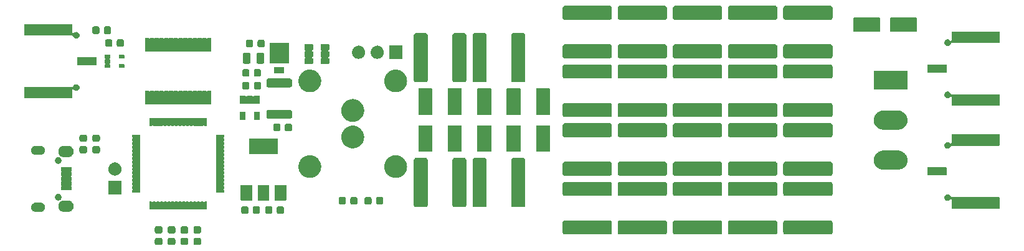
<source format=gbr>
G04 #@! TF.GenerationSoftware,KiCad,Pcbnew,7.0.7-2.fc38*
G04 #@! TF.CreationDate,2023-11-15T22:53:54+01:00*
G04 #@! TF.ProjectId,emfi,656d6669-2e6b-4696-9361-645f70636258,0.1*
G04 #@! TF.SameCoordinates,Original*
G04 #@! TF.FileFunction,Soldermask,Top*
G04 #@! TF.FilePolarity,Negative*
%FSLAX46Y46*%
G04 Gerber Fmt 4.6, Leading zero omitted, Abs format (unit mm)*
G04 Created by KiCad (PCBNEW 7.0.7-2.fc38) date 2023-11-15 22:53:54*
%MOMM*%
%LPD*%
G01*
G04 APERTURE LIST*
G04 APERTURE END LIST*
G36*
X61544694Y-63056646D02*
G01*
X61589126Y-63063684D01*
X61594923Y-63066637D01*
X61609479Y-63069533D01*
X61637973Y-63088572D01*
X61663887Y-63101776D01*
X61676278Y-63114167D01*
X61696992Y-63128008D01*
X61710832Y-63148721D01*
X61723223Y-63161112D01*
X61736425Y-63187023D01*
X61755467Y-63215521D01*
X61758362Y-63230078D01*
X61761315Y-63235873D01*
X61768349Y-63280284D01*
X61776000Y-63318750D01*
X61776000Y-63756250D01*
X61768348Y-63794718D01*
X61761315Y-63839126D01*
X61758362Y-63844919D01*
X61755467Y-63859479D01*
X61736423Y-63887979D01*
X61723223Y-63913887D01*
X61710834Y-63926275D01*
X61696992Y-63946992D01*
X61676275Y-63960834D01*
X61663887Y-63973223D01*
X61637979Y-63986423D01*
X61609479Y-64005467D01*
X61594919Y-64008362D01*
X61589126Y-64011315D01*
X61544718Y-64018348D01*
X61506250Y-64026000D01*
X60993750Y-64026000D01*
X60955284Y-64018349D01*
X60910873Y-64011315D01*
X60905078Y-64008362D01*
X60890521Y-64005467D01*
X60862023Y-63986425D01*
X60836112Y-63973223D01*
X60823721Y-63960832D01*
X60803008Y-63946992D01*
X60789167Y-63926278D01*
X60776776Y-63913887D01*
X60763572Y-63887973D01*
X60744533Y-63859479D01*
X60741637Y-63844923D01*
X60738684Y-63839126D01*
X60731646Y-63794694D01*
X60724000Y-63756250D01*
X60724000Y-63318750D01*
X60731646Y-63280309D01*
X60738684Y-63235873D01*
X60741638Y-63230075D01*
X60744533Y-63215521D01*
X60763570Y-63187029D01*
X60776776Y-63161112D01*
X60789169Y-63148718D01*
X60803008Y-63128008D01*
X60823718Y-63114169D01*
X60836112Y-63101776D01*
X60862029Y-63088570D01*
X60890521Y-63069533D01*
X60905075Y-63066638D01*
X60910873Y-63063684D01*
X60955309Y-63056646D01*
X60993750Y-63049000D01*
X61506250Y-63049000D01*
X61544694Y-63056646D01*
G37*
G36*
X63294694Y-63056646D02*
G01*
X63339126Y-63063684D01*
X63344923Y-63066637D01*
X63359479Y-63069533D01*
X63387973Y-63088572D01*
X63413887Y-63101776D01*
X63426278Y-63114167D01*
X63446992Y-63128008D01*
X63460832Y-63148721D01*
X63473223Y-63161112D01*
X63486425Y-63187023D01*
X63505467Y-63215521D01*
X63508362Y-63230078D01*
X63511315Y-63235873D01*
X63518349Y-63280284D01*
X63526000Y-63318750D01*
X63526000Y-63756250D01*
X63518348Y-63794718D01*
X63511315Y-63839126D01*
X63508362Y-63844919D01*
X63505467Y-63859479D01*
X63486423Y-63887979D01*
X63473223Y-63913887D01*
X63460834Y-63926275D01*
X63446992Y-63946992D01*
X63426275Y-63960834D01*
X63413887Y-63973223D01*
X63387979Y-63986423D01*
X63359479Y-64005467D01*
X63344919Y-64008362D01*
X63339126Y-64011315D01*
X63294718Y-64018348D01*
X63256250Y-64026000D01*
X62743750Y-64026000D01*
X62705284Y-64018349D01*
X62660873Y-64011315D01*
X62655078Y-64008362D01*
X62640521Y-64005467D01*
X62612023Y-63986425D01*
X62586112Y-63973223D01*
X62573721Y-63960832D01*
X62553008Y-63946992D01*
X62539167Y-63926278D01*
X62526776Y-63913887D01*
X62513572Y-63887973D01*
X62494533Y-63859479D01*
X62491637Y-63844923D01*
X62488684Y-63839126D01*
X62481646Y-63794694D01*
X62474000Y-63756250D01*
X62474000Y-63318750D01*
X62481646Y-63280309D01*
X62488684Y-63235873D01*
X62491638Y-63230075D01*
X62494533Y-63215521D01*
X62513570Y-63187029D01*
X62526776Y-63161112D01*
X62539169Y-63148718D01*
X62553008Y-63128008D01*
X62573718Y-63114169D01*
X62586112Y-63101776D01*
X62612029Y-63088570D01*
X62640521Y-63069533D01*
X62655075Y-63066638D01*
X62660873Y-63063684D01*
X62705309Y-63056646D01*
X62743750Y-63049000D01*
X63256250Y-63049000D01*
X63294694Y-63056646D01*
G37*
G36*
X65044694Y-63056646D02*
G01*
X65089126Y-63063684D01*
X65094923Y-63066637D01*
X65109479Y-63069533D01*
X65137973Y-63088572D01*
X65163887Y-63101776D01*
X65176278Y-63114167D01*
X65196992Y-63128008D01*
X65210832Y-63148721D01*
X65223223Y-63161112D01*
X65236425Y-63187023D01*
X65255467Y-63215521D01*
X65258362Y-63230078D01*
X65261315Y-63235873D01*
X65268349Y-63280284D01*
X65276000Y-63318750D01*
X65276000Y-63756250D01*
X65268348Y-63794718D01*
X65261315Y-63839126D01*
X65258362Y-63844919D01*
X65255467Y-63859479D01*
X65236423Y-63887979D01*
X65223223Y-63913887D01*
X65210834Y-63926275D01*
X65196992Y-63946992D01*
X65176275Y-63960834D01*
X65163887Y-63973223D01*
X65137979Y-63986423D01*
X65109479Y-64005467D01*
X65094919Y-64008362D01*
X65089126Y-64011315D01*
X65044718Y-64018348D01*
X65006250Y-64026000D01*
X64493750Y-64026000D01*
X64455284Y-64018349D01*
X64410873Y-64011315D01*
X64405078Y-64008362D01*
X64390521Y-64005467D01*
X64362023Y-63986425D01*
X64336112Y-63973223D01*
X64323721Y-63960832D01*
X64303008Y-63946992D01*
X64289167Y-63926278D01*
X64276776Y-63913887D01*
X64263572Y-63887973D01*
X64244533Y-63859479D01*
X64241637Y-63844923D01*
X64238684Y-63839126D01*
X64231646Y-63794694D01*
X64224000Y-63756250D01*
X64224000Y-63318750D01*
X64231646Y-63280309D01*
X64238684Y-63235873D01*
X64241638Y-63230075D01*
X64244533Y-63215521D01*
X64263570Y-63187029D01*
X64276776Y-63161112D01*
X64289169Y-63148718D01*
X64303008Y-63128008D01*
X64323718Y-63114169D01*
X64336112Y-63101776D01*
X64362029Y-63088570D01*
X64390521Y-63069533D01*
X64405075Y-63066638D01*
X64410873Y-63063684D01*
X64455309Y-63056646D01*
X64493750Y-63049000D01*
X65006250Y-63049000D01*
X65044694Y-63056646D01*
G37*
G36*
X66794694Y-63056646D02*
G01*
X66839126Y-63063684D01*
X66844923Y-63066637D01*
X66859479Y-63069533D01*
X66887973Y-63088572D01*
X66913887Y-63101776D01*
X66926278Y-63114167D01*
X66946992Y-63128008D01*
X66960832Y-63148721D01*
X66973223Y-63161112D01*
X66986425Y-63187023D01*
X67005467Y-63215521D01*
X67008362Y-63230078D01*
X67011315Y-63235873D01*
X67018349Y-63280284D01*
X67026000Y-63318750D01*
X67026000Y-63756250D01*
X67018348Y-63794718D01*
X67011315Y-63839126D01*
X67008362Y-63844919D01*
X67005467Y-63859479D01*
X66986423Y-63887979D01*
X66973223Y-63913887D01*
X66960834Y-63926275D01*
X66946992Y-63946992D01*
X66926275Y-63960834D01*
X66913887Y-63973223D01*
X66887979Y-63986423D01*
X66859479Y-64005467D01*
X66844919Y-64008362D01*
X66839126Y-64011315D01*
X66794718Y-64018348D01*
X66756250Y-64026000D01*
X66243750Y-64026000D01*
X66205284Y-64018349D01*
X66160873Y-64011315D01*
X66155078Y-64008362D01*
X66140521Y-64005467D01*
X66112023Y-63986425D01*
X66086112Y-63973223D01*
X66073721Y-63960832D01*
X66053008Y-63946992D01*
X66039167Y-63926278D01*
X66026776Y-63913887D01*
X66013572Y-63887973D01*
X65994533Y-63859479D01*
X65991637Y-63844923D01*
X65988684Y-63839126D01*
X65981646Y-63794694D01*
X65974000Y-63756250D01*
X65974000Y-63318750D01*
X65981646Y-63280309D01*
X65988684Y-63235873D01*
X65991638Y-63230075D01*
X65994533Y-63215521D01*
X66013570Y-63187029D01*
X66026776Y-63161112D01*
X66039169Y-63148718D01*
X66053008Y-63128008D01*
X66073718Y-63114169D01*
X66086112Y-63101776D01*
X66112029Y-63088570D01*
X66140521Y-63069533D01*
X66155075Y-63066638D01*
X66160873Y-63063684D01*
X66205309Y-63056646D01*
X66243750Y-63049000D01*
X66756250Y-63049000D01*
X66794694Y-63056646D01*
G37*
G36*
X122618914Y-60681995D02*
G01*
X122634726Y-60688976D01*
X122642531Y-60690213D01*
X122675039Y-60706776D01*
X122720106Y-60726676D01*
X122798324Y-60804894D01*
X122818226Y-60849967D01*
X122834786Y-60882468D01*
X122836021Y-60890270D01*
X122843005Y-60906086D01*
X122851000Y-60975000D01*
X122851000Y-62275000D01*
X122843005Y-62343914D01*
X122836021Y-62359729D01*
X122834786Y-62367531D01*
X122818229Y-62400024D01*
X122798324Y-62445106D01*
X122720106Y-62523324D01*
X122675024Y-62543229D01*
X122642531Y-62559786D01*
X122634729Y-62561021D01*
X122618914Y-62568005D01*
X122550000Y-62576000D01*
X116450000Y-62576000D01*
X116381086Y-62568005D01*
X116365270Y-62561021D01*
X116357468Y-62559786D01*
X116324967Y-62543226D01*
X116279894Y-62523324D01*
X116201676Y-62445106D01*
X116181776Y-62400039D01*
X116165213Y-62367531D01*
X116163976Y-62359726D01*
X116156995Y-62343914D01*
X116149000Y-62275000D01*
X116149000Y-60975000D01*
X116156995Y-60906086D01*
X116163976Y-60890274D01*
X116165213Y-60882468D01*
X116181780Y-60849953D01*
X116201676Y-60804894D01*
X116279894Y-60726676D01*
X116324953Y-60706780D01*
X116357468Y-60690213D01*
X116365274Y-60688976D01*
X116381086Y-60681995D01*
X116450000Y-60674000D01*
X122550000Y-60674000D01*
X122618914Y-60681995D01*
G37*
G36*
X130118914Y-60681995D02*
G01*
X130134726Y-60688976D01*
X130142531Y-60690213D01*
X130175039Y-60706776D01*
X130220106Y-60726676D01*
X130298324Y-60804894D01*
X130318226Y-60849967D01*
X130334786Y-60882468D01*
X130336021Y-60890270D01*
X130343005Y-60906086D01*
X130351000Y-60975000D01*
X130351000Y-62275000D01*
X130343005Y-62343914D01*
X130336021Y-62359729D01*
X130334786Y-62367531D01*
X130318229Y-62400024D01*
X130298324Y-62445106D01*
X130220106Y-62523324D01*
X130175024Y-62543229D01*
X130142531Y-62559786D01*
X130134729Y-62561021D01*
X130118914Y-62568005D01*
X130050000Y-62576000D01*
X123950000Y-62576000D01*
X123881086Y-62568005D01*
X123865270Y-62561021D01*
X123857468Y-62559786D01*
X123824967Y-62543226D01*
X123779894Y-62523324D01*
X123701676Y-62445106D01*
X123681776Y-62400039D01*
X123665213Y-62367531D01*
X123663976Y-62359726D01*
X123656995Y-62343914D01*
X123649000Y-62275000D01*
X123649000Y-60975000D01*
X123656995Y-60906086D01*
X123663976Y-60890274D01*
X123665213Y-60882468D01*
X123681780Y-60849953D01*
X123701676Y-60804894D01*
X123779894Y-60726676D01*
X123824953Y-60706780D01*
X123857468Y-60690213D01*
X123865274Y-60688976D01*
X123881086Y-60681995D01*
X123950000Y-60674000D01*
X130050000Y-60674000D01*
X130118914Y-60681995D01*
G37*
G36*
X137618914Y-60681995D02*
G01*
X137634726Y-60688976D01*
X137642531Y-60690213D01*
X137675039Y-60706776D01*
X137720106Y-60726676D01*
X137798324Y-60804894D01*
X137818226Y-60849967D01*
X137834786Y-60882468D01*
X137836021Y-60890270D01*
X137843005Y-60906086D01*
X137851000Y-60975000D01*
X137851000Y-62275000D01*
X137843005Y-62343914D01*
X137836021Y-62359729D01*
X137834786Y-62367531D01*
X137818229Y-62400024D01*
X137798324Y-62445106D01*
X137720106Y-62523324D01*
X137675024Y-62543229D01*
X137642531Y-62559786D01*
X137634729Y-62561021D01*
X137618914Y-62568005D01*
X137550000Y-62576000D01*
X131450000Y-62576000D01*
X131381086Y-62568005D01*
X131365270Y-62561021D01*
X131357468Y-62559786D01*
X131324967Y-62543226D01*
X131279894Y-62523324D01*
X131201676Y-62445106D01*
X131181776Y-62400039D01*
X131165213Y-62367531D01*
X131163976Y-62359726D01*
X131156995Y-62343914D01*
X131149000Y-62275000D01*
X131149000Y-60975000D01*
X131156995Y-60906086D01*
X131163976Y-60890274D01*
X131165213Y-60882468D01*
X131181780Y-60849953D01*
X131201676Y-60804894D01*
X131279894Y-60726676D01*
X131324953Y-60706780D01*
X131357468Y-60690213D01*
X131365274Y-60688976D01*
X131381086Y-60681995D01*
X131450000Y-60674000D01*
X137550000Y-60674000D01*
X137618914Y-60681995D01*
G37*
G36*
X145118914Y-60681995D02*
G01*
X145134726Y-60688976D01*
X145142531Y-60690213D01*
X145175039Y-60706776D01*
X145220106Y-60726676D01*
X145298324Y-60804894D01*
X145318226Y-60849967D01*
X145334786Y-60882468D01*
X145336021Y-60890270D01*
X145343005Y-60906086D01*
X145351000Y-60975000D01*
X145351000Y-62275000D01*
X145343005Y-62343914D01*
X145336021Y-62359729D01*
X145334786Y-62367531D01*
X145318229Y-62400024D01*
X145298324Y-62445106D01*
X145220106Y-62523324D01*
X145175024Y-62543229D01*
X145142531Y-62559786D01*
X145134729Y-62561021D01*
X145118914Y-62568005D01*
X145050000Y-62576000D01*
X138950000Y-62576000D01*
X138881086Y-62568005D01*
X138865270Y-62561021D01*
X138857468Y-62559786D01*
X138824967Y-62543226D01*
X138779894Y-62523324D01*
X138701676Y-62445106D01*
X138681776Y-62400039D01*
X138665213Y-62367531D01*
X138663976Y-62359726D01*
X138656995Y-62343914D01*
X138649000Y-62275000D01*
X138649000Y-60975000D01*
X138656995Y-60906086D01*
X138663976Y-60890274D01*
X138665213Y-60882468D01*
X138681780Y-60849953D01*
X138701676Y-60804894D01*
X138779894Y-60726676D01*
X138824953Y-60706780D01*
X138857468Y-60690213D01*
X138865274Y-60688976D01*
X138881086Y-60681995D01*
X138950000Y-60674000D01*
X145050000Y-60674000D01*
X145118914Y-60681995D01*
G37*
G36*
X152618914Y-60681995D02*
G01*
X152634726Y-60688976D01*
X152642531Y-60690213D01*
X152675039Y-60706776D01*
X152720106Y-60726676D01*
X152798324Y-60804894D01*
X152818226Y-60849967D01*
X152834786Y-60882468D01*
X152836021Y-60890270D01*
X152843005Y-60906086D01*
X152851000Y-60975000D01*
X152851000Y-62275000D01*
X152843005Y-62343914D01*
X152836021Y-62359729D01*
X152834786Y-62367531D01*
X152818229Y-62400024D01*
X152798324Y-62445106D01*
X152720106Y-62523324D01*
X152675024Y-62543229D01*
X152642531Y-62559786D01*
X152634729Y-62561021D01*
X152618914Y-62568005D01*
X152550000Y-62576000D01*
X146450000Y-62576000D01*
X146381086Y-62568005D01*
X146365270Y-62561021D01*
X146357468Y-62559786D01*
X146324967Y-62543226D01*
X146279894Y-62523324D01*
X146201676Y-62445106D01*
X146181776Y-62400039D01*
X146165213Y-62367531D01*
X146163976Y-62359726D01*
X146156995Y-62343914D01*
X146149000Y-62275000D01*
X146149000Y-60975000D01*
X146156995Y-60906086D01*
X146163976Y-60890274D01*
X146165213Y-60882468D01*
X146181780Y-60849953D01*
X146201676Y-60804894D01*
X146279894Y-60726676D01*
X146324953Y-60706780D01*
X146357468Y-60690213D01*
X146365274Y-60688976D01*
X146381086Y-60681995D01*
X146450000Y-60674000D01*
X152550000Y-60674000D01*
X152618914Y-60681995D01*
G37*
G36*
X61544694Y-61481646D02*
G01*
X61589126Y-61488684D01*
X61594923Y-61491637D01*
X61609479Y-61494533D01*
X61637973Y-61513572D01*
X61663887Y-61526776D01*
X61676278Y-61539167D01*
X61696992Y-61553008D01*
X61710832Y-61573721D01*
X61723223Y-61586112D01*
X61736425Y-61612023D01*
X61755467Y-61640521D01*
X61758362Y-61655078D01*
X61761315Y-61660873D01*
X61768349Y-61705284D01*
X61776000Y-61743750D01*
X61776000Y-62181250D01*
X61768348Y-62219718D01*
X61761315Y-62264126D01*
X61758362Y-62269919D01*
X61755467Y-62284479D01*
X61736423Y-62312979D01*
X61723223Y-62338887D01*
X61710834Y-62351275D01*
X61696992Y-62371992D01*
X61676275Y-62385834D01*
X61663887Y-62398223D01*
X61637979Y-62411423D01*
X61609479Y-62430467D01*
X61594919Y-62433362D01*
X61589126Y-62436315D01*
X61544718Y-62443348D01*
X61506250Y-62451000D01*
X60993750Y-62451000D01*
X60955284Y-62443349D01*
X60910873Y-62436315D01*
X60905078Y-62433362D01*
X60890521Y-62430467D01*
X60862023Y-62411425D01*
X60836112Y-62398223D01*
X60823721Y-62385832D01*
X60803008Y-62371992D01*
X60789167Y-62351278D01*
X60776776Y-62338887D01*
X60763572Y-62312973D01*
X60744533Y-62284479D01*
X60741637Y-62269923D01*
X60738684Y-62264126D01*
X60731646Y-62219694D01*
X60724000Y-62181250D01*
X60724000Y-61743750D01*
X60731646Y-61705309D01*
X60738684Y-61660873D01*
X60741638Y-61655075D01*
X60744533Y-61640521D01*
X60763570Y-61612029D01*
X60776776Y-61586112D01*
X60789169Y-61573718D01*
X60803008Y-61553008D01*
X60823718Y-61539169D01*
X60836112Y-61526776D01*
X60862029Y-61513570D01*
X60890521Y-61494533D01*
X60905075Y-61491638D01*
X60910873Y-61488684D01*
X60955309Y-61481646D01*
X60993750Y-61474000D01*
X61506250Y-61474000D01*
X61544694Y-61481646D01*
G37*
G36*
X63294694Y-61481646D02*
G01*
X63339126Y-61488684D01*
X63344923Y-61491637D01*
X63359479Y-61494533D01*
X63387973Y-61513572D01*
X63413887Y-61526776D01*
X63426278Y-61539167D01*
X63446992Y-61553008D01*
X63460832Y-61573721D01*
X63473223Y-61586112D01*
X63486425Y-61612023D01*
X63505467Y-61640521D01*
X63508362Y-61655078D01*
X63511315Y-61660873D01*
X63518349Y-61705284D01*
X63526000Y-61743750D01*
X63526000Y-62181250D01*
X63518348Y-62219718D01*
X63511315Y-62264126D01*
X63508362Y-62269919D01*
X63505467Y-62284479D01*
X63486423Y-62312979D01*
X63473223Y-62338887D01*
X63460834Y-62351275D01*
X63446992Y-62371992D01*
X63426275Y-62385834D01*
X63413887Y-62398223D01*
X63387979Y-62411423D01*
X63359479Y-62430467D01*
X63344919Y-62433362D01*
X63339126Y-62436315D01*
X63294718Y-62443348D01*
X63256250Y-62451000D01*
X62743750Y-62451000D01*
X62705284Y-62443349D01*
X62660873Y-62436315D01*
X62655078Y-62433362D01*
X62640521Y-62430467D01*
X62612023Y-62411425D01*
X62586112Y-62398223D01*
X62573721Y-62385832D01*
X62553008Y-62371992D01*
X62539167Y-62351278D01*
X62526776Y-62338887D01*
X62513572Y-62312973D01*
X62494533Y-62284479D01*
X62491637Y-62269923D01*
X62488684Y-62264126D01*
X62481646Y-62219694D01*
X62474000Y-62181250D01*
X62474000Y-61743750D01*
X62481646Y-61705309D01*
X62488684Y-61660873D01*
X62491638Y-61655075D01*
X62494533Y-61640521D01*
X62513570Y-61612029D01*
X62526776Y-61586112D01*
X62539169Y-61573718D01*
X62553008Y-61553008D01*
X62573718Y-61539169D01*
X62586112Y-61526776D01*
X62612029Y-61513570D01*
X62640521Y-61494533D01*
X62655075Y-61491638D01*
X62660873Y-61488684D01*
X62705309Y-61481646D01*
X62743750Y-61474000D01*
X63256250Y-61474000D01*
X63294694Y-61481646D01*
G37*
G36*
X65044694Y-61481646D02*
G01*
X65089126Y-61488684D01*
X65094923Y-61491637D01*
X65109479Y-61494533D01*
X65137973Y-61513572D01*
X65163887Y-61526776D01*
X65176278Y-61539167D01*
X65196992Y-61553008D01*
X65210832Y-61573721D01*
X65223223Y-61586112D01*
X65236425Y-61612023D01*
X65255467Y-61640521D01*
X65258362Y-61655078D01*
X65261315Y-61660873D01*
X65268349Y-61705284D01*
X65276000Y-61743750D01*
X65276000Y-62181250D01*
X65268348Y-62219718D01*
X65261315Y-62264126D01*
X65258362Y-62269919D01*
X65255467Y-62284479D01*
X65236423Y-62312979D01*
X65223223Y-62338887D01*
X65210834Y-62351275D01*
X65196992Y-62371992D01*
X65176275Y-62385834D01*
X65163887Y-62398223D01*
X65137979Y-62411423D01*
X65109479Y-62430467D01*
X65094919Y-62433362D01*
X65089126Y-62436315D01*
X65044718Y-62443348D01*
X65006250Y-62451000D01*
X64493750Y-62451000D01*
X64455284Y-62443349D01*
X64410873Y-62436315D01*
X64405078Y-62433362D01*
X64390521Y-62430467D01*
X64362023Y-62411425D01*
X64336112Y-62398223D01*
X64323721Y-62385832D01*
X64303008Y-62371992D01*
X64289167Y-62351278D01*
X64276776Y-62338887D01*
X64263572Y-62312973D01*
X64244533Y-62284479D01*
X64241637Y-62269923D01*
X64238684Y-62264126D01*
X64231646Y-62219694D01*
X64224000Y-62181250D01*
X64224000Y-61743750D01*
X64231646Y-61705309D01*
X64238684Y-61660873D01*
X64241638Y-61655075D01*
X64244533Y-61640521D01*
X64263570Y-61612029D01*
X64276776Y-61586112D01*
X64289169Y-61573718D01*
X64303008Y-61553008D01*
X64323718Y-61539169D01*
X64336112Y-61526776D01*
X64362029Y-61513570D01*
X64390521Y-61494533D01*
X64405075Y-61491638D01*
X64410873Y-61488684D01*
X64455309Y-61481646D01*
X64493750Y-61474000D01*
X65006250Y-61474000D01*
X65044694Y-61481646D01*
G37*
G36*
X66794694Y-61481646D02*
G01*
X66839126Y-61488684D01*
X66844923Y-61491637D01*
X66859479Y-61494533D01*
X66887973Y-61513572D01*
X66913887Y-61526776D01*
X66926278Y-61539167D01*
X66946992Y-61553008D01*
X66960832Y-61573721D01*
X66973223Y-61586112D01*
X66986425Y-61612023D01*
X67005467Y-61640521D01*
X67008362Y-61655078D01*
X67011315Y-61660873D01*
X67018349Y-61705284D01*
X67026000Y-61743750D01*
X67026000Y-62181250D01*
X67018348Y-62219718D01*
X67011315Y-62264126D01*
X67008362Y-62269919D01*
X67005467Y-62284479D01*
X66986423Y-62312979D01*
X66973223Y-62338887D01*
X66960834Y-62351275D01*
X66946992Y-62371992D01*
X66926275Y-62385834D01*
X66913887Y-62398223D01*
X66887979Y-62411423D01*
X66859479Y-62430467D01*
X66844919Y-62433362D01*
X66839126Y-62436315D01*
X66794718Y-62443348D01*
X66756250Y-62451000D01*
X66243750Y-62451000D01*
X66205284Y-62443349D01*
X66160873Y-62436315D01*
X66155078Y-62433362D01*
X66140521Y-62430467D01*
X66112023Y-62411425D01*
X66086112Y-62398223D01*
X66073721Y-62385832D01*
X66053008Y-62371992D01*
X66039167Y-62351278D01*
X66026776Y-62338887D01*
X66013572Y-62312973D01*
X65994533Y-62284479D01*
X65991637Y-62269923D01*
X65988684Y-62264126D01*
X65981646Y-62219694D01*
X65974000Y-62181250D01*
X65974000Y-61743750D01*
X65981646Y-61705309D01*
X65988684Y-61660873D01*
X65991638Y-61655075D01*
X65994533Y-61640521D01*
X66013570Y-61612029D01*
X66026776Y-61586112D01*
X66039169Y-61573718D01*
X66053008Y-61553008D01*
X66073718Y-61539169D01*
X66086112Y-61526776D01*
X66112029Y-61513570D01*
X66140521Y-61494533D01*
X66155075Y-61491638D01*
X66160873Y-61488684D01*
X66205309Y-61481646D01*
X66243750Y-61474000D01*
X66756250Y-61474000D01*
X66794694Y-61481646D01*
G37*
G36*
X73219694Y-58731646D02*
G01*
X73264126Y-58738684D01*
X73269923Y-58741637D01*
X73284479Y-58744533D01*
X73312973Y-58763572D01*
X73338887Y-58776776D01*
X73351278Y-58789167D01*
X73371992Y-58803008D01*
X73385832Y-58823721D01*
X73398223Y-58836112D01*
X73411425Y-58862023D01*
X73430467Y-58890521D01*
X73433362Y-58905078D01*
X73436315Y-58910873D01*
X73443349Y-58955284D01*
X73451000Y-58993750D01*
X73451000Y-59506250D01*
X73443348Y-59544718D01*
X73436315Y-59589126D01*
X73433362Y-59594919D01*
X73430467Y-59609479D01*
X73411423Y-59637979D01*
X73398223Y-59663887D01*
X73385834Y-59676275D01*
X73371992Y-59696992D01*
X73351275Y-59710834D01*
X73338887Y-59723223D01*
X73312979Y-59736423D01*
X73284479Y-59755467D01*
X73269919Y-59758362D01*
X73264126Y-59761315D01*
X73219718Y-59768348D01*
X73181250Y-59776000D01*
X72743750Y-59776000D01*
X72705284Y-59768349D01*
X72660873Y-59761315D01*
X72655078Y-59758362D01*
X72640521Y-59755467D01*
X72612023Y-59736425D01*
X72586112Y-59723223D01*
X72573721Y-59710832D01*
X72553008Y-59696992D01*
X72539167Y-59676278D01*
X72526776Y-59663887D01*
X72513572Y-59637973D01*
X72494533Y-59609479D01*
X72491637Y-59594923D01*
X72488684Y-59589126D01*
X72481646Y-59544694D01*
X72474000Y-59506250D01*
X72474000Y-58993750D01*
X72481646Y-58955309D01*
X72488684Y-58910873D01*
X72491638Y-58905075D01*
X72494533Y-58890521D01*
X72513570Y-58862029D01*
X72526776Y-58836112D01*
X72539169Y-58823718D01*
X72553008Y-58803008D01*
X72573718Y-58789169D01*
X72586112Y-58776776D01*
X72612029Y-58763570D01*
X72640521Y-58744533D01*
X72655075Y-58741638D01*
X72660873Y-58738684D01*
X72705309Y-58731646D01*
X72743750Y-58724000D01*
X73181250Y-58724000D01*
X73219694Y-58731646D01*
G37*
G36*
X74794694Y-58731646D02*
G01*
X74839126Y-58738684D01*
X74844923Y-58741637D01*
X74859479Y-58744533D01*
X74887973Y-58763572D01*
X74913887Y-58776776D01*
X74926278Y-58789167D01*
X74946992Y-58803008D01*
X74960832Y-58823721D01*
X74973223Y-58836112D01*
X74986425Y-58862023D01*
X75005467Y-58890521D01*
X75008362Y-58905078D01*
X75011315Y-58910873D01*
X75018349Y-58955284D01*
X75026000Y-58993750D01*
X75026000Y-59506250D01*
X75018348Y-59544718D01*
X75011315Y-59589126D01*
X75008362Y-59594919D01*
X75005467Y-59609479D01*
X74986423Y-59637979D01*
X74973223Y-59663887D01*
X74960834Y-59676275D01*
X74946992Y-59696992D01*
X74926275Y-59710834D01*
X74913887Y-59723223D01*
X74887979Y-59736423D01*
X74859479Y-59755467D01*
X74844919Y-59758362D01*
X74839126Y-59761315D01*
X74794718Y-59768348D01*
X74756250Y-59776000D01*
X74318750Y-59776000D01*
X74280284Y-59768349D01*
X74235873Y-59761315D01*
X74230078Y-59758362D01*
X74215521Y-59755467D01*
X74187023Y-59736425D01*
X74161112Y-59723223D01*
X74148721Y-59710832D01*
X74128008Y-59696992D01*
X74114167Y-59676278D01*
X74101776Y-59663887D01*
X74088572Y-59637973D01*
X74069533Y-59609479D01*
X74066637Y-59594923D01*
X74063684Y-59589126D01*
X74056646Y-59544694D01*
X74049000Y-59506250D01*
X74049000Y-58993750D01*
X74056646Y-58955309D01*
X74063684Y-58910873D01*
X74066638Y-58905075D01*
X74069533Y-58890521D01*
X74088570Y-58862029D01*
X74101776Y-58836112D01*
X74114169Y-58823718D01*
X74128008Y-58803008D01*
X74148718Y-58789169D01*
X74161112Y-58776776D01*
X74187029Y-58763570D01*
X74215521Y-58744533D01*
X74230075Y-58741638D01*
X74235873Y-58738684D01*
X74280309Y-58731646D01*
X74318750Y-58724000D01*
X74756250Y-58724000D01*
X74794694Y-58731646D01*
G37*
G36*
X76469694Y-58731646D02*
G01*
X76514126Y-58738684D01*
X76519923Y-58741637D01*
X76534479Y-58744533D01*
X76562973Y-58763572D01*
X76588887Y-58776776D01*
X76601278Y-58789167D01*
X76621992Y-58803008D01*
X76635832Y-58823721D01*
X76648223Y-58836112D01*
X76661425Y-58862023D01*
X76680467Y-58890521D01*
X76683362Y-58905078D01*
X76686315Y-58910873D01*
X76693349Y-58955284D01*
X76701000Y-58993750D01*
X76701000Y-59506250D01*
X76693348Y-59544718D01*
X76686315Y-59589126D01*
X76683362Y-59594919D01*
X76680467Y-59609479D01*
X76661423Y-59637979D01*
X76648223Y-59663887D01*
X76635834Y-59676275D01*
X76621992Y-59696992D01*
X76601275Y-59710834D01*
X76588887Y-59723223D01*
X76562979Y-59736423D01*
X76534479Y-59755467D01*
X76519919Y-59758362D01*
X76514126Y-59761315D01*
X76469718Y-59768348D01*
X76431250Y-59776000D01*
X75993750Y-59776000D01*
X75955284Y-59768349D01*
X75910873Y-59761315D01*
X75905078Y-59758362D01*
X75890521Y-59755467D01*
X75862023Y-59736425D01*
X75836112Y-59723223D01*
X75823721Y-59710832D01*
X75803008Y-59696992D01*
X75789167Y-59676278D01*
X75776776Y-59663887D01*
X75763572Y-59637973D01*
X75744533Y-59609479D01*
X75741637Y-59594923D01*
X75738684Y-59589126D01*
X75731646Y-59544694D01*
X75724000Y-59506250D01*
X75724000Y-58993750D01*
X75731646Y-58955309D01*
X75738684Y-58910873D01*
X75741638Y-58905075D01*
X75744533Y-58890521D01*
X75763570Y-58862029D01*
X75776776Y-58836112D01*
X75789169Y-58823718D01*
X75803008Y-58803008D01*
X75823718Y-58789169D01*
X75836112Y-58776776D01*
X75862029Y-58763570D01*
X75890521Y-58744533D01*
X75905075Y-58741638D01*
X75910873Y-58738684D01*
X75955309Y-58731646D01*
X75993750Y-58724000D01*
X76431250Y-58724000D01*
X76469694Y-58731646D01*
G37*
G36*
X78044694Y-58731646D02*
G01*
X78089126Y-58738684D01*
X78094923Y-58741637D01*
X78109479Y-58744533D01*
X78137973Y-58763572D01*
X78163887Y-58776776D01*
X78176278Y-58789167D01*
X78196992Y-58803008D01*
X78210832Y-58823721D01*
X78223223Y-58836112D01*
X78236425Y-58862023D01*
X78255467Y-58890521D01*
X78258362Y-58905078D01*
X78261315Y-58910873D01*
X78268349Y-58955284D01*
X78276000Y-58993750D01*
X78276000Y-59506250D01*
X78268348Y-59544718D01*
X78261315Y-59589126D01*
X78258362Y-59594919D01*
X78255467Y-59609479D01*
X78236423Y-59637979D01*
X78223223Y-59663887D01*
X78210834Y-59676275D01*
X78196992Y-59696992D01*
X78176275Y-59710834D01*
X78163887Y-59723223D01*
X78137979Y-59736423D01*
X78109479Y-59755467D01*
X78094919Y-59758362D01*
X78089126Y-59761315D01*
X78044718Y-59768348D01*
X78006250Y-59776000D01*
X77568750Y-59776000D01*
X77530284Y-59768349D01*
X77485873Y-59761315D01*
X77480078Y-59758362D01*
X77465521Y-59755467D01*
X77437023Y-59736425D01*
X77411112Y-59723223D01*
X77398721Y-59710832D01*
X77378008Y-59696992D01*
X77364167Y-59676278D01*
X77351776Y-59663887D01*
X77338572Y-59637973D01*
X77319533Y-59609479D01*
X77316637Y-59594923D01*
X77313684Y-59589126D01*
X77306646Y-59544694D01*
X77299000Y-59506250D01*
X77299000Y-58993750D01*
X77306646Y-58955309D01*
X77313684Y-58910873D01*
X77316638Y-58905075D01*
X77319533Y-58890521D01*
X77338570Y-58862029D01*
X77351776Y-58836112D01*
X77364169Y-58823718D01*
X77378008Y-58803008D01*
X77398718Y-58789169D01*
X77411112Y-58776776D01*
X77437029Y-58763570D01*
X77465521Y-58744533D01*
X77480075Y-58741638D01*
X77485873Y-58738684D01*
X77530309Y-58731646D01*
X77568750Y-58724000D01*
X78006250Y-58724000D01*
X78044694Y-58731646D01*
G37*
G36*
X45220461Y-58251860D02*
G01*
X45244000Y-58253231D01*
X45244631Y-58253380D01*
X45253459Y-58253936D01*
X45331247Y-58273908D01*
X45388817Y-58287553D01*
X45393450Y-58289880D01*
X45405446Y-58292960D01*
X45467382Y-58327009D01*
X45518523Y-58352693D01*
X45526924Y-58359742D01*
X45542954Y-58368555D01*
X45589352Y-58412126D01*
X45629716Y-58445996D01*
X45639699Y-58459406D01*
X45657341Y-58475973D01*
X45688010Y-58524300D01*
X45716394Y-58562426D01*
X45725281Y-58583028D01*
X45741422Y-58608462D01*
X45757201Y-58657027D01*
X45773886Y-58695705D01*
X45778771Y-58723410D01*
X45789912Y-58757699D01*
X45792738Y-58802627D01*
X45799090Y-58838649D01*
X45797126Y-58872366D01*
X45799765Y-58914307D01*
X45792450Y-58952647D01*
X45790651Y-58983555D01*
X45779361Y-59021263D01*
X45770361Y-59068445D01*
X45756272Y-59098384D01*
X45749020Y-59122609D01*
X45726599Y-59161443D01*
X45703549Y-59210428D01*
X45686236Y-59231354D01*
X45676446Y-59248313D01*
X45642025Y-59284796D01*
X45603526Y-59331334D01*
X45586336Y-59343822D01*
X45576836Y-59353893D01*
X45530825Y-59384154D01*
X45476578Y-59423568D01*
X45462312Y-59429216D01*
X45455568Y-59433652D01*
X45400314Y-59453762D01*
X45330680Y-59481333D01*
X45321316Y-59482515D01*
X45319168Y-59483298D01*
X45265100Y-59489617D01*
X45175000Y-59501000D01*
X45167719Y-59501000D01*
X44528645Y-59501000D01*
X44525000Y-59501000D01*
X44479401Y-59498131D01*
X44455999Y-59496768D01*
X44455373Y-59496619D01*
X44446541Y-59496064D01*
X44368713Y-59476081D01*
X44311182Y-59462446D01*
X44306551Y-59460120D01*
X44294554Y-59457040D01*
X44232606Y-59422984D01*
X44181476Y-59397306D01*
X44173076Y-59390257D01*
X44157046Y-59381445D01*
X44110646Y-59337872D01*
X44070283Y-59304003D01*
X44060299Y-59290592D01*
X44042659Y-59274027D01*
X44011990Y-59225701D01*
X43983605Y-59187573D01*
X43974717Y-59166968D01*
X43958578Y-59141538D01*
X43942799Y-59092977D01*
X43926113Y-59054294D01*
X43921227Y-59026583D01*
X43910088Y-58992301D01*
X43907261Y-58947379D01*
X43900909Y-58911350D01*
X43902873Y-58877624D01*
X43900235Y-58835693D01*
X43907547Y-58797360D01*
X43909348Y-58766444D01*
X43920640Y-58728724D01*
X43929639Y-58681555D01*
X43943724Y-58651622D01*
X43950979Y-58627390D01*
X43973407Y-58588542D01*
X43996451Y-58539572D01*
X44013758Y-58518651D01*
X44023553Y-58501686D01*
X44057988Y-58465187D01*
X44096474Y-58418666D01*
X44113657Y-58406181D01*
X44123163Y-58396106D01*
X44169198Y-58365828D01*
X44223422Y-58326432D01*
X44237681Y-58320786D01*
X44244431Y-58316347D01*
X44299728Y-58296220D01*
X44369320Y-58268667D01*
X44378677Y-58267484D01*
X44380831Y-58266701D01*
X44434975Y-58260372D01*
X44525000Y-58249000D01*
X45175000Y-58249000D01*
X45220461Y-58251860D01*
G37*
G36*
X49015891Y-57959241D02*
G01*
X49086195Y-57966630D01*
X49088703Y-57967445D01*
X49097676Y-57968456D01*
X49173880Y-57995120D01*
X49240349Y-58016718D01*
X49247652Y-58020934D01*
X49261694Y-58025848D01*
X49324302Y-58065187D01*
X49380715Y-58097757D01*
X49391290Y-58107279D01*
X49408828Y-58118299D01*
X49456741Y-58166212D01*
X49501167Y-58206214D01*
X49512921Y-58222392D01*
X49531701Y-58241172D01*
X49564562Y-58293470D01*
X49596440Y-58337346D01*
X49606915Y-58360874D01*
X49624152Y-58388306D01*
X49642592Y-58441007D01*
X49662363Y-58485412D01*
X49668912Y-58516225D01*
X49681544Y-58552324D01*
X49687136Y-58601961D01*
X49696064Y-58643960D01*
X49696064Y-58681191D01*
X49701000Y-58725000D01*
X49696064Y-58768808D01*
X49696064Y-58806039D01*
X49687137Y-58848035D01*
X49681544Y-58897676D01*
X49668912Y-58933775D01*
X49662363Y-58964587D01*
X49642594Y-59008987D01*
X49624152Y-59061694D01*
X49606913Y-59089128D01*
X49596439Y-59112655D01*
X49564564Y-59156526D01*
X49531701Y-59208828D01*
X49512919Y-59227609D01*
X49501168Y-59243784D01*
X49456752Y-59283776D01*
X49408828Y-59331701D01*
X49391286Y-59342722D01*
X49380715Y-59352242D01*
X49324322Y-59384799D01*
X49261694Y-59424152D01*
X49247648Y-59429066D01*
X49240349Y-59433281D01*
X49173920Y-59454865D01*
X49097676Y-59481544D01*
X49088698Y-59482555D01*
X49086195Y-59483369D01*
X49015968Y-59490750D01*
X48925000Y-59501000D01*
X48918451Y-59501000D01*
X48381549Y-59501000D01*
X48375000Y-59501000D01*
X48284039Y-59490751D01*
X48213804Y-59483369D01*
X48211299Y-59482555D01*
X48202324Y-59481544D01*
X48126092Y-59454869D01*
X48059650Y-59433281D01*
X48052348Y-59429065D01*
X48038306Y-59424152D01*
X47975689Y-59384807D01*
X47919284Y-59352242D01*
X47908709Y-59342720D01*
X47891172Y-59331701D01*
X47843257Y-59283786D01*
X47798832Y-59243785D01*
X47787077Y-59227606D01*
X47768299Y-59208828D01*
X47735439Y-59156532D01*
X47703559Y-59112653D01*
X47693082Y-59089122D01*
X47675848Y-59061694D01*
X47657409Y-59008998D01*
X47637636Y-58964587D01*
X47631085Y-58933769D01*
X47618456Y-58897676D01*
X47612863Y-58848038D01*
X47603936Y-58806039D01*
X47603936Y-58768808D01*
X47599000Y-58725000D01*
X47603936Y-58681191D01*
X47603936Y-58643960D01*
X47612863Y-58601959D01*
X47618456Y-58552324D01*
X47631085Y-58516231D01*
X47637636Y-58485412D01*
X47657410Y-58440997D01*
X47675848Y-58388306D01*
X47693081Y-58360879D01*
X47703560Y-58337344D01*
X47735448Y-58293453D01*
X47768299Y-58241172D01*
X47787071Y-58222399D01*
X47798831Y-58206214D01*
X47843271Y-58166199D01*
X47891172Y-58118299D01*
X47908707Y-58107280D01*
X47965387Y-58056246D01*
X47932758Y-58004533D01*
X47963457Y-58047972D01*
X48126157Y-57995107D01*
X48202324Y-57968456D01*
X48211293Y-57967445D01*
X48213803Y-57966630D01*
X48284124Y-57959239D01*
X48375000Y-57949000D01*
X48925000Y-57949000D01*
X49015891Y-57959241D01*
G37*
G36*
X60294517Y-58102882D02*
G01*
X60311062Y-58113938D01*
X60322118Y-58130483D01*
X60323340Y-58136629D01*
X60333193Y-58151372D01*
X60466807Y-58151372D01*
X60476659Y-58136628D01*
X60477882Y-58130483D01*
X60488938Y-58113938D01*
X60505483Y-58102882D01*
X60525000Y-58099000D01*
X60775000Y-58099000D01*
X60794517Y-58102882D01*
X60811062Y-58113938D01*
X60822118Y-58130483D01*
X60823340Y-58136629D01*
X60833193Y-58151372D01*
X60966807Y-58151372D01*
X60976659Y-58136628D01*
X60977882Y-58130483D01*
X60988938Y-58113938D01*
X61005483Y-58102882D01*
X61025000Y-58099000D01*
X61275000Y-58099000D01*
X61294517Y-58102882D01*
X61311062Y-58113938D01*
X61322118Y-58130483D01*
X61323340Y-58136629D01*
X61333193Y-58151372D01*
X61466807Y-58151372D01*
X61476659Y-58136628D01*
X61477882Y-58130483D01*
X61488938Y-58113938D01*
X61505483Y-58102882D01*
X61525000Y-58099000D01*
X61775000Y-58099000D01*
X61794517Y-58102882D01*
X61811062Y-58113938D01*
X61822118Y-58130483D01*
X61823340Y-58136629D01*
X61833193Y-58151372D01*
X61966807Y-58151372D01*
X61976659Y-58136628D01*
X61977882Y-58130483D01*
X61988938Y-58113938D01*
X62005483Y-58102882D01*
X62025000Y-58099000D01*
X62275000Y-58099000D01*
X62294517Y-58102882D01*
X62311062Y-58113938D01*
X62322118Y-58130483D01*
X62323340Y-58136629D01*
X62333193Y-58151372D01*
X62466807Y-58151372D01*
X62476659Y-58136628D01*
X62477882Y-58130483D01*
X62488938Y-58113938D01*
X62505483Y-58102882D01*
X62525000Y-58099000D01*
X62775000Y-58099000D01*
X62794517Y-58102882D01*
X62811062Y-58113938D01*
X62822118Y-58130483D01*
X62823340Y-58136629D01*
X62833193Y-58151372D01*
X62966807Y-58151372D01*
X62976659Y-58136628D01*
X62977882Y-58130483D01*
X62988938Y-58113938D01*
X63005483Y-58102882D01*
X63025000Y-58099000D01*
X63275000Y-58099000D01*
X63294517Y-58102882D01*
X63311062Y-58113938D01*
X63322118Y-58130483D01*
X63323340Y-58136629D01*
X63333193Y-58151372D01*
X63466807Y-58151372D01*
X63476659Y-58136628D01*
X63477882Y-58130483D01*
X63488938Y-58113938D01*
X63505483Y-58102882D01*
X63525000Y-58099000D01*
X63775000Y-58099000D01*
X63794517Y-58102882D01*
X63811062Y-58113938D01*
X63822118Y-58130483D01*
X63823340Y-58136629D01*
X63833193Y-58151372D01*
X63966807Y-58151372D01*
X63976659Y-58136628D01*
X63977882Y-58130483D01*
X63988938Y-58113938D01*
X64005483Y-58102882D01*
X64025000Y-58099000D01*
X64275000Y-58099000D01*
X64294517Y-58102882D01*
X64311062Y-58113938D01*
X64322118Y-58130483D01*
X64323340Y-58136629D01*
X64333193Y-58151372D01*
X64466807Y-58151372D01*
X64476659Y-58136628D01*
X64477882Y-58130483D01*
X64488938Y-58113938D01*
X64505483Y-58102882D01*
X64525000Y-58099000D01*
X64775000Y-58099000D01*
X64794517Y-58102882D01*
X64811062Y-58113938D01*
X64822118Y-58130483D01*
X64823340Y-58136629D01*
X64833193Y-58151372D01*
X64966807Y-58151372D01*
X64976659Y-58136628D01*
X64977882Y-58130483D01*
X64988938Y-58113938D01*
X65005483Y-58102882D01*
X65025000Y-58099000D01*
X65275000Y-58099000D01*
X65294517Y-58102882D01*
X65311062Y-58113938D01*
X65322118Y-58130483D01*
X65323340Y-58136629D01*
X65333193Y-58151372D01*
X65466807Y-58151372D01*
X65476659Y-58136628D01*
X65477882Y-58130483D01*
X65488938Y-58113938D01*
X65505483Y-58102882D01*
X65525000Y-58099000D01*
X65775000Y-58099000D01*
X65794517Y-58102882D01*
X65811062Y-58113938D01*
X65822118Y-58130483D01*
X65823340Y-58136629D01*
X65833193Y-58151372D01*
X65966807Y-58151372D01*
X65976659Y-58136628D01*
X65977882Y-58130483D01*
X65988938Y-58113938D01*
X66005483Y-58102882D01*
X66025000Y-58099000D01*
X66275000Y-58099000D01*
X66294517Y-58102882D01*
X66311062Y-58113938D01*
X66322118Y-58130483D01*
X66323340Y-58136629D01*
X66333193Y-58151372D01*
X66466807Y-58151372D01*
X66476659Y-58136628D01*
X66477882Y-58130483D01*
X66488938Y-58113938D01*
X66505483Y-58102882D01*
X66525000Y-58099000D01*
X66775000Y-58099000D01*
X66794517Y-58102882D01*
X66811062Y-58113938D01*
X66822118Y-58130483D01*
X66823340Y-58136629D01*
X66833193Y-58151372D01*
X66966807Y-58151372D01*
X66976659Y-58136628D01*
X66977882Y-58130483D01*
X66988938Y-58113938D01*
X67005483Y-58102882D01*
X67025000Y-58099000D01*
X67275000Y-58099000D01*
X67294517Y-58102882D01*
X67311062Y-58113938D01*
X67322118Y-58130483D01*
X67323340Y-58136629D01*
X67333193Y-58151372D01*
X67466807Y-58151372D01*
X67476659Y-58136628D01*
X67477882Y-58130483D01*
X67488938Y-58113938D01*
X67505483Y-58102882D01*
X67525000Y-58099000D01*
X67775000Y-58099000D01*
X67794517Y-58102882D01*
X67811062Y-58113938D01*
X67822118Y-58130483D01*
X67826000Y-58150000D01*
X67826000Y-59150000D01*
X67822118Y-59169517D01*
X67811062Y-59186062D01*
X67794517Y-59197118D01*
X67775000Y-59201000D01*
X67525000Y-59201000D01*
X67505483Y-59197118D01*
X67488938Y-59186062D01*
X67477882Y-59169517D01*
X67476645Y-59163298D01*
X67466852Y-59148627D01*
X67333148Y-59148627D01*
X67323355Y-59163297D01*
X67322118Y-59169517D01*
X67311062Y-59186062D01*
X67294517Y-59197118D01*
X67275000Y-59201000D01*
X67025000Y-59201000D01*
X67005483Y-59197118D01*
X66988938Y-59186062D01*
X66977882Y-59169517D01*
X66976645Y-59163298D01*
X66966852Y-59148627D01*
X66833148Y-59148627D01*
X66823355Y-59163297D01*
X66822118Y-59169517D01*
X66811062Y-59186062D01*
X66794517Y-59197118D01*
X66775000Y-59201000D01*
X66525000Y-59201000D01*
X66505483Y-59197118D01*
X66488938Y-59186062D01*
X66477882Y-59169517D01*
X66476645Y-59163298D01*
X66466852Y-59148627D01*
X66333148Y-59148627D01*
X66323355Y-59163297D01*
X66322118Y-59169517D01*
X66311062Y-59186062D01*
X66294517Y-59197118D01*
X66275000Y-59201000D01*
X66025000Y-59201000D01*
X66005483Y-59197118D01*
X65988938Y-59186062D01*
X65977882Y-59169517D01*
X65976645Y-59163298D01*
X65966852Y-59148627D01*
X65833148Y-59148627D01*
X65823355Y-59163297D01*
X65822118Y-59169517D01*
X65811062Y-59186062D01*
X65794517Y-59197118D01*
X65775000Y-59201000D01*
X65525000Y-59201000D01*
X65505483Y-59197118D01*
X65488938Y-59186062D01*
X65477882Y-59169517D01*
X65476645Y-59163298D01*
X65466852Y-59148627D01*
X65333148Y-59148627D01*
X65323355Y-59163297D01*
X65322118Y-59169517D01*
X65311062Y-59186062D01*
X65294517Y-59197118D01*
X65275000Y-59201000D01*
X65025000Y-59201000D01*
X65005483Y-59197118D01*
X64988938Y-59186062D01*
X64977882Y-59169517D01*
X64976645Y-59163298D01*
X64966852Y-59148627D01*
X64833148Y-59148627D01*
X64823355Y-59163297D01*
X64822118Y-59169517D01*
X64811062Y-59186062D01*
X64794517Y-59197118D01*
X64775000Y-59201000D01*
X64525000Y-59201000D01*
X64505483Y-59197118D01*
X64488938Y-59186062D01*
X64477882Y-59169517D01*
X64476645Y-59163298D01*
X64466852Y-59148627D01*
X64333148Y-59148627D01*
X64323355Y-59163297D01*
X64322118Y-59169517D01*
X64311062Y-59186062D01*
X64294517Y-59197118D01*
X64275000Y-59201000D01*
X64025000Y-59201000D01*
X64005483Y-59197118D01*
X63988938Y-59186062D01*
X63977882Y-59169517D01*
X63976645Y-59163298D01*
X63966852Y-59148627D01*
X63833148Y-59148627D01*
X63823355Y-59163297D01*
X63822118Y-59169517D01*
X63811062Y-59186062D01*
X63794517Y-59197118D01*
X63775000Y-59201000D01*
X63525000Y-59201000D01*
X63505483Y-59197118D01*
X63488938Y-59186062D01*
X63477882Y-59169517D01*
X63476645Y-59163298D01*
X63466852Y-59148627D01*
X63333148Y-59148627D01*
X63323355Y-59163297D01*
X63322118Y-59169517D01*
X63311062Y-59186062D01*
X63294517Y-59197118D01*
X63275000Y-59201000D01*
X63025000Y-59201000D01*
X63005483Y-59197118D01*
X62988938Y-59186062D01*
X62977882Y-59169517D01*
X62976645Y-59163298D01*
X62966852Y-59148627D01*
X62833148Y-59148627D01*
X62823355Y-59163297D01*
X62822118Y-59169517D01*
X62811062Y-59186062D01*
X62794517Y-59197118D01*
X62775000Y-59201000D01*
X62525000Y-59201000D01*
X62505483Y-59197118D01*
X62488938Y-59186062D01*
X62477882Y-59169517D01*
X62476645Y-59163298D01*
X62466852Y-59148627D01*
X62333148Y-59148627D01*
X62323355Y-59163297D01*
X62322118Y-59169517D01*
X62311062Y-59186062D01*
X62294517Y-59197118D01*
X62275000Y-59201000D01*
X62025000Y-59201000D01*
X62005483Y-59197118D01*
X61988938Y-59186062D01*
X61977882Y-59169517D01*
X61976645Y-59163298D01*
X61966852Y-59148627D01*
X61833148Y-59148627D01*
X61823355Y-59163297D01*
X61822118Y-59169517D01*
X61811062Y-59186062D01*
X61794517Y-59197118D01*
X61775000Y-59201000D01*
X61525000Y-59201000D01*
X61505483Y-59197118D01*
X61488938Y-59186062D01*
X61477882Y-59169517D01*
X61476645Y-59163298D01*
X61466852Y-59148627D01*
X61333148Y-59148627D01*
X61323355Y-59163297D01*
X61322118Y-59169517D01*
X61311062Y-59186062D01*
X61294517Y-59197118D01*
X61275000Y-59201000D01*
X61025000Y-59201000D01*
X61005483Y-59197118D01*
X60988938Y-59186062D01*
X60977882Y-59169517D01*
X60976645Y-59163298D01*
X60966852Y-59148627D01*
X60833148Y-59148627D01*
X60823355Y-59163297D01*
X60822118Y-59169517D01*
X60811062Y-59186062D01*
X60794517Y-59197118D01*
X60775000Y-59201000D01*
X60525000Y-59201000D01*
X60505483Y-59197118D01*
X60488938Y-59186062D01*
X60477882Y-59169517D01*
X60476645Y-59163298D01*
X60466852Y-59148627D01*
X60333148Y-59148627D01*
X60323355Y-59163297D01*
X60322118Y-59169517D01*
X60311062Y-59186062D01*
X60294517Y-59197118D01*
X60275000Y-59201000D01*
X60025000Y-59201000D01*
X60005483Y-59197118D01*
X59988938Y-59186062D01*
X59977882Y-59169517D01*
X59974000Y-59150000D01*
X59974000Y-58150000D01*
X59977882Y-58130483D01*
X59988938Y-58113938D01*
X60005483Y-58102882D01*
X60025000Y-58099000D01*
X60275000Y-58099000D01*
X60294517Y-58102882D01*
G37*
G36*
X168526676Y-57113591D02*
G01*
X168564184Y-57113591D01*
X168594671Y-57122542D01*
X168616450Y-57125410D01*
X168645703Y-57137527D01*
X168687352Y-57149756D01*
X168709334Y-57163883D01*
X168724961Y-57170356D01*
X168753595Y-57192327D01*
X168795342Y-57219157D01*
X168808799Y-57234688D01*
X168818141Y-57241856D01*
X168842357Y-57273416D01*
X168879405Y-57316171D01*
X168885639Y-57329822D01*
X168889643Y-57335040D01*
X168905452Y-57373207D01*
X168932731Y-57432939D01*
X168934079Y-57442318D01*
X168951022Y-57483221D01*
X169029907Y-57525389D01*
X169075267Y-57516367D01*
X169080483Y-57512882D01*
X169100000Y-57509000D01*
X175500000Y-57509000D01*
X175519517Y-57512882D01*
X175536062Y-57523938D01*
X175547118Y-57540483D01*
X175551000Y-57560000D01*
X175551000Y-59000000D01*
X175547118Y-59019517D01*
X175536062Y-59036062D01*
X175519517Y-59047118D01*
X175500000Y-59051000D01*
X169100000Y-59051000D01*
X169080483Y-59047118D01*
X169063938Y-59036062D01*
X169052882Y-59019517D01*
X169049000Y-59000000D01*
X169049000Y-57855944D01*
X168881560Y-57799108D01*
X168879405Y-57803829D01*
X168842348Y-57846594D01*
X168818140Y-57878144D01*
X168808801Y-57885309D01*
X168795342Y-57900843D01*
X168753587Y-57927676D01*
X168724961Y-57949643D01*
X168709339Y-57956113D01*
X168687352Y-57970244D01*
X168645695Y-57982475D01*
X168616450Y-57994589D01*
X168594677Y-57997455D01*
X168564184Y-58006409D01*
X168526668Y-58006409D01*
X168499999Y-58009920D01*
X168473330Y-58006409D01*
X168435816Y-58006409D01*
X168405323Y-57997455D01*
X168383549Y-57994589D01*
X168354301Y-57982474D01*
X168312648Y-57970244D01*
X168290662Y-57956114D01*
X168275038Y-57949643D01*
X168246407Y-57927673D01*
X168204658Y-57900843D01*
X168191198Y-57885310D01*
X168181857Y-57878142D01*
X168157634Y-57846574D01*
X168120595Y-57803829D01*
X168114363Y-57790183D01*
X168110356Y-57784961D01*
X168094536Y-57746768D01*
X168067269Y-57687061D01*
X168065920Y-57677682D01*
X168065410Y-57676450D01*
X168061791Y-57648965D01*
X168049000Y-57560000D01*
X168061790Y-57471042D01*
X168065410Y-57443549D01*
X168065920Y-57442315D01*
X168067269Y-57432939D01*
X168094537Y-57373228D01*
X168110356Y-57335040D01*
X168114362Y-57329818D01*
X168120595Y-57316171D01*
X168157632Y-57273427D01*
X168181857Y-57241857D01*
X168191201Y-57234687D01*
X168204658Y-57219157D01*
X168246407Y-57192326D01*
X168275040Y-57170356D01*
X168290663Y-57163884D01*
X168312648Y-57149756D01*
X168354294Y-57137527D01*
X168383549Y-57125410D01*
X168405329Y-57122542D01*
X168435816Y-57113591D01*
X168473324Y-57113591D01*
X168500000Y-57110079D01*
X168526676Y-57113591D01*
G37*
G36*
X97593914Y-52156995D02*
G01*
X97609726Y-52163976D01*
X97617531Y-52165213D01*
X97650039Y-52181776D01*
X97695106Y-52201676D01*
X97773324Y-52279894D01*
X97793226Y-52324967D01*
X97809786Y-52357468D01*
X97811021Y-52365270D01*
X97818005Y-52381086D01*
X97826000Y-52450000D01*
X97826000Y-58550000D01*
X97818005Y-58618914D01*
X97811021Y-58634729D01*
X97809786Y-58642531D01*
X97793229Y-58675024D01*
X97773324Y-58720106D01*
X97695106Y-58798324D01*
X97650024Y-58818229D01*
X97617531Y-58834786D01*
X97609729Y-58836021D01*
X97593914Y-58843005D01*
X97525000Y-58851000D01*
X96225000Y-58851000D01*
X96156086Y-58843005D01*
X96140270Y-58836021D01*
X96132468Y-58834786D01*
X96099967Y-58818226D01*
X96054894Y-58798324D01*
X95976676Y-58720106D01*
X95956776Y-58675039D01*
X95940213Y-58642531D01*
X95938976Y-58634726D01*
X95931995Y-58618914D01*
X95924000Y-58550000D01*
X95924000Y-52450000D01*
X95931995Y-52381086D01*
X95938976Y-52365274D01*
X95940213Y-52357468D01*
X95956780Y-52324953D01*
X95976676Y-52279894D01*
X96054894Y-52201676D01*
X96099953Y-52181780D01*
X96132468Y-52165213D01*
X96140274Y-52163976D01*
X96156086Y-52156995D01*
X96225000Y-52149000D01*
X97525000Y-52149000D01*
X97593914Y-52156995D01*
G37*
G36*
X102843914Y-52156995D02*
G01*
X102859726Y-52163976D01*
X102867531Y-52165213D01*
X102900039Y-52181776D01*
X102945106Y-52201676D01*
X103023324Y-52279894D01*
X103043226Y-52324967D01*
X103059786Y-52357468D01*
X103061021Y-52365270D01*
X103068005Y-52381086D01*
X103076000Y-52450000D01*
X103076000Y-58550000D01*
X103068005Y-58618914D01*
X103061021Y-58634729D01*
X103059786Y-58642531D01*
X103043229Y-58675024D01*
X103023324Y-58720106D01*
X102945106Y-58798324D01*
X102900024Y-58818229D01*
X102867531Y-58834786D01*
X102859729Y-58836021D01*
X102843914Y-58843005D01*
X102775000Y-58851000D01*
X101475000Y-58851000D01*
X101406086Y-58843005D01*
X101390270Y-58836021D01*
X101382468Y-58834786D01*
X101349967Y-58818226D01*
X101304894Y-58798324D01*
X101226676Y-58720106D01*
X101206776Y-58675039D01*
X101190213Y-58642531D01*
X101188976Y-58634726D01*
X101181995Y-58618914D01*
X101174000Y-58550000D01*
X101174000Y-52450000D01*
X101181995Y-52381086D01*
X101188976Y-52365274D01*
X101190213Y-52357468D01*
X101206780Y-52324953D01*
X101226676Y-52279894D01*
X101304894Y-52201676D01*
X101349953Y-52181780D01*
X101382468Y-52165213D01*
X101390274Y-52163976D01*
X101406086Y-52156995D01*
X101475000Y-52149000D01*
X102775000Y-52149000D01*
X102843914Y-52156995D01*
G37*
G36*
X105593914Y-52156995D02*
G01*
X105609726Y-52163976D01*
X105617531Y-52165213D01*
X105650039Y-52181776D01*
X105695106Y-52201676D01*
X105773324Y-52279894D01*
X105793226Y-52324967D01*
X105809786Y-52357468D01*
X105811021Y-52365270D01*
X105818005Y-52381086D01*
X105826000Y-52450000D01*
X105826000Y-58550000D01*
X105818005Y-58618914D01*
X105811021Y-58634729D01*
X105809786Y-58642531D01*
X105793229Y-58675024D01*
X105773324Y-58720106D01*
X105695106Y-58798324D01*
X105650024Y-58818229D01*
X105617531Y-58834786D01*
X105609729Y-58836021D01*
X105593914Y-58843005D01*
X105525000Y-58851000D01*
X104225000Y-58851000D01*
X104156086Y-58843005D01*
X104140270Y-58836021D01*
X104132468Y-58834786D01*
X104099967Y-58818226D01*
X104054894Y-58798324D01*
X103976676Y-58720106D01*
X103956776Y-58675039D01*
X103940213Y-58642531D01*
X103938976Y-58634726D01*
X103931995Y-58618914D01*
X103924000Y-58550000D01*
X103924000Y-52450000D01*
X103931995Y-52381086D01*
X103938976Y-52365274D01*
X103940213Y-52357468D01*
X103956780Y-52324953D01*
X103976676Y-52279894D01*
X104054894Y-52201676D01*
X104099953Y-52181780D01*
X104132468Y-52165213D01*
X104140274Y-52163976D01*
X104156086Y-52156995D01*
X104225000Y-52149000D01*
X105525000Y-52149000D01*
X105593914Y-52156995D01*
G37*
G36*
X110843914Y-52156995D02*
G01*
X110859726Y-52163976D01*
X110867531Y-52165213D01*
X110900039Y-52181776D01*
X110945106Y-52201676D01*
X111023324Y-52279894D01*
X111043226Y-52324967D01*
X111059786Y-52357468D01*
X111061021Y-52365270D01*
X111068005Y-52381086D01*
X111076000Y-52450000D01*
X111076000Y-58550000D01*
X111068005Y-58618914D01*
X111061021Y-58634729D01*
X111059786Y-58642531D01*
X111043229Y-58675024D01*
X111023324Y-58720106D01*
X110945106Y-58798324D01*
X110900024Y-58818229D01*
X110867531Y-58834786D01*
X110859729Y-58836021D01*
X110843914Y-58843005D01*
X110775000Y-58851000D01*
X109475000Y-58851000D01*
X109406086Y-58843005D01*
X109390270Y-58836021D01*
X109382468Y-58834786D01*
X109349967Y-58818226D01*
X109304894Y-58798324D01*
X109226676Y-58720106D01*
X109206776Y-58675039D01*
X109190213Y-58642531D01*
X109188976Y-58634726D01*
X109181995Y-58618914D01*
X109174000Y-58550000D01*
X109174000Y-52450000D01*
X109181995Y-52381086D01*
X109188976Y-52365274D01*
X109190213Y-52357468D01*
X109206780Y-52324953D01*
X109226676Y-52279894D01*
X109304894Y-52201676D01*
X109349953Y-52181780D01*
X109382468Y-52165213D01*
X109390274Y-52163976D01*
X109406086Y-52156995D01*
X109475000Y-52149000D01*
X110775000Y-52149000D01*
X110843914Y-52156995D01*
G37*
G36*
X86469694Y-57481646D02*
G01*
X86514126Y-57488684D01*
X86519923Y-57491637D01*
X86534479Y-57494533D01*
X86562973Y-57513572D01*
X86588887Y-57526776D01*
X86601278Y-57539167D01*
X86621992Y-57553008D01*
X86635832Y-57573721D01*
X86648223Y-57586112D01*
X86661425Y-57612023D01*
X86680467Y-57640521D01*
X86683362Y-57655078D01*
X86686315Y-57660873D01*
X86693349Y-57705284D01*
X86701000Y-57743750D01*
X86701000Y-58256250D01*
X86693348Y-58294718D01*
X86686315Y-58339126D01*
X86683362Y-58344919D01*
X86680467Y-58359479D01*
X86661423Y-58387979D01*
X86648223Y-58413887D01*
X86635834Y-58426275D01*
X86621992Y-58446992D01*
X86601275Y-58460834D01*
X86588887Y-58473223D01*
X86562979Y-58486423D01*
X86534479Y-58505467D01*
X86519919Y-58508362D01*
X86514126Y-58511315D01*
X86469718Y-58518348D01*
X86431250Y-58526000D01*
X85993750Y-58526000D01*
X85955284Y-58518349D01*
X85910873Y-58511315D01*
X85905078Y-58508362D01*
X85890521Y-58505467D01*
X85862023Y-58486425D01*
X85836112Y-58473223D01*
X85823721Y-58460832D01*
X85803008Y-58446992D01*
X85789167Y-58426278D01*
X85776776Y-58413887D01*
X85763572Y-58387973D01*
X85744533Y-58359479D01*
X85741637Y-58344923D01*
X85738684Y-58339126D01*
X85731646Y-58294694D01*
X85724000Y-58256250D01*
X85724000Y-57743750D01*
X85731646Y-57705309D01*
X85738684Y-57660873D01*
X85741638Y-57655075D01*
X85744533Y-57640521D01*
X85763570Y-57612029D01*
X85776776Y-57586112D01*
X85789169Y-57573718D01*
X85803008Y-57553008D01*
X85823718Y-57539169D01*
X85836112Y-57526776D01*
X85862029Y-57513570D01*
X85890521Y-57494533D01*
X85905075Y-57491638D01*
X85910873Y-57488684D01*
X85955309Y-57481646D01*
X85993750Y-57474000D01*
X86431250Y-57474000D01*
X86469694Y-57481646D01*
G37*
G36*
X88044694Y-57481646D02*
G01*
X88089126Y-57488684D01*
X88094923Y-57491637D01*
X88109479Y-57494533D01*
X88137973Y-57513572D01*
X88163887Y-57526776D01*
X88176278Y-57539167D01*
X88196992Y-57553008D01*
X88210832Y-57573721D01*
X88223223Y-57586112D01*
X88236425Y-57612023D01*
X88255467Y-57640521D01*
X88258362Y-57655078D01*
X88261315Y-57660873D01*
X88268349Y-57705284D01*
X88276000Y-57743750D01*
X88276000Y-58256250D01*
X88268348Y-58294718D01*
X88261315Y-58339126D01*
X88258362Y-58344919D01*
X88255467Y-58359479D01*
X88236423Y-58387979D01*
X88223223Y-58413887D01*
X88210834Y-58426275D01*
X88196992Y-58446992D01*
X88176275Y-58460834D01*
X88163887Y-58473223D01*
X88137979Y-58486423D01*
X88109479Y-58505467D01*
X88094919Y-58508362D01*
X88089126Y-58511315D01*
X88044718Y-58518348D01*
X88006250Y-58526000D01*
X87568750Y-58526000D01*
X87530284Y-58518349D01*
X87485873Y-58511315D01*
X87480078Y-58508362D01*
X87465521Y-58505467D01*
X87437023Y-58486425D01*
X87411112Y-58473223D01*
X87398721Y-58460832D01*
X87378008Y-58446992D01*
X87364167Y-58426278D01*
X87351776Y-58413887D01*
X87338572Y-58387973D01*
X87319533Y-58359479D01*
X87316637Y-58344923D01*
X87313684Y-58339126D01*
X87306646Y-58294694D01*
X87299000Y-58256250D01*
X87299000Y-57743750D01*
X87306646Y-57705309D01*
X87313684Y-57660873D01*
X87316638Y-57655075D01*
X87319533Y-57640521D01*
X87338570Y-57612029D01*
X87351776Y-57586112D01*
X87364169Y-57573718D01*
X87378008Y-57553008D01*
X87398718Y-57539169D01*
X87411112Y-57526776D01*
X87437029Y-57513570D01*
X87465521Y-57494533D01*
X87480075Y-57491638D01*
X87485873Y-57488684D01*
X87530309Y-57481646D01*
X87568750Y-57474000D01*
X88006250Y-57474000D01*
X88044694Y-57481646D01*
G37*
G36*
X89969694Y-57481646D02*
G01*
X90014126Y-57488684D01*
X90019923Y-57491637D01*
X90034479Y-57494533D01*
X90062973Y-57513572D01*
X90088887Y-57526776D01*
X90101278Y-57539167D01*
X90121992Y-57553008D01*
X90135832Y-57573721D01*
X90148223Y-57586112D01*
X90161425Y-57612023D01*
X90180467Y-57640521D01*
X90183362Y-57655078D01*
X90186315Y-57660873D01*
X90193349Y-57705284D01*
X90201000Y-57743750D01*
X90201000Y-58256250D01*
X90193348Y-58294718D01*
X90186315Y-58339126D01*
X90183362Y-58344919D01*
X90180467Y-58359479D01*
X90161423Y-58387979D01*
X90148223Y-58413887D01*
X90135834Y-58426275D01*
X90121992Y-58446992D01*
X90101275Y-58460834D01*
X90088887Y-58473223D01*
X90062979Y-58486423D01*
X90034479Y-58505467D01*
X90019919Y-58508362D01*
X90014126Y-58511315D01*
X89969718Y-58518348D01*
X89931250Y-58526000D01*
X89493750Y-58526000D01*
X89455284Y-58518349D01*
X89410873Y-58511315D01*
X89405078Y-58508362D01*
X89390521Y-58505467D01*
X89362023Y-58486425D01*
X89336112Y-58473223D01*
X89323721Y-58460832D01*
X89303008Y-58446992D01*
X89289167Y-58426278D01*
X89276776Y-58413887D01*
X89263572Y-58387973D01*
X89244533Y-58359479D01*
X89241637Y-58344923D01*
X89238684Y-58339126D01*
X89231646Y-58294694D01*
X89224000Y-58256250D01*
X89224000Y-57743750D01*
X89231646Y-57705309D01*
X89238684Y-57660873D01*
X89241638Y-57655075D01*
X89244533Y-57640521D01*
X89263570Y-57612029D01*
X89276776Y-57586112D01*
X89289169Y-57573718D01*
X89303008Y-57553008D01*
X89323718Y-57539169D01*
X89336112Y-57526776D01*
X89362029Y-57513570D01*
X89390521Y-57494533D01*
X89405075Y-57491638D01*
X89410873Y-57488684D01*
X89455309Y-57481646D01*
X89493750Y-57474000D01*
X89931250Y-57474000D01*
X89969694Y-57481646D01*
G37*
G36*
X91544694Y-57481646D02*
G01*
X91589126Y-57488684D01*
X91594923Y-57491637D01*
X91609479Y-57494533D01*
X91637973Y-57513572D01*
X91663887Y-57526776D01*
X91676278Y-57539167D01*
X91696992Y-57553008D01*
X91710832Y-57573721D01*
X91723223Y-57586112D01*
X91736425Y-57612023D01*
X91755467Y-57640521D01*
X91758362Y-57655078D01*
X91761315Y-57660873D01*
X91768349Y-57705284D01*
X91776000Y-57743750D01*
X91776000Y-58256250D01*
X91768348Y-58294718D01*
X91761315Y-58339126D01*
X91758362Y-58344919D01*
X91755467Y-58359479D01*
X91736423Y-58387979D01*
X91723223Y-58413887D01*
X91710834Y-58426275D01*
X91696992Y-58446992D01*
X91676275Y-58460834D01*
X91663887Y-58473223D01*
X91637979Y-58486423D01*
X91609479Y-58505467D01*
X91594919Y-58508362D01*
X91589126Y-58511315D01*
X91544718Y-58518348D01*
X91506250Y-58526000D01*
X91068750Y-58526000D01*
X91030284Y-58518349D01*
X90985873Y-58511315D01*
X90980078Y-58508362D01*
X90965521Y-58505467D01*
X90937023Y-58486425D01*
X90911112Y-58473223D01*
X90898721Y-58460832D01*
X90878008Y-58446992D01*
X90864167Y-58426278D01*
X90851776Y-58413887D01*
X90838572Y-58387973D01*
X90819533Y-58359479D01*
X90816637Y-58344923D01*
X90813684Y-58339126D01*
X90806646Y-58294694D01*
X90799000Y-58256250D01*
X90799000Y-57743750D01*
X90806646Y-57705309D01*
X90813684Y-57660873D01*
X90816638Y-57655075D01*
X90819533Y-57640521D01*
X90838570Y-57612029D01*
X90851776Y-57586112D01*
X90864169Y-57573718D01*
X90878008Y-57553008D01*
X90898718Y-57539169D01*
X90911112Y-57526776D01*
X90937029Y-57513570D01*
X90965521Y-57494533D01*
X90980075Y-57491638D01*
X90985873Y-57488684D01*
X91030309Y-57481646D01*
X91068750Y-57474000D01*
X91506250Y-57474000D01*
X91544694Y-57481646D01*
G37*
G36*
X73969517Y-55852882D02*
G01*
X73986062Y-55863938D01*
X73997118Y-55880483D01*
X74001000Y-55900000D01*
X74001000Y-57900000D01*
X73997118Y-57919517D01*
X73986062Y-57936062D01*
X73969517Y-57947118D01*
X73950000Y-57951000D01*
X72450000Y-57951000D01*
X72430483Y-57947118D01*
X72413938Y-57936062D01*
X72402882Y-57919517D01*
X72399000Y-57900000D01*
X72399000Y-55900000D01*
X72402882Y-55880483D01*
X72413938Y-55863938D01*
X72430483Y-55852882D01*
X72450000Y-55849000D01*
X73950000Y-55849000D01*
X73969517Y-55852882D01*
G37*
G36*
X76269517Y-55852882D02*
G01*
X76286062Y-55863938D01*
X76297118Y-55880483D01*
X76301000Y-55900000D01*
X76301000Y-57900000D01*
X76297118Y-57919517D01*
X76286062Y-57936062D01*
X76269517Y-57947118D01*
X76250000Y-57951000D01*
X74750000Y-57951000D01*
X74730483Y-57947118D01*
X74713938Y-57936062D01*
X74702882Y-57919517D01*
X74699000Y-57900000D01*
X74699000Y-55900000D01*
X74702882Y-55880483D01*
X74713938Y-55863938D01*
X74730483Y-55852882D01*
X74750000Y-55849000D01*
X76250000Y-55849000D01*
X76269517Y-55852882D01*
G37*
G36*
X78569517Y-55852882D02*
G01*
X78586062Y-55863938D01*
X78597118Y-55880483D01*
X78601000Y-55900000D01*
X78601000Y-57900000D01*
X78597118Y-57919517D01*
X78586062Y-57936062D01*
X78569517Y-57947118D01*
X78550000Y-57951000D01*
X77050000Y-57951000D01*
X77030483Y-57947118D01*
X77013938Y-57936062D01*
X77002882Y-57919517D01*
X76999000Y-57900000D01*
X76999000Y-55900000D01*
X77002882Y-55880483D01*
X77013938Y-55863938D01*
X77030483Y-55852882D01*
X77050000Y-55849000D01*
X78550000Y-55849000D01*
X78569517Y-55852882D01*
G37*
G36*
X47626676Y-57053591D02*
G01*
X47664184Y-57053591D01*
X47694671Y-57062542D01*
X47716450Y-57065410D01*
X47745703Y-57077527D01*
X47787352Y-57089756D01*
X47809334Y-57103883D01*
X47824961Y-57110356D01*
X47853595Y-57132327D01*
X47895342Y-57159157D01*
X47908799Y-57174688D01*
X47918141Y-57181856D01*
X47942357Y-57213416D01*
X47979405Y-57256171D01*
X47985639Y-57269822D01*
X47989643Y-57275040D01*
X48005451Y-57313205D01*
X48032731Y-57372939D01*
X48034079Y-57382319D01*
X48034589Y-57383549D01*
X48038198Y-57410962D01*
X48051000Y-57500000D01*
X48038196Y-57589050D01*
X48034589Y-57616450D01*
X48034079Y-57617678D01*
X48032731Y-57627061D01*
X48005452Y-57686791D01*
X47989643Y-57724961D01*
X47985638Y-57730179D01*
X47979405Y-57743829D01*
X47942354Y-57786587D01*
X47861624Y-57891796D01*
X47852950Y-57878048D01*
X47809344Y-57896110D01*
X47787352Y-57910244D01*
X47745693Y-57922475D01*
X47716448Y-57934590D01*
X47694673Y-57937456D01*
X47664184Y-57946409D01*
X47626669Y-57946409D01*
X47599999Y-57949920D01*
X47573330Y-57946409D01*
X47535816Y-57946409D01*
X47505323Y-57937455D01*
X47483549Y-57934589D01*
X47454301Y-57922474D01*
X47412648Y-57910244D01*
X47390662Y-57896114D01*
X47375038Y-57889643D01*
X47346407Y-57867673D01*
X47304658Y-57840843D01*
X47291198Y-57825310D01*
X47281857Y-57818142D01*
X47257634Y-57786574D01*
X47220595Y-57743829D01*
X47214363Y-57730183D01*
X47210356Y-57724961D01*
X47194536Y-57686768D01*
X47167269Y-57627061D01*
X47165920Y-57617682D01*
X47165410Y-57616450D01*
X47161791Y-57588965D01*
X47149000Y-57500000D01*
X47161790Y-57411042D01*
X47165410Y-57383549D01*
X47165920Y-57382315D01*
X47167269Y-57372939D01*
X47194537Y-57313228D01*
X47210356Y-57275040D01*
X47214362Y-57269818D01*
X47220595Y-57256171D01*
X47257632Y-57213427D01*
X47281857Y-57181857D01*
X47291201Y-57174687D01*
X47304658Y-57159157D01*
X47346407Y-57132326D01*
X47375040Y-57110356D01*
X47390663Y-57103884D01*
X47412648Y-57089756D01*
X47454294Y-57077527D01*
X47483549Y-57065410D01*
X47505329Y-57062542D01*
X47535816Y-57053591D01*
X47573324Y-57053591D01*
X47600000Y-57050079D01*
X47626676Y-57053591D01*
G37*
G36*
X122618914Y-55431995D02*
G01*
X122634726Y-55438976D01*
X122642531Y-55440213D01*
X122675039Y-55456776D01*
X122720106Y-55476676D01*
X122798324Y-55554894D01*
X122818226Y-55599967D01*
X122834786Y-55632468D01*
X122836021Y-55640270D01*
X122843005Y-55656086D01*
X122851000Y-55725000D01*
X122851000Y-57025000D01*
X122843005Y-57093914D01*
X122836021Y-57109729D01*
X122834786Y-57117531D01*
X122818229Y-57150024D01*
X122798324Y-57195106D01*
X122720106Y-57273324D01*
X122675024Y-57293229D01*
X122642531Y-57309786D01*
X122634729Y-57311021D01*
X122618914Y-57318005D01*
X122550000Y-57326000D01*
X116450000Y-57326000D01*
X116381086Y-57318005D01*
X116365270Y-57311021D01*
X116357468Y-57309786D01*
X116324967Y-57293226D01*
X116279894Y-57273324D01*
X116201676Y-57195106D01*
X116181776Y-57150039D01*
X116165213Y-57117531D01*
X116163976Y-57109726D01*
X116156995Y-57093914D01*
X116149000Y-57025000D01*
X116149000Y-55725000D01*
X116156995Y-55656086D01*
X116163976Y-55640274D01*
X116165213Y-55632468D01*
X116181780Y-55599953D01*
X116201676Y-55554894D01*
X116279894Y-55476676D01*
X116324953Y-55456780D01*
X116357468Y-55440213D01*
X116365274Y-55438976D01*
X116381086Y-55431995D01*
X116450000Y-55424000D01*
X122550000Y-55424000D01*
X122618914Y-55431995D01*
G37*
G36*
X130118914Y-55431995D02*
G01*
X130134726Y-55438976D01*
X130142531Y-55440213D01*
X130175039Y-55456776D01*
X130220106Y-55476676D01*
X130298324Y-55554894D01*
X130318226Y-55599967D01*
X130334786Y-55632468D01*
X130336021Y-55640270D01*
X130343005Y-55656086D01*
X130351000Y-55725000D01*
X130351000Y-57025000D01*
X130343005Y-57093914D01*
X130336021Y-57109729D01*
X130334786Y-57117531D01*
X130318229Y-57150024D01*
X130298324Y-57195106D01*
X130220106Y-57273324D01*
X130175024Y-57293229D01*
X130142531Y-57309786D01*
X130134729Y-57311021D01*
X130118914Y-57318005D01*
X130050000Y-57326000D01*
X123950000Y-57326000D01*
X123881086Y-57318005D01*
X123865270Y-57311021D01*
X123857468Y-57309786D01*
X123824967Y-57293226D01*
X123779894Y-57273324D01*
X123701676Y-57195106D01*
X123681776Y-57150039D01*
X123665213Y-57117531D01*
X123663976Y-57109726D01*
X123656995Y-57093914D01*
X123649000Y-57025000D01*
X123649000Y-55725000D01*
X123656995Y-55656086D01*
X123663976Y-55640274D01*
X123665213Y-55632468D01*
X123681780Y-55599953D01*
X123701676Y-55554894D01*
X123779894Y-55476676D01*
X123824953Y-55456780D01*
X123857468Y-55440213D01*
X123865274Y-55438976D01*
X123881086Y-55431995D01*
X123950000Y-55424000D01*
X130050000Y-55424000D01*
X130118914Y-55431995D01*
G37*
G36*
X137618914Y-55431995D02*
G01*
X137634726Y-55438976D01*
X137642531Y-55440213D01*
X137675039Y-55456776D01*
X137720106Y-55476676D01*
X137798324Y-55554894D01*
X137818226Y-55599967D01*
X137834786Y-55632468D01*
X137836021Y-55640270D01*
X137843005Y-55656086D01*
X137851000Y-55725000D01*
X137851000Y-57025000D01*
X137843005Y-57093914D01*
X137836021Y-57109729D01*
X137834786Y-57117531D01*
X137818229Y-57150024D01*
X137798324Y-57195106D01*
X137720106Y-57273324D01*
X137675024Y-57293229D01*
X137642531Y-57309786D01*
X137634729Y-57311021D01*
X137618914Y-57318005D01*
X137550000Y-57326000D01*
X131450000Y-57326000D01*
X131381086Y-57318005D01*
X131365270Y-57311021D01*
X131357468Y-57309786D01*
X131324967Y-57293226D01*
X131279894Y-57273324D01*
X131201676Y-57195106D01*
X131181776Y-57150039D01*
X131165213Y-57117531D01*
X131163976Y-57109726D01*
X131156995Y-57093914D01*
X131149000Y-57025000D01*
X131149000Y-55725000D01*
X131156995Y-55656086D01*
X131163976Y-55640274D01*
X131165213Y-55632468D01*
X131181780Y-55599953D01*
X131201676Y-55554894D01*
X131279894Y-55476676D01*
X131324953Y-55456780D01*
X131357468Y-55440213D01*
X131365274Y-55438976D01*
X131381086Y-55431995D01*
X131450000Y-55424000D01*
X137550000Y-55424000D01*
X137618914Y-55431995D01*
G37*
G36*
X145118914Y-55431995D02*
G01*
X145134726Y-55438976D01*
X145142531Y-55440213D01*
X145175039Y-55456776D01*
X145220106Y-55476676D01*
X145298324Y-55554894D01*
X145318226Y-55599967D01*
X145334786Y-55632468D01*
X145336021Y-55640270D01*
X145343005Y-55656086D01*
X145351000Y-55725000D01*
X145351000Y-57025000D01*
X145343005Y-57093914D01*
X145336021Y-57109729D01*
X145334786Y-57117531D01*
X145318229Y-57150024D01*
X145298324Y-57195106D01*
X145220106Y-57273324D01*
X145175024Y-57293229D01*
X145142531Y-57309786D01*
X145134729Y-57311021D01*
X145118914Y-57318005D01*
X145050000Y-57326000D01*
X138950000Y-57326000D01*
X138881086Y-57318005D01*
X138865270Y-57311021D01*
X138857468Y-57309786D01*
X138824967Y-57293226D01*
X138779894Y-57273324D01*
X138701676Y-57195106D01*
X138681776Y-57150039D01*
X138665213Y-57117531D01*
X138663976Y-57109726D01*
X138656995Y-57093914D01*
X138649000Y-57025000D01*
X138649000Y-55725000D01*
X138656995Y-55656086D01*
X138663976Y-55640274D01*
X138665213Y-55632468D01*
X138681780Y-55599953D01*
X138701676Y-55554894D01*
X138779894Y-55476676D01*
X138824953Y-55456780D01*
X138857468Y-55440213D01*
X138865274Y-55438976D01*
X138881086Y-55431995D01*
X138950000Y-55424000D01*
X145050000Y-55424000D01*
X145118914Y-55431995D01*
G37*
G36*
X152618914Y-55431995D02*
G01*
X152634726Y-55438976D01*
X152642531Y-55440213D01*
X152675039Y-55456776D01*
X152720106Y-55476676D01*
X152798324Y-55554894D01*
X152818226Y-55599967D01*
X152834786Y-55632468D01*
X152836021Y-55640270D01*
X152843005Y-55656086D01*
X152851000Y-55725000D01*
X152851000Y-57025000D01*
X152843005Y-57093914D01*
X152836021Y-57109729D01*
X152834786Y-57117531D01*
X152818229Y-57150024D01*
X152798324Y-57195106D01*
X152720106Y-57273324D01*
X152675024Y-57293229D01*
X152642531Y-57309786D01*
X152634729Y-57311021D01*
X152618914Y-57318005D01*
X152550000Y-57326000D01*
X146450000Y-57326000D01*
X146381086Y-57318005D01*
X146365270Y-57311021D01*
X146357468Y-57309786D01*
X146324967Y-57293226D01*
X146279894Y-57273324D01*
X146201676Y-57195106D01*
X146181776Y-57150039D01*
X146165213Y-57117531D01*
X146163976Y-57109726D01*
X146156995Y-57093914D01*
X146149000Y-57025000D01*
X146149000Y-55725000D01*
X146156995Y-55656086D01*
X146163976Y-55640274D01*
X146165213Y-55632468D01*
X146181780Y-55599953D01*
X146201676Y-55554894D01*
X146279894Y-55476676D01*
X146324953Y-55456780D01*
X146357468Y-55440213D01*
X146365274Y-55438976D01*
X146381086Y-55431995D01*
X146450000Y-55424000D01*
X152550000Y-55424000D01*
X152618914Y-55431995D01*
G37*
G36*
X56169517Y-55302882D02*
G01*
X56186062Y-55313938D01*
X56197118Y-55330483D01*
X56201000Y-55350000D01*
X56201000Y-57050000D01*
X56197118Y-57069517D01*
X56186062Y-57086062D01*
X56169517Y-57097118D01*
X56150000Y-57101000D01*
X54450000Y-57101000D01*
X54430483Y-57097118D01*
X54413938Y-57086062D01*
X54402882Y-57069517D01*
X54399000Y-57050000D01*
X54399000Y-55350000D01*
X54402882Y-55330483D01*
X54413938Y-55313938D01*
X54430483Y-55302882D01*
X54450000Y-55299000D01*
X56150000Y-55299000D01*
X56169517Y-55302882D01*
G37*
G36*
X58719517Y-49027882D02*
G01*
X58736062Y-49038938D01*
X58747118Y-49055483D01*
X58751000Y-49075000D01*
X58751000Y-49325000D01*
X58747118Y-49344517D01*
X58736062Y-49361062D01*
X58719517Y-49372118D01*
X58713297Y-49373355D01*
X58698627Y-49383148D01*
X58698627Y-49516852D01*
X58713298Y-49526645D01*
X58719517Y-49527882D01*
X58736062Y-49538938D01*
X58747118Y-49555483D01*
X58751000Y-49575000D01*
X58751000Y-49825000D01*
X58747118Y-49844517D01*
X58736062Y-49861062D01*
X58719517Y-49872118D01*
X58713297Y-49873355D01*
X58698627Y-49883148D01*
X58698627Y-50016852D01*
X58713298Y-50026645D01*
X58719517Y-50027882D01*
X58736062Y-50038938D01*
X58747118Y-50055483D01*
X58751000Y-50075000D01*
X58751000Y-50325000D01*
X58747118Y-50344517D01*
X58736062Y-50361062D01*
X58719517Y-50372118D01*
X58713297Y-50373355D01*
X58698627Y-50383148D01*
X58698627Y-50516852D01*
X58713298Y-50526645D01*
X58719517Y-50527882D01*
X58736062Y-50538938D01*
X58747118Y-50555483D01*
X58751000Y-50575000D01*
X58751000Y-50825000D01*
X58747118Y-50844517D01*
X58736062Y-50861062D01*
X58719517Y-50872118D01*
X58713297Y-50873355D01*
X58698627Y-50883148D01*
X58698627Y-51016852D01*
X58713298Y-51026645D01*
X58719517Y-51027882D01*
X58736062Y-51038938D01*
X58747118Y-51055483D01*
X58751000Y-51075000D01*
X58751000Y-51325000D01*
X58747118Y-51344517D01*
X58736062Y-51361062D01*
X58719517Y-51372118D01*
X58713297Y-51373355D01*
X58698627Y-51383148D01*
X58698627Y-51516852D01*
X58713298Y-51526645D01*
X58719517Y-51527882D01*
X58736062Y-51538938D01*
X58747118Y-51555483D01*
X58751000Y-51575000D01*
X58751000Y-51825000D01*
X58747118Y-51844517D01*
X58736062Y-51861062D01*
X58719517Y-51872118D01*
X58713297Y-51873355D01*
X58698627Y-51883148D01*
X58698627Y-52016852D01*
X58713298Y-52026645D01*
X58719517Y-52027882D01*
X58736062Y-52038938D01*
X58747118Y-52055483D01*
X58751000Y-52075000D01*
X58751000Y-52325000D01*
X58747118Y-52344517D01*
X58736062Y-52361062D01*
X58719517Y-52372118D01*
X58713297Y-52373355D01*
X58698627Y-52383148D01*
X58698627Y-52516852D01*
X58713298Y-52526645D01*
X58719517Y-52527882D01*
X58736062Y-52538938D01*
X58747118Y-52555483D01*
X58751000Y-52575000D01*
X58751000Y-52825000D01*
X58747118Y-52844517D01*
X58736062Y-52861062D01*
X58719517Y-52872118D01*
X58713297Y-52873355D01*
X58698627Y-52883148D01*
X58698627Y-53016852D01*
X58713298Y-53026645D01*
X58719517Y-53027882D01*
X58736062Y-53038938D01*
X58747118Y-53055483D01*
X58751000Y-53075000D01*
X58751000Y-53325000D01*
X58747118Y-53344517D01*
X58736062Y-53361062D01*
X58719517Y-53372118D01*
X58713297Y-53373355D01*
X58698627Y-53383148D01*
X58698627Y-53516852D01*
X58713298Y-53526645D01*
X58719517Y-53527882D01*
X58736062Y-53538938D01*
X58747118Y-53555483D01*
X58751000Y-53575000D01*
X58751000Y-53825000D01*
X58747118Y-53844517D01*
X58736062Y-53861062D01*
X58719517Y-53872118D01*
X58713297Y-53873355D01*
X58698627Y-53883148D01*
X58698627Y-54016852D01*
X58713298Y-54026645D01*
X58719517Y-54027882D01*
X58736062Y-54038938D01*
X58747118Y-54055483D01*
X58751000Y-54075000D01*
X58751000Y-54325000D01*
X58747118Y-54344517D01*
X58736062Y-54361062D01*
X58719517Y-54372118D01*
X58713297Y-54373355D01*
X58698627Y-54383148D01*
X58698627Y-54516852D01*
X58713298Y-54526645D01*
X58719517Y-54527882D01*
X58736062Y-54538938D01*
X58747118Y-54555483D01*
X58751000Y-54575000D01*
X58751000Y-54825000D01*
X58747118Y-54844517D01*
X58736062Y-54861062D01*
X58719517Y-54872118D01*
X58713297Y-54873355D01*
X58698627Y-54883148D01*
X58698627Y-55016852D01*
X58713298Y-55026645D01*
X58719517Y-55027882D01*
X58736062Y-55038938D01*
X58747118Y-55055483D01*
X58751000Y-55075000D01*
X58751000Y-55325000D01*
X58747118Y-55344517D01*
X58736062Y-55361062D01*
X58719517Y-55372118D01*
X58713297Y-55373355D01*
X58698627Y-55383148D01*
X58698627Y-55516852D01*
X58713298Y-55526645D01*
X58719517Y-55527882D01*
X58736062Y-55538938D01*
X58747118Y-55555483D01*
X58751000Y-55575000D01*
X58751000Y-55825000D01*
X58747118Y-55844517D01*
X58736062Y-55861062D01*
X58719517Y-55872118D01*
X58713297Y-55873355D01*
X58698627Y-55883148D01*
X58698627Y-56016852D01*
X58713298Y-56026645D01*
X58719517Y-56027882D01*
X58736062Y-56038938D01*
X58747118Y-56055483D01*
X58751000Y-56075000D01*
X58751000Y-56325000D01*
X58747118Y-56344517D01*
X58736062Y-56361062D01*
X58719517Y-56372118D01*
X58713297Y-56373355D01*
X58698627Y-56383148D01*
X58698627Y-56516852D01*
X58713298Y-56526645D01*
X58719517Y-56527882D01*
X58736062Y-56538938D01*
X58747118Y-56555483D01*
X58751000Y-56575000D01*
X58751000Y-56825000D01*
X58747118Y-56844517D01*
X58736062Y-56861062D01*
X58719517Y-56872118D01*
X58700000Y-56876000D01*
X57700000Y-56876000D01*
X57680483Y-56872118D01*
X57663938Y-56861062D01*
X57652882Y-56844517D01*
X57649000Y-56825000D01*
X57649000Y-56575000D01*
X57652882Y-56555483D01*
X57663938Y-56538938D01*
X57680483Y-56527882D01*
X57686628Y-56526659D01*
X57701372Y-56516807D01*
X57701372Y-56383193D01*
X57686629Y-56373340D01*
X57680483Y-56372118D01*
X57663938Y-56361062D01*
X57652882Y-56344517D01*
X57649000Y-56325000D01*
X57649000Y-56075000D01*
X57652882Y-56055483D01*
X57663938Y-56038938D01*
X57680483Y-56027882D01*
X57686628Y-56026659D01*
X57701372Y-56016807D01*
X57701372Y-55883193D01*
X57686629Y-55873340D01*
X57680483Y-55872118D01*
X57663938Y-55861062D01*
X57652882Y-55844517D01*
X57649000Y-55825000D01*
X57649000Y-55575000D01*
X57652882Y-55555483D01*
X57663938Y-55538938D01*
X57680483Y-55527882D01*
X57686628Y-55526659D01*
X57701372Y-55516807D01*
X57701372Y-55383193D01*
X57686629Y-55373340D01*
X57680483Y-55372118D01*
X57663938Y-55361062D01*
X57652882Y-55344517D01*
X57649000Y-55325000D01*
X57649000Y-55075000D01*
X57652882Y-55055483D01*
X57663938Y-55038938D01*
X57680483Y-55027882D01*
X57686628Y-55026659D01*
X57701372Y-55016807D01*
X57701372Y-54883193D01*
X57686629Y-54873340D01*
X57680483Y-54872118D01*
X57663938Y-54861062D01*
X57652882Y-54844517D01*
X57649000Y-54825000D01*
X57649000Y-54575000D01*
X57652882Y-54555483D01*
X57663938Y-54538938D01*
X57680483Y-54527882D01*
X57686628Y-54526659D01*
X57701372Y-54516807D01*
X57701372Y-54383193D01*
X57686629Y-54373340D01*
X57680483Y-54372118D01*
X57663938Y-54361062D01*
X57652882Y-54344517D01*
X57649000Y-54325000D01*
X57649000Y-54075000D01*
X57652882Y-54055483D01*
X57663938Y-54038938D01*
X57680483Y-54027882D01*
X57686628Y-54026659D01*
X57701372Y-54016807D01*
X57701372Y-53883193D01*
X57686629Y-53873340D01*
X57680483Y-53872118D01*
X57663938Y-53861062D01*
X57652882Y-53844517D01*
X57649000Y-53825000D01*
X57649000Y-53575000D01*
X57652882Y-53555483D01*
X57663938Y-53538938D01*
X57680483Y-53527882D01*
X57686628Y-53526659D01*
X57701372Y-53516807D01*
X57701372Y-53383193D01*
X57686629Y-53373340D01*
X57680483Y-53372118D01*
X57663938Y-53361062D01*
X57652882Y-53344517D01*
X57649000Y-53325000D01*
X57649000Y-53075000D01*
X57652882Y-53055483D01*
X57663938Y-53038938D01*
X57680483Y-53027882D01*
X57686628Y-53026659D01*
X57701372Y-53016807D01*
X57701372Y-52883193D01*
X57686629Y-52873340D01*
X57680483Y-52872118D01*
X57663938Y-52861062D01*
X57652882Y-52844517D01*
X57649000Y-52825000D01*
X57649000Y-52575000D01*
X57652882Y-52555483D01*
X57663938Y-52538938D01*
X57680483Y-52527882D01*
X57686628Y-52526659D01*
X57701372Y-52516807D01*
X57701372Y-52383193D01*
X57686629Y-52373340D01*
X57680483Y-52372118D01*
X57663938Y-52361062D01*
X57652882Y-52344517D01*
X57649000Y-52325000D01*
X57649000Y-52075000D01*
X57652882Y-52055483D01*
X57663938Y-52038938D01*
X57680483Y-52027882D01*
X57686628Y-52026659D01*
X57701372Y-52016807D01*
X57701372Y-51883193D01*
X57686629Y-51873340D01*
X57680483Y-51872118D01*
X57663938Y-51861062D01*
X57652882Y-51844517D01*
X57649000Y-51825000D01*
X57649000Y-51575000D01*
X57652882Y-51555483D01*
X57663938Y-51538938D01*
X57680483Y-51527882D01*
X57686628Y-51526659D01*
X57701372Y-51516807D01*
X57701372Y-51383193D01*
X57686629Y-51373340D01*
X57680483Y-51372118D01*
X57663938Y-51361062D01*
X57652882Y-51344517D01*
X57649000Y-51325000D01*
X57649000Y-51075000D01*
X57652882Y-51055483D01*
X57663938Y-51038938D01*
X57680483Y-51027882D01*
X57686628Y-51026659D01*
X57701372Y-51016807D01*
X57701372Y-50883193D01*
X57686629Y-50873340D01*
X57680483Y-50872118D01*
X57663938Y-50861062D01*
X57652882Y-50844517D01*
X57649000Y-50825000D01*
X57649000Y-50575000D01*
X57652882Y-50555483D01*
X57663938Y-50538938D01*
X57680483Y-50527882D01*
X57686628Y-50526659D01*
X57701372Y-50516807D01*
X57701372Y-50383193D01*
X57686629Y-50373340D01*
X57680483Y-50372118D01*
X57663938Y-50361062D01*
X57652882Y-50344517D01*
X57649000Y-50325000D01*
X57649000Y-50075000D01*
X57652882Y-50055483D01*
X57663938Y-50038938D01*
X57680483Y-50027882D01*
X57686628Y-50026659D01*
X57701372Y-50016807D01*
X57701372Y-49883193D01*
X57686629Y-49873340D01*
X57680483Y-49872118D01*
X57663938Y-49861062D01*
X57652882Y-49844517D01*
X57649000Y-49825000D01*
X57649000Y-49575000D01*
X57652882Y-49555483D01*
X57663938Y-49538938D01*
X57680483Y-49527882D01*
X57686628Y-49526659D01*
X57701372Y-49516807D01*
X57701372Y-49383193D01*
X57686629Y-49373340D01*
X57680483Y-49372118D01*
X57663938Y-49361062D01*
X57652882Y-49344517D01*
X57649000Y-49325000D01*
X57649000Y-49075000D01*
X57652882Y-49055483D01*
X57663938Y-49038938D01*
X57680483Y-49027882D01*
X57700000Y-49024000D01*
X58700000Y-49024000D01*
X58719517Y-49027882D01*
G37*
G36*
X70119517Y-49027882D02*
G01*
X70136062Y-49038938D01*
X70147118Y-49055483D01*
X70151000Y-49075000D01*
X70151000Y-49325000D01*
X70147118Y-49344517D01*
X70136062Y-49361062D01*
X70119517Y-49372118D01*
X70113297Y-49373355D01*
X70098627Y-49383148D01*
X70098627Y-49516852D01*
X70113298Y-49526645D01*
X70119517Y-49527882D01*
X70136062Y-49538938D01*
X70147118Y-49555483D01*
X70151000Y-49575000D01*
X70151000Y-49825000D01*
X70147118Y-49844517D01*
X70136062Y-49861062D01*
X70119517Y-49872118D01*
X70113297Y-49873355D01*
X70098627Y-49883148D01*
X70098627Y-50016852D01*
X70113298Y-50026645D01*
X70119517Y-50027882D01*
X70136062Y-50038938D01*
X70147118Y-50055483D01*
X70151000Y-50075000D01*
X70151000Y-50325000D01*
X70147118Y-50344517D01*
X70136062Y-50361062D01*
X70119517Y-50372118D01*
X70113297Y-50373355D01*
X70098627Y-50383148D01*
X70098627Y-50516852D01*
X70113298Y-50526645D01*
X70119517Y-50527882D01*
X70136062Y-50538938D01*
X70147118Y-50555483D01*
X70151000Y-50575000D01*
X70151000Y-50825000D01*
X70147118Y-50844517D01*
X70136062Y-50861062D01*
X70119517Y-50872118D01*
X70113297Y-50873355D01*
X70098627Y-50883148D01*
X70098627Y-51016852D01*
X70113298Y-51026645D01*
X70119517Y-51027882D01*
X70136062Y-51038938D01*
X70147118Y-51055483D01*
X70151000Y-51075000D01*
X70151000Y-51325000D01*
X70147118Y-51344517D01*
X70136062Y-51361062D01*
X70119517Y-51372118D01*
X70113297Y-51373355D01*
X70098627Y-51383148D01*
X70098627Y-51516852D01*
X70113298Y-51526645D01*
X70119517Y-51527882D01*
X70136062Y-51538938D01*
X70147118Y-51555483D01*
X70151000Y-51575000D01*
X70151000Y-51825000D01*
X70147118Y-51844517D01*
X70136062Y-51861062D01*
X70119517Y-51872118D01*
X70113297Y-51873355D01*
X70098627Y-51883148D01*
X70098627Y-52016852D01*
X70113298Y-52026645D01*
X70119517Y-52027882D01*
X70136062Y-52038938D01*
X70147118Y-52055483D01*
X70151000Y-52075000D01*
X70151000Y-52325000D01*
X70147118Y-52344517D01*
X70136062Y-52361062D01*
X70119517Y-52372118D01*
X70113297Y-52373355D01*
X70098627Y-52383148D01*
X70098627Y-52516852D01*
X70113298Y-52526645D01*
X70119517Y-52527882D01*
X70136062Y-52538938D01*
X70147118Y-52555483D01*
X70151000Y-52575000D01*
X70151000Y-52825000D01*
X70147118Y-52844517D01*
X70136062Y-52861062D01*
X70119517Y-52872118D01*
X70113297Y-52873355D01*
X70098627Y-52883148D01*
X70098627Y-53016852D01*
X70113298Y-53026645D01*
X70119517Y-53027882D01*
X70136062Y-53038938D01*
X70147118Y-53055483D01*
X70151000Y-53075000D01*
X70151000Y-53325000D01*
X70147118Y-53344517D01*
X70136062Y-53361062D01*
X70119517Y-53372118D01*
X70113297Y-53373355D01*
X70098627Y-53383148D01*
X70098627Y-53516852D01*
X70113298Y-53526645D01*
X70119517Y-53527882D01*
X70136062Y-53538938D01*
X70147118Y-53555483D01*
X70151000Y-53575000D01*
X70151000Y-53825000D01*
X70147118Y-53844517D01*
X70136062Y-53861062D01*
X70119517Y-53872118D01*
X70113297Y-53873355D01*
X70098627Y-53883148D01*
X70098627Y-54016852D01*
X70113298Y-54026645D01*
X70119517Y-54027882D01*
X70136062Y-54038938D01*
X70147118Y-54055483D01*
X70151000Y-54075000D01*
X70151000Y-54325000D01*
X70147118Y-54344517D01*
X70136062Y-54361062D01*
X70119517Y-54372118D01*
X70113297Y-54373355D01*
X70098627Y-54383148D01*
X70098627Y-54516852D01*
X70113298Y-54526645D01*
X70119517Y-54527882D01*
X70136062Y-54538938D01*
X70147118Y-54555483D01*
X70151000Y-54575000D01*
X70151000Y-54825000D01*
X70147118Y-54844517D01*
X70136062Y-54861062D01*
X70119517Y-54872118D01*
X70113297Y-54873355D01*
X70098627Y-54883148D01*
X70098627Y-55016852D01*
X70113298Y-55026645D01*
X70119517Y-55027882D01*
X70136062Y-55038938D01*
X70147118Y-55055483D01*
X70151000Y-55075000D01*
X70151000Y-55325000D01*
X70147118Y-55344517D01*
X70136062Y-55361062D01*
X70119517Y-55372118D01*
X70113297Y-55373355D01*
X70098627Y-55383148D01*
X70098627Y-55516852D01*
X70113298Y-55526645D01*
X70119517Y-55527882D01*
X70136062Y-55538938D01*
X70147118Y-55555483D01*
X70151000Y-55575000D01*
X70151000Y-55825000D01*
X70147118Y-55844517D01*
X70136062Y-55861062D01*
X70119517Y-55872118D01*
X70113297Y-55873355D01*
X70098627Y-55883148D01*
X70098627Y-56016852D01*
X70113298Y-56026645D01*
X70119517Y-56027882D01*
X70136062Y-56038938D01*
X70147118Y-56055483D01*
X70151000Y-56075000D01*
X70151000Y-56325000D01*
X70147118Y-56344517D01*
X70136062Y-56361062D01*
X70119517Y-56372118D01*
X70113297Y-56373355D01*
X70098627Y-56383148D01*
X70098627Y-56516852D01*
X70113298Y-56526645D01*
X70119517Y-56527882D01*
X70136062Y-56538938D01*
X70147118Y-56555483D01*
X70151000Y-56575000D01*
X70151000Y-56825000D01*
X70147118Y-56844517D01*
X70136062Y-56861062D01*
X70119517Y-56872118D01*
X70100000Y-56876000D01*
X69100000Y-56876000D01*
X69080483Y-56872118D01*
X69063938Y-56861062D01*
X69052882Y-56844517D01*
X69049000Y-56825000D01*
X69049000Y-56575000D01*
X69052882Y-56555483D01*
X69063938Y-56538938D01*
X69080483Y-56527882D01*
X69086628Y-56526659D01*
X69101372Y-56516807D01*
X69101372Y-56383193D01*
X69086629Y-56373340D01*
X69080483Y-56372118D01*
X69063938Y-56361062D01*
X69052882Y-56344517D01*
X69049000Y-56325000D01*
X69049000Y-56075000D01*
X69052882Y-56055483D01*
X69063938Y-56038938D01*
X69080483Y-56027882D01*
X69086628Y-56026659D01*
X69101372Y-56016807D01*
X69101372Y-55883193D01*
X69086629Y-55873340D01*
X69080483Y-55872118D01*
X69063938Y-55861062D01*
X69052882Y-55844517D01*
X69049000Y-55825000D01*
X69049000Y-55575000D01*
X69052882Y-55555483D01*
X69063938Y-55538938D01*
X69080483Y-55527882D01*
X69086628Y-55526659D01*
X69101372Y-55516807D01*
X69101372Y-55383193D01*
X69086629Y-55373340D01*
X69080483Y-55372118D01*
X69063938Y-55361062D01*
X69052882Y-55344517D01*
X69049000Y-55325000D01*
X69049000Y-55075000D01*
X69052882Y-55055483D01*
X69063938Y-55038938D01*
X69080483Y-55027882D01*
X69086628Y-55026659D01*
X69101372Y-55016807D01*
X69101372Y-54883193D01*
X69086629Y-54873340D01*
X69080483Y-54872118D01*
X69063938Y-54861062D01*
X69052882Y-54844517D01*
X69049000Y-54825000D01*
X69049000Y-54575000D01*
X69052882Y-54555483D01*
X69063938Y-54538938D01*
X69080483Y-54527882D01*
X69086628Y-54526659D01*
X69101372Y-54516807D01*
X69101372Y-54383193D01*
X69086629Y-54373340D01*
X69080483Y-54372118D01*
X69063938Y-54361062D01*
X69052882Y-54344517D01*
X69049000Y-54325000D01*
X69049000Y-54075000D01*
X69052882Y-54055483D01*
X69063938Y-54038938D01*
X69080483Y-54027882D01*
X69086628Y-54026659D01*
X69101372Y-54016807D01*
X69101372Y-53883193D01*
X69086629Y-53873340D01*
X69080483Y-53872118D01*
X69063938Y-53861062D01*
X69052882Y-53844517D01*
X69049000Y-53825000D01*
X69049000Y-53575000D01*
X69052882Y-53555483D01*
X69063938Y-53538938D01*
X69080483Y-53527882D01*
X69086628Y-53526659D01*
X69101372Y-53516807D01*
X69101372Y-53383193D01*
X69086629Y-53373340D01*
X69080483Y-53372118D01*
X69063938Y-53361062D01*
X69052882Y-53344517D01*
X69049000Y-53325000D01*
X69049000Y-53075000D01*
X69052882Y-53055483D01*
X69063938Y-53038938D01*
X69080483Y-53027882D01*
X69086628Y-53026659D01*
X69101372Y-53016807D01*
X69101372Y-52883193D01*
X69086629Y-52873340D01*
X69080483Y-52872118D01*
X69063938Y-52861062D01*
X69052882Y-52844517D01*
X69049000Y-52825000D01*
X69049000Y-52575000D01*
X69052882Y-52555483D01*
X69063938Y-52538938D01*
X69080483Y-52527882D01*
X69086628Y-52526659D01*
X69101372Y-52516807D01*
X69101372Y-52383193D01*
X69086629Y-52373340D01*
X69080483Y-52372118D01*
X69063938Y-52361062D01*
X69052882Y-52344517D01*
X69049000Y-52325000D01*
X69049000Y-52075000D01*
X69052882Y-52055483D01*
X69063938Y-52038938D01*
X69080483Y-52027882D01*
X69086628Y-52026659D01*
X69101372Y-52016807D01*
X69101372Y-51883193D01*
X69086629Y-51873340D01*
X69080483Y-51872118D01*
X69063938Y-51861062D01*
X69052882Y-51844517D01*
X69049000Y-51825000D01*
X69049000Y-51575000D01*
X69052882Y-51555483D01*
X69063938Y-51538938D01*
X69080483Y-51527882D01*
X69086628Y-51526659D01*
X69101372Y-51516807D01*
X69101372Y-51383193D01*
X69086629Y-51373340D01*
X69080483Y-51372118D01*
X69063938Y-51361062D01*
X69052882Y-51344517D01*
X69049000Y-51325000D01*
X69049000Y-51075000D01*
X69052882Y-51055483D01*
X69063938Y-51038938D01*
X69080483Y-51027882D01*
X69086628Y-51026659D01*
X69101372Y-51016807D01*
X69101372Y-50883193D01*
X69086629Y-50873340D01*
X69080483Y-50872118D01*
X69063938Y-50861062D01*
X69052882Y-50844517D01*
X69049000Y-50825000D01*
X69049000Y-50575000D01*
X69052882Y-50555483D01*
X69063938Y-50538938D01*
X69080483Y-50527882D01*
X69086628Y-50526659D01*
X69101372Y-50516807D01*
X69101372Y-50383193D01*
X69086629Y-50373340D01*
X69080483Y-50372118D01*
X69063938Y-50361062D01*
X69052882Y-50344517D01*
X69049000Y-50325000D01*
X69049000Y-50075000D01*
X69052882Y-50055483D01*
X69063938Y-50038938D01*
X69080483Y-50027882D01*
X69086628Y-50026659D01*
X69101372Y-50016807D01*
X69101372Y-49883193D01*
X69086629Y-49873340D01*
X69080483Y-49872118D01*
X69063938Y-49861062D01*
X69052882Y-49844517D01*
X69049000Y-49825000D01*
X69049000Y-49575000D01*
X69052882Y-49555483D01*
X69063938Y-49538938D01*
X69080483Y-49527882D01*
X69086628Y-49526659D01*
X69101372Y-49516807D01*
X69101372Y-49383193D01*
X69086629Y-49373340D01*
X69080483Y-49372118D01*
X69063938Y-49361062D01*
X69052882Y-49344517D01*
X69049000Y-49325000D01*
X69049000Y-49075000D01*
X69052882Y-49055483D01*
X69063938Y-49038938D01*
X69080483Y-49027882D01*
X69100000Y-49024000D01*
X70100000Y-49024000D01*
X70119517Y-49027882D01*
G37*
G36*
X49369517Y-53427882D02*
G01*
X49386062Y-53438938D01*
X49397118Y-53455483D01*
X49401000Y-53475000D01*
X49401000Y-53925000D01*
X49397118Y-53944517D01*
X49386062Y-53961062D01*
X49380844Y-53964548D01*
X49365788Y-53987082D01*
X49365788Y-54062918D01*
X49380845Y-54085451D01*
X49386062Y-54088938D01*
X49397118Y-54105483D01*
X49401000Y-54125000D01*
X49401000Y-54575000D01*
X49397118Y-54594517D01*
X49386062Y-54611062D01*
X49380844Y-54614548D01*
X49365788Y-54637082D01*
X49365788Y-54712918D01*
X49380845Y-54735451D01*
X49386062Y-54738938D01*
X49397118Y-54755483D01*
X49401000Y-54775000D01*
X49401000Y-55225000D01*
X49397118Y-55244517D01*
X49386062Y-55261062D01*
X49380844Y-55264548D01*
X49365788Y-55287082D01*
X49365788Y-55362918D01*
X49380845Y-55385451D01*
X49386062Y-55388938D01*
X49397118Y-55405483D01*
X49401000Y-55425000D01*
X49401000Y-55875000D01*
X49397118Y-55894517D01*
X49386062Y-55911062D01*
X49380844Y-55914548D01*
X49365788Y-55937082D01*
X49365788Y-56012918D01*
X49380845Y-56035451D01*
X49386062Y-56038938D01*
X49397118Y-56055483D01*
X49401000Y-56075000D01*
X49401000Y-56525000D01*
X49397118Y-56544517D01*
X49386062Y-56561062D01*
X49369517Y-56572118D01*
X49350000Y-56576000D01*
X48050000Y-56576000D01*
X48030483Y-56572118D01*
X48013938Y-56561062D01*
X48002882Y-56544517D01*
X47999000Y-56525000D01*
X47999000Y-56075000D01*
X48002882Y-56055483D01*
X48013938Y-56038938D01*
X48019152Y-56035453D01*
X48034211Y-56012917D01*
X48034211Y-55937083D01*
X48019153Y-55914546D01*
X48013938Y-55911062D01*
X48002882Y-55894517D01*
X47999000Y-55875000D01*
X47999000Y-55425000D01*
X48002882Y-55405483D01*
X48013938Y-55388938D01*
X48019152Y-55385453D01*
X48034211Y-55362917D01*
X48034211Y-55287083D01*
X48019153Y-55264546D01*
X48013938Y-55261062D01*
X48002882Y-55244517D01*
X47999000Y-55225000D01*
X47999000Y-54775000D01*
X48002882Y-54755483D01*
X48013938Y-54738938D01*
X48019152Y-54735453D01*
X48034211Y-54712917D01*
X48034211Y-54637083D01*
X48019153Y-54614546D01*
X48013938Y-54611062D01*
X48002882Y-54594517D01*
X47999000Y-54575000D01*
X47999000Y-54125000D01*
X48002882Y-54105483D01*
X48013938Y-54088938D01*
X48019152Y-54085453D01*
X48034211Y-54062917D01*
X48034211Y-53987083D01*
X48019153Y-53964546D01*
X48013938Y-53961062D01*
X48002882Y-53944517D01*
X47999000Y-53925000D01*
X47999000Y-53475000D01*
X48002882Y-53455483D01*
X48013938Y-53438938D01*
X48030483Y-53427882D01*
X48050000Y-53424000D01*
X49350000Y-53424000D01*
X49369517Y-53427882D01*
G37*
G36*
X81854543Y-51778686D02*
G01*
X81910880Y-51778686D01*
X81972437Y-51787964D01*
X82037630Y-51793095D01*
X82090181Y-51805711D01*
X82140050Y-51813228D01*
X82205215Y-51833328D01*
X82274285Y-51849911D01*
X82318943Y-51868409D01*
X82361519Y-51881542D01*
X82428365Y-51913733D01*
X82499139Y-51943049D01*
X82535466Y-51965310D01*
X82570322Y-51982096D01*
X82636620Y-52027297D01*
X82706655Y-52070215D01*
X82734700Y-52094167D01*
X82761813Y-52112653D01*
X82825119Y-52171392D01*
X82891723Y-52228277D01*
X82911946Y-52251956D01*
X82931706Y-52270290D01*
X82989478Y-52342734D01*
X83049785Y-52413345D01*
X83063048Y-52434988D01*
X83076206Y-52451488D01*
X83125834Y-52537447D01*
X83176951Y-52620861D01*
X83184458Y-52638984D01*
X83192088Y-52652200D01*
X83230994Y-52751331D01*
X83270089Y-52845715D01*
X83273322Y-52859184D01*
X83276757Y-52867935D01*
X83302473Y-52980604D01*
X83326905Y-53082370D01*
X83327538Y-53090423D01*
X83328330Y-53093890D01*
X83338657Y-53231703D01*
X83346000Y-53325000D01*
X83338655Y-53418327D01*
X83328330Y-53556109D01*
X83327538Y-53559574D01*
X83326905Y-53567630D01*
X83302468Y-53669414D01*
X83276757Y-53782064D01*
X83273323Y-53790812D01*
X83270089Y-53804285D01*
X83230986Y-53898686D01*
X83192088Y-53997799D01*
X83184459Y-54011011D01*
X83176951Y-54029139D01*
X83125824Y-54112569D01*
X83076206Y-54198511D01*
X83063050Y-54215007D01*
X83049785Y-54236655D01*
X82989466Y-54307279D01*
X82931706Y-54379709D01*
X82911951Y-54398038D01*
X82891723Y-54421723D01*
X82825105Y-54478618D01*
X82761813Y-54537346D01*
X82734706Y-54555827D01*
X82706655Y-54579785D01*
X82636606Y-54622710D01*
X82570322Y-54667903D01*
X82535474Y-54684684D01*
X82499139Y-54706951D01*
X82428350Y-54736272D01*
X82361519Y-54768457D01*
X82318952Y-54781586D01*
X82274285Y-54800089D01*
X82205200Y-54816674D01*
X82140050Y-54836771D01*
X82090189Y-54844286D01*
X82037630Y-54856905D01*
X81972433Y-54862035D01*
X81910880Y-54871314D01*
X81854543Y-54871314D01*
X81795000Y-54876000D01*
X81735457Y-54871314D01*
X81679120Y-54871314D01*
X81617565Y-54862035D01*
X81552370Y-54856905D01*
X81499811Y-54844286D01*
X81449949Y-54836771D01*
X81384796Y-54816673D01*
X81315715Y-54800089D01*
X81271047Y-54781587D01*
X81228481Y-54768457D01*
X81161646Y-54736271D01*
X81090861Y-54706951D01*
X81054528Y-54684686D01*
X81019675Y-54667902D01*
X80953377Y-54622700D01*
X80883345Y-54579785D01*
X80855301Y-54555833D01*
X80828188Y-54537348D01*
X80764880Y-54478607D01*
X80698277Y-54421723D01*
X80678052Y-54398043D01*
X80658293Y-54379709D01*
X80600518Y-54307261D01*
X80540215Y-54236655D01*
X80526952Y-54215012D01*
X80513793Y-54198511D01*
X80464157Y-54112540D01*
X80413049Y-54029139D01*
X80405542Y-54011017D01*
X80397911Y-53997799D01*
X80358994Y-53898640D01*
X80319911Y-53804285D01*
X80316678Y-53790819D01*
X80313242Y-53782064D01*
X80287511Y-53669329D01*
X80263095Y-53567630D01*
X80262461Y-53559581D01*
X80261669Y-53556109D01*
X80251323Y-53418062D01*
X80244000Y-53325000D01*
X80251321Y-53231969D01*
X80261669Y-53093890D01*
X80262461Y-53090416D01*
X80263095Y-53082370D01*
X80287506Y-52980689D01*
X80313242Y-52867935D01*
X80316678Y-52859178D01*
X80319911Y-52845715D01*
X80358986Y-52751377D01*
X80397911Y-52652200D01*
X80405544Y-52638978D01*
X80413049Y-52620861D01*
X80464147Y-52537475D01*
X80513793Y-52451488D01*
X80526955Y-52434983D01*
X80540215Y-52413345D01*
X80600506Y-52342752D01*
X80658293Y-52270290D01*
X80678056Y-52251951D01*
X80698277Y-52228277D01*
X80764866Y-52171404D01*
X80828188Y-52112651D01*
X80855307Y-52094161D01*
X80883345Y-52070215D01*
X80953362Y-52027308D01*
X81019675Y-51982097D01*
X81054536Y-51965308D01*
X81090861Y-51943049D01*
X81161632Y-51913734D01*
X81228481Y-51881542D01*
X81271057Y-51868408D01*
X81315715Y-51849911D01*
X81384781Y-51833329D01*
X81449949Y-51813228D01*
X81499820Y-51805711D01*
X81552370Y-51793095D01*
X81617561Y-51787964D01*
X81679120Y-51778686D01*
X81735457Y-51778686D01*
X81795000Y-51774000D01*
X81854543Y-51778686D01*
G37*
G36*
X93524543Y-51778686D02*
G01*
X93580880Y-51778686D01*
X93642437Y-51787964D01*
X93707630Y-51793095D01*
X93760181Y-51805711D01*
X93810050Y-51813228D01*
X93875215Y-51833328D01*
X93944285Y-51849911D01*
X93988943Y-51868409D01*
X94031519Y-51881542D01*
X94098365Y-51913733D01*
X94169139Y-51943049D01*
X94205466Y-51965310D01*
X94240322Y-51982096D01*
X94306620Y-52027297D01*
X94376655Y-52070215D01*
X94404700Y-52094167D01*
X94431813Y-52112653D01*
X94495119Y-52171392D01*
X94561723Y-52228277D01*
X94581946Y-52251956D01*
X94601706Y-52270290D01*
X94659478Y-52342734D01*
X94719785Y-52413345D01*
X94733048Y-52434988D01*
X94746206Y-52451488D01*
X94795834Y-52537447D01*
X94846951Y-52620861D01*
X94854458Y-52638984D01*
X94862088Y-52652200D01*
X94900994Y-52751331D01*
X94940089Y-52845715D01*
X94943322Y-52859184D01*
X94946757Y-52867935D01*
X94972473Y-52980604D01*
X94996905Y-53082370D01*
X94997538Y-53090423D01*
X94998330Y-53093890D01*
X95008670Y-53231862D01*
X95016000Y-53325000D01*
X95008667Y-53418169D01*
X94998330Y-53556109D01*
X94997538Y-53559574D01*
X94996905Y-53567630D01*
X94972468Y-53669414D01*
X94946757Y-53782064D01*
X94943323Y-53790812D01*
X94940089Y-53804285D01*
X94900986Y-53898686D01*
X94862088Y-53997799D01*
X94854459Y-54011011D01*
X94846951Y-54029139D01*
X94795824Y-54112569D01*
X94746206Y-54198511D01*
X94733050Y-54215007D01*
X94719785Y-54236655D01*
X94659466Y-54307279D01*
X94601706Y-54379709D01*
X94581951Y-54398038D01*
X94561723Y-54421723D01*
X94495105Y-54478618D01*
X94431813Y-54537346D01*
X94404706Y-54555827D01*
X94376655Y-54579785D01*
X94306606Y-54622710D01*
X94240322Y-54667903D01*
X94205474Y-54684684D01*
X94169139Y-54706951D01*
X94098350Y-54736272D01*
X94031519Y-54768457D01*
X93988952Y-54781586D01*
X93944285Y-54800089D01*
X93875200Y-54816674D01*
X93810050Y-54836771D01*
X93760189Y-54844286D01*
X93707630Y-54856905D01*
X93642433Y-54862035D01*
X93580880Y-54871314D01*
X93524543Y-54871314D01*
X93465000Y-54876000D01*
X93405457Y-54871314D01*
X93349120Y-54871314D01*
X93287565Y-54862035D01*
X93222370Y-54856905D01*
X93169811Y-54844286D01*
X93119949Y-54836771D01*
X93054796Y-54816673D01*
X92985715Y-54800089D01*
X92941047Y-54781587D01*
X92898481Y-54768457D01*
X92831646Y-54736271D01*
X92760861Y-54706951D01*
X92724528Y-54684686D01*
X92689675Y-54667902D01*
X92623377Y-54622700D01*
X92553345Y-54579785D01*
X92525301Y-54555833D01*
X92498188Y-54537348D01*
X92434880Y-54478607D01*
X92368277Y-54421723D01*
X92348052Y-54398043D01*
X92328293Y-54379709D01*
X92270518Y-54307261D01*
X92210215Y-54236655D01*
X92196952Y-54215012D01*
X92183793Y-54198511D01*
X92134157Y-54112540D01*
X92083049Y-54029139D01*
X92075542Y-54011017D01*
X92067911Y-53997799D01*
X92028994Y-53898640D01*
X91989911Y-53804285D01*
X91986678Y-53790819D01*
X91983242Y-53782064D01*
X91957511Y-53669329D01*
X91933095Y-53567630D01*
X91932461Y-53559581D01*
X91931669Y-53556109D01*
X91921323Y-53418062D01*
X91914000Y-53325000D01*
X91921321Y-53231969D01*
X91931669Y-53093890D01*
X91932461Y-53090416D01*
X91933095Y-53082370D01*
X91957506Y-52980689D01*
X91983242Y-52867935D01*
X91986678Y-52859178D01*
X91989911Y-52845715D01*
X92028986Y-52751377D01*
X92067911Y-52652200D01*
X92075544Y-52638978D01*
X92083049Y-52620861D01*
X92134147Y-52537475D01*
X92183793Y-52451488D01*
X92196955Y-52434983D01*
X92210215Y-52413345D01*
X92270506Y-52342752D01*
X92328293Y-52270290D01*
X92348056Y-52251951D01*
X92368277Y-52228277D01*
X92434866Y-52171404D01*
X92498188Y-52112651D01*
X92525307Y-52094161D01*
X92553345Y-52070215D01*
X92623362Y-52027308D01*
X92689675Y-51982097D01*
X92724536Y-51965308D01*
X92760861Y-51943049D01*
X92831632Y-51913734D01*
X92898481Y-51881542D01*
X92941057Y-51868408D01*
X92985715Y-51849911D01*
X93054781Y-51833329D01*
X93119949Y-51813228D01*
X93169820Y-51805711D01*
X93222370Y-51793095D01*
X93287561Y-51787964D01*
X93349120Y-51778686D01*
X93405457Y-51778686D01*
X93465000Y-51774000D01*
X93524543Y-51778686D01*
G37*
G36*
X122618914Y-52681995D02*
G01*
X122634726Y-52688976D01*
X122642531Y-52690213D01*
X122675039Y-52706776D01*
X122720106Y-52726676D01*
X122798324Y-52804894D01*
X122818226Y-52849967D01*
X122834786Y-52882468D01*
X122836021Y-52890270D01*
X122843005Y-52906086D01*
X122851000Y-52975000D01*
X122851000Y-54275000D01*
X122843005Y-54343914D01*
X122836021Y-54359729D01*
X122834786Y-54367531D01*
X122818229Y-54400024D01*
X122798324Y-54445106D01*
X122720106Y-54523324D01*
X122675024Y-54543229D01*
X122642531Y-54559786D01*
X122634729Y-54561021D01*
X122618914Y-54568005D01*
X122550000Y-54576000D01*
X116450000Y-54576000D01*
X116381086Y-54568005D01*
X116365270Y-54561021D01*
X116357468Y-54559786D01*
X116324967Y-54543226D01*
X116279894Y-54523324D01*
X116201676Y-54445106D01*
X116181776Y-54400039D01*
X116165213Y-54367531D01*
X116163976Y-54359726D01*
X116156995Y-54343914D01*
X116149000Y-54275000D01*
X116149000Y-52975000D01*
X116156995Y-52906086D01*
X116163976Y-52890274D01*
X116165213Y-52882468D01*
X116181780Y-52849953D01*
X116201676Y-52804894D01*
X116279894Y-52726676D01*
X116324953Y-52706780D01*
X116357468Y-52690213D01*
X116365274Y-52688976D01*
X116381086Y-52681995D01*
X116450000Y-52674000D01*
X122550000Y-52674000D01*
X122618914Y-52681995D01*
G37*
G36*
X130118914Y-52681995D02*
G01*
X130134726Y-52688976D01*
X130142531Y-52690213D01*
X130175039Y-52706776D01*
X130220106Y-52726676D01*
X130298324Y-52804894D01*
X130318226Y-52849967D01*
X130334786Y-52882468D01*
X130336021Y-52890270D01*
X130343005Y-52906086D01*
X130351000Y-52975000D01*
X130351000Y-54275000D01*
X130343005Y-54343914D01*
X130336021Y-54359729D01*
X130334786Y-54367531D01*
X130318229Y-54400024D01*
X130298324Y-54445106D01*
X130220106Y-54523324D01*
X130175024Y-54543229D01*
X130142531Y-54559786D01*
X130134729Y-54561021D01*
X130118914Y-54568005D01*
X130050000Y-54576000D01*
X123950000Y-54576000D01*
X123881086Y-54568005D01*
X123865270Y-54561021D01*
X123857468Y-54559786D01*
X123824967Y-54543226D01*
X123779894Y-54523324D01*
X123701676Y-54445106D01*
X123681776Y-54400039D01*
X123665213Y-54367531D01*
X123663976Y-54359726D01*
X123656995Y-54343914D01*
X123649000Y-54275000D01*
X123649000Y-52975000D01*
X123656995Y-52906086D01*
X123663976Y-52890274D01*
X123665213Y-52882468D01*
X123681780Y-52849953D01*
X123701676Y-52804894D01*
X123779894Y-52726676D01*
X123824953Y-52706780D01*
X123857468Y-52690213D01*
X123865274Y-52688976D01*
X123881086Y-52681995D01*
X123950000Y-52674000D01*
X130050000Y-52674000D01*
X130118914Y-52681995D01*
G37*
G36*
X137618914Y-52681995D02*
G01*
X137634726Y-52688976D01*
X137642531Y-52690213D01*
X137675039Y-52706776D01*
X137720106Y-52726676D01*
X137798324Y-52804894D01*
X137818226Y-52849967D01*
X137834786Y-52882468D01*
X137836021Y-52890270D01*
X137843005Y-52906086D01*
X137851000Y-52975000D01*
X137851000Y-54275000D01*
X137843005Y-54343914D01*
X137836021Y-54359729D01*
X137834786Y-54367531D01*
X137818229Y-54400024D01*
X137798324Y-54445106D01*
X137720106Y-54523324D01*
X137675024Y-54543229D01*
X137642531Y-54559786D01*
X137634729Y-54561021D01*
X137618914Y-54568005D01*
X137550000Y-54576000D01*
X131450000Y-54576000D01*
X131381086Y-54568005D01*
X131365270Y-54561021D01*
X131357468Y-54559786D01*
X131324967Y-54543226D01*
X131279894Y-54523324D01*
X131201676Y-54445106D01*
X131181776Y-54400039D01*
X131165213Y-54367531D01*
X131163976Y-54359726D01*
X131156995Y-54343914D01*
X131149000Y-54275000D01*
X131149000Y-52975000D01*
X131156995Y-52906086D01*
X131163976Y-52890274D01*
X131165213Y-52882468D01*
X131181780Y-52849953D01*
X131201676Y-52804894D01*
X131279894Y-52726676D01*
X131324953Y-52706780D01*
X131357468Y-52690213D01*
X131365274Y-52688976D01*
X131381086Y-52681995D01*
X131450000Y-52674000D01*
X137550000Y-52674000D01*
X137618914Y-52681995D01*
G37*
G36*
X145118914Y-52681995D02*
G01*
X145134726Y-52688976D01*
X145142531Y-52690213D01*
X145175039Y-52706776D01*
X145220106Y-52726676D01*
X145298324Y-52804894D01*
X145318226Y-52849967D01*
X145334786Y-52882468D01*
X145336021Y-52890270D01*
X145343005Y-52906086D01*
X145351000Y-52975000D01*
X145351000Y-54275000D01*
X145343005Y-54343914D01*
X145336021Y-54359729D01*
X145334786Y-54367531D01*
X145318229Y-54400024D01*
X145298324Y-54445106D01*
X145220106Y-54523324D01*
X145175024Y-54543229D01*
X145142531Y-54559786D01*
X145134729Y-54561021D01*
X145118914Y-54568005D01*
X145050000Y-54576000D01*
X138950000Y-54576000D01*
X138881086Y-54568005D01*
X138865270Y-54561021D01*
X138857468Y-54559786D01*
X138824967Y-54543226D01*
X138779894Y-54523324D01*
X138701676Y-54445106D01*
X138681776Y-54400039D01*
X138665213Y-54367531D01*
X138663976Y-54359726D01*
X138656995Y-54343914D01*
X138649000Y-54275000D01*
X138649000Y-52975000D01*
X138656995Y-52906086D01*
X138663976Y-52890274D01*
X138665213Y-52882468D01*
X138681780Y-52849953D01*
X138701676Y-52804894D01*
X138779894Y-52726676D01*
X138824953Y-52706780D01*
X138857468Y-52690213D01*
X138865274Y-52688976D01*
X138881086Y-52681995D01*
X138950000Y-52674000D01*
X145050000Y-52674000D01*
X145118914Y-52681995D01*
G37*
G36*
X152618914Y-52681995D02*
G01*
X152634726Y-52688976D01*
X152642531Y-52690213D01*
X152675039Y-52706776D01*
X152720106Y-52726676D01*
X152798324Y-52804894D01*
X152818226Y-52849967D01*
X152834786Y-52882468D01*
X152836021Y-52890270D01*
X152843005Y-52906086D01*
X152851000Y-52975000D01*
X152851000Y-54275000D01*
X152843005Y-54343914D01*
X152836021Y-54359729D01*
X152834786Y-54367531D01*
X152818229Y-54400024D01*
X152798324Y-54445106D01*
X152720106Y-54523324D01*
X152675024Y-54543229D01*
X152642531Y-54559786D01*
X152634729Y-54561021D01*
X152618914Y-54568005D01*
X152550000Y-54576000D01*
X146450000Y-54576000D01*
X146381086Y-54568005D01*
X146365270Y-54561021D01*
X146357468Y-54559786D01*
X146324967Y-54543226D01*
X146279894Y-54523324D01*
X146201676Y-54445106D01*
X146181776Y-54400039D01*
X146165213Y-54367531D01*
X146163976Y-54359726D01*
X146156995Y-54343914D01*
X146149000Y-54275000D01*
X146149000Y-52975000D01*
X146156995Y-52906086D01*
X146163976Y-52890274D01*
X146165213Y-52882468D01*
X146181780Y-52849953D01*
X146201676Y-52804894D01*
X146279894Y-52726676D01*
X146324953Y-52706780D01*
X146357468Y-52690213D01*
X146365274Y-52688976D01*
X146381086Y-52681995D01*
X146450000Y-52674000D01*
X152550000Y-52674000D01*
X152618914Y-52681995D01*
G37*
G36*
X55343983Y-52763936D02*
G01*
X55394180Y-52763936D01*
X55437524Y-52773149D01*
X55475659Y-52776905D01*
X55523566Y-52791437D01*
X55578424Y-52803098D01*
X55613530Y-52818728D01*
X55644566Y-52828143D01*
X55693884Y-52854504D01*
X55750500Y-52879711D01*
X55776822Y-52898835D01*
X55800232Y-52911348D01*
X55847988Y-52950540D01*
X55902887Y-52990427D01*
X55920711Y-53010223D01*
X55936675Y-53023324D01*
X55979572Y-53075594D01*
X56028924Y-53130405D01*
X56039292Y-53148363D01*
X56048651Y-53159767D01*
X56083273Y-53224542D01*
X56123104Y-53293530D01*
X56127685Y-53307630D01*
X56131856Y-53315433D01*
X56154852Y-53391242D01*
X56181311Y-53472672D01*
X56182242Y-53481532D01*
X56183094Y-53484340D01*
X56191384Y-53568513D01*
X56201000Y-53660000D01*
X56191383Y-53751494D01*
X56183094Y-53835659D01*
X56182242Y-53838466D01*
X56181311Y-53847328D01*
X56154848Y-53928771D01*
X56131856Y-54004566D01*
X56127686Y-54012366D01*
X56123104Y-54026470D01*
X56083266Y-54095470D01*
X56048651Y-54160232D01*
X56039294Y-54171633D01*
X56028924Y-54189595D01*
X55979563Y-54244415D01*
X55936675Y-54296675D01*
X55920714Y-54309773D01*
X55902887Y-54329573D01*
X55847977Y-54369467D01*
X55800232Y-54408651D01*
X55776827Y-54421161D01*
X55750500Y-54440289D01*
X55693873Y-54465500D01*
X55644566Y-54491856D01*
X55613537Y-54501268D01*
X55578424Y-54516902D01*
X55523555Y-54528564D01*
X55475659Y-54543094D01*
X55437532Y-54546849D01*
X55394180Y-54556064D01*
X55343973Y-54556064D01*
X55300000Y-54560395D01*
X55256027Y-54556064D01*
X55205820Y-54556064D01*
X55162467Y-54546849D01*
X55124340Y-54543094D01*
X55076441Y-54528563D01*
X55021576Y-54516902D01*
X54986464Y-54501269D01*
X54955433Y-54491856D01*
X54906120Y-54465498D01*
X54849500Y-54440289D01*
X54823175Y-54421163D01*
X54799767Y-54408651D01*
X54752013Y-54369460D01*
X54697113Y-54329573D01*
X54679287Y-54309776D01*
X54663324Y-54296675D01*
X54620425Y-54244402D01*
X54571076Y-54189595D01*
X54560708Y-54171637D01*
X54551348Y-54160232D01*
X54516719Y-54095447D01*
X54476896Y-54026470D01*
X54472315Y-54012371D01*
X54468143Y-54004566D01*
X54445136Y-53928725D01*
X54418689Y-53847328D01*
X54417758Y-53838471D01*
X54416905Y-53835659D01*
X54408600Y-53751342D01*
X54399000Y-53660000D01*
X54408599Y-53568664D01*
X54416905Y-53484340D01*
X54417758Y-53481527D01*
X54418689Y-53472672D01*
X54445132Y-53391288D01*
X54468143Y-53315433D01*
X54472315Y-53307626D01*
X54476896Y-53293530D01*
X54516712Y-53224565D01*
X54551348Y-53159767D01*
X54560710Y-53148359D01*
X54571076Y-53130405D01*
X54620416Y-53075607D01*
X54663324Y-53023324D01*
X54679291Y-53010219D01*
X54697113Y-52990427D01*
X54752002Y-52950546D01*
X54799767Y-52911348D01*
X54823180Y-52898833D01*
X54849500Y-52879711D01*
X54906109Y-52854506D01*
X54955433Y-52828143D01*
X54986471Y-52818727D01*
X55021576Y-52803098D01*
X55076430Y-52791438D01*
X55124340Y-52776905D01*
X55162476Y-52773148D01*
X55205820Y-52763936D01*
X55256016Y-52763936D01*
X55300000Y-52759604D01*
X55343983Y-52763936D01*
G37*
G36*
X168319517Y-53452882D02*
G01*
X168336062Y-53463938D01*
X168347118Y-53480483D01*
X168351000Y-53500000D01*
X168351000Y-54500000D01*
X168347118Y-54519517D01*
X168336062Y-54536062D01*
X168319517Y-54547118D01*
X168300000Y-54551000D01*
X165800000Y-54551000D01*
X165780483Y-54547118D01*
X165763938Y-54536062D01*
X165752882Y-54519517D01*
X165749000Y-54500000D01*
X165749000Y-53500000D01*
X165752882Y-53480483D01*
X165763938Y-53463938D01*
X165780483Y-53452882D01*
X165800000Y-53449000D01*
X168300000Y-53449000D01*
X168319517Y-53452882D01*
G37*
G36*
X161842558Y-51157097D02*
G01*
X161964066Y-51167166D01*
X161967458Y-51168025D01*
X161975916Y-51168765D01*
X162071185Y-51194292D01*
X162172295Y-51219897D01*
X162181011Y-51223720D01*
X162194968Y-51227460D01*
X162281065Y-51267607D01*
X162369004Y-51306181D01*
X162382013Y-51314680D01*
X162400500Y-51323301D01*
X162474262Y-51374949D01*
X162548825Y-51423664D01*
X162564685Y-51438264D01*
X162586267Y-51453376D01*
X162646135Y-51513244D01*
X162706863Y-51569148D01*
X162723800Y-51590909D01*
X162746624Y-51613733D01*
X162791968Y-51678491D01*
X162838796Y-51738656D01*
X162854790Y-51768211D01*
X162876699Y-51799500D01*
X162907691Y-51865963D01*
X162941029Y-51927566D01*
X162953900Y-51965058D01*
X162972540Y-52005032D01*
X162990026Y-52070291D01*
X163010774Y-52130728D01*
X163018291Y-52175779D01*
X163031235Y-52224084D01*
X163036616Y-52285590D01*
X163046129Y-52342598D01*
X163046129Y-52394323D01*
X163051000Y-52450000D01*
X163046129Y-52505676D01*
X163046129Y-52557401D01*
X163036616Y-52614407D01*
X163031235Y-52675916D01*
X163018291Y-52724222D01*
X163010774Y-52769271D01*
X162990027Y-52829704D01*
X162972540Y-52894968D01*
X162953898Y-52934944D01*
X162941029Y-52972433D01*
X162907694Y-53034029D01*
X162876699Y-53100500D01*
X162854788Y-53131791D01*
X162838796Y-53161343D01*
X162791975Y-53221498D01*
X162746624Y-53286267D01*
X162723797Y-53309093D01*
X162706863Y-53330851D01*
X162646147Y-53386743D01*
X162586267Y-53446624D01*
X162564680Y-53461738D01*
X162548825Y-53476335D01*
X162474283Y-53525035D01*
X162400500Y-53576699D01*
X162382008Y-53585321D01*
X162369004Y-53593818D01*
X162281101Y-53632375D01*
X162194968Y-53672540D01*
X162181005Y-53676281D01*
X162172295Y-53680102D01*
X162071253Y-53705689D01*
X161975916Y-53731235D01*
X161967452Y-53731975D01*
X161964066Y-53732833D01*
X161842655Y-53742893D01*
X161750000Y-53751000D01*
X161744831Y-53751000D01*
X159755169Y-53751000D01*
X159750000Y-53751000D01*
X159657352Y-53742894D01*
X159535933Y-53732833D01*
X159532546Y-53731975D01*
X159524084Y-53731235D01*
X159428763Y-53705693D01*
X159327704Y-53680102D01*
X159318991Y-53676280D01*
X159305032Y-53672540D01*
X159218914Y-53632382D01*
X159130995Y-53593818D01*
X159117987Y-53585320D01*
X159099500Y-53576699D01*
X159025730Y-53525045D01*
X158951174Y-53476335D01*
X158935315Y-53461735D01*
X158913733Y-53446624D01*
X158853863Y-53386754D01*
X158793136Y-53330851D01*
X158776198Y-53309089D01*
X158753376Y-53286267D01*
X158708033Y-53221511D01*
X158661203Y-53161343D01*
X158645207Y-53131785D01*
X158623301Y-53100500D01*
X158592311Y-53034042D01*
X158558970Y-52972433D01*
X158546097Y-52934936D01*
X158527460Y-52894968D01*
X158509976Y-52829717D01*
X158489225Y-52769271D01*
X158481706Y-52724214D01*
X158468765Y-52675916D01*
X158463384Y-52614410D01*
X158453871Y-52557401D01*
X158453871Y-52505676D01*
X158449000Y-52450000D01*
X158453871Y-52394323D01*
X158453871Y-52342598D01*
X158463384Y-52285587D01*
X158468765Y-52224084D01*
X158481706Y-52175787D01*
X158489225Y-52130728D01*
X158509977Y-52070278D01*
X158527460Y-52005032D01*
X158546096Y-51965066D01*
X158558970Y-51927566D01*
X158592314Y-51865950D01*
X158623301Y-51799500D01*
X158645204Y-51768217D01*
X158661203Y-51738656D01*
X158708040Y-51678478D01*
X158753376Y-51613733D01*
X158776194Y-51590914D01*
X158793136Y-51569148D01*
X158853876Y-51513232D01*
X158913733Y-51453376D01*
X158935310Y-51438267D01*
X158951174Y-51423664D01*
X159025751Y-51374939D01*
X159099500Y-51323301D01*
X159117982Y-51314682D01*
X159130995Y-51306181D01*
X159218950Y-51267600D01*
X159305032Y-51227460D01*
X159318986Y-51223720D01*
X159327704Y-51219897D01*
X159428831Y-51194287D01*
X159524084Y-51168765D01*
X159532540Y-51168025D01*
X159535933Y-51167166D01*
X159657449Y-51157097D01*
X159750000Y-51149000D01*
X161750000Y-51149000D01*
X161842558Y-51157097D01*
G37*
G36*
X47626676Y-52053591D02*
G01*
X47664184Y-52053591D01*
X47694670Y-52062542D01*
X47716451Y-52065410D01*
X47745706Y-52077527D01*
X47787352Y-52089756D01*
X47809334Y-52103883D01*
X47852952Y-52121950D01*
X47861625Y-52108203D01*
X47942355Y-52213414D01*
X47979405Y-52256171D01*
X47985639Y-52269822D01*
X47989643Y-52275040D01*
X48005451Y-52313205D01*
X48032731Y-52372939D01*
X48034079Y-52382319D01*
X48034589Y-52383549D01*
X48038198Y-52410962D01*
X48051000Y-52500000D01*
X48038196Y-52589050D01*
X48034589Y-52616450D01*
X48034079Y-52617678D01*
X48032731Y-52627061D01*
X48005452Y-52686791D01*
X47989643Y-52724961D01*
X47985638Y-52730180D01*
X47979405Y-52743829D01*
X47942356Y-52786584D01*
X47918142Y-52818142D01*
X47908803Y-52825308D01*
X47895342Y-52840843D01*
X47853586Y-52867677D01*
X47824961Y-52889643D01*
X47809339Y-52896113D01*
X47787352Y-52910244D01*
X47745695Y-52922475D01*
X47716450Y-52934589D01*
X47694677Y-52937455D01*
X47664184Y-52946409D01*
X47626668Y-52946409D01*
X47599999Y-52949920D01*
X47573330Y-52946409D01*
X47535816Y-52946409D01*
X47505323Y-52937455D01*
X47483549Y-52934589D01*
X47454301Y-52922474D01*
X47412648Y-52910244D01*
X47390662Y-52896114D01*
X47375038Y-52889643D01*
X47346407Y-52867673D01*
X47304658Y-52840843D01*
X47291198Y-52825310D01*
X47281857Y-52818142D01*
X47257634Y-52786574D01*
X47220595Y-52743829D01*
X47214363Y-52730183D01*
X47210356Y-52724961D01*
X47194536Y-52686768D01*
X47167269Y-52627061D01*
X47165920Y-52617682D01*
X47165410Y-52616450D01*
X47161791Y-52588965D01*
X47149000Y-52500000D01*
X47161790Y-52411042D01*
X47165410Y-52383549D01*
X47165920Y-52382315D01*
X47167269Y-52372939D01*
X47194537Y-52313228D01*
X47210356Y-52275040D01*
X47214362Y-52269818D01*
X47220595Y-52256171D01*
X47257632Y-52213427D01*
X47281857Y-52181857D01*
X47291201Y-52174687D01*
X47304658Y-52159157D01*
X47346407Y-52132326D01*
X47375040Y-52110356D01*
X47390663Y-52103884D01*
X47412648Y-52089756D01*
X47454294Y-52077527D01*
X47483549Y-52065410D01*
X47505329Y-52062542D01*
X47535816Y-52053591D01*
X47573324Y-52053591D01*
X47600000Y-52050079D01*
X47626676Y-52053591D01*
G37*
G36*
X49015891Y-50509241D02*
G01*
X49086195Y-50516630D01*
X49088703Y-50517445D01*
X49097676Y-50518456D01*
X49173880Y-50545120D01*
X49240349Y-50566718D01*
X49247652Y-50570934D01*
X49261694Y-50575848D01*
X49324302Y-50615187D01*
X49380715Y-50647757D01*
X49391290Y-50657279D01*
X49408828Y-50668299D01*
X49456741Y-50716212D01*
X49501167Y-50756214D01*
X49512921Y-50772392D01*
X49531701Y-50791172D01*
X49564562Y-50843470D01*
X49596440Y-50887346D01*
X49606915Y-50910874D01*
X49624152Y-50938306D01*
X49642592Y-50991007D01*
X49662363Y-51035412D01*
X49668912Y-51066225D01*
X49681544Y-51102324D01*
X49687136Y-51151961D01*
X49696064Y-51193960D01*
X49696064Y-51231191D01*
X49701000Y-51275000D01*
X49696064Y-51318808D01*
X49696064Y-51356039D01*
X49687137Y-51398035D01*
X49681544Y-51447676D01*
X49668912Y-51483775D01*
X49662363Y-51514587D01*
X49642594Y-51558987D01*
X49624152Y-51611694D01*
X49606913Y-51639128D01*
X49596439Y-51662655D01*
X49564564Y-51706526D01*
X49531701Y-51758828D01*
X49512919Y-51777609D01*
X49501168Y-51793784D01*
X49456752Y-51833776D01*
X49408828Y-51881701D01*
X49391286Y-51892722D01*
X49380715Y-51902242D01*
X49324322Y-51934799D01*
X49261694Y-51974152D01*
X49247648Y-51979066D01*
X49240349Y-51983281D01*
X49173920Y-52004865D01*
X49097676Y-52031544D01*
X49088698Y-52032555D01*
X49086195Y-52033369D01*
X49015968Y-52040750D01*
X48925000Y-52051000D01*
X48918451Y-52051000D01*
X48381549Y-52051000D01*
X48375000Y-52051000D01*
X48284039Y-52040751D01*
X48213804Y-52033369D01*
X48211299Y-52032555D01*
X48202324Y-52031544D01*
X48126104Y-52004873D01*
X47963458Y-51952027D01*
X47932746Y-51995482D01*
X47965386Y-51943752D01*
X47908712Y-51892722D01*
X47891172Y-51881701D01*
X47843254Y-51833783D01*
X47798832Y-51793785D01*
X47787077Y-51777606D01*
X47768299Y-51758828D01*
X47735439Y-51706532D01*
X47703559Y-51662653D01*
X47693082Y-51639122D01*
X47675848Y-51611694D01*
X47657409Y-51558998D01*
X47637636Y-51514587D01*
X47631085Y-51483769D01*
X47618456Y-51447676D01*
X47612863Y-51398038D01*
X47603936Y-51356039D01*
X47603936Y-51318808D01*
X47599000Y-51275000D01*
X47603936Y-51231191D01*
X47603936Y-51193960D01*
X47612863Y-51151959D01*
X47618456Y-51102324D01*
X47631085Y-51066231D01*
X47637636Y-51035412D01*
X47657410Y-50990997D01*
X47675848Y-50938306D01*
X47693081Y-50910879D01*
X47703560Y-50887344D01*
X47735446Y-50843455D01*
X47768299Y-50791172D01*
X47787074Y-50772396D01*
X47798831Y-50756215D01*
X47843266Y-50716204D01*
X47891172Y-50668299D01*
X47908706Y-50657281D01*
X47919284Y-50647757D01*
X47975708Y-50615180D01*
X48038306Y-50575848D01*
X48052344Y-50570935D01*
X48059650Y-50566718D01*
X48126132Y-50545116D01*
X48202324Y-50518456D01*
X48211295Y-50517445D01*
X48213804Y-50516630D01*
X48284116Y-50509240D01*
X48375000Y-50499000D01*
X48925000Y-50499000D01*
X49015891Y-50509241D01*
G37*
G36*
X45220461Y-50501860D02*
G01*
X45244000Y-50503231D01*
X45244631Y-50503380D01*
X45253459Y-50503936D01*
X45331247Y-50523908D01*
X45388817Y-50537553D01*
X45393450Y-50539880D01*
X45405446Y-50542960D01*
X45467382Y-50577009D01*
X45518523Y-50602693D01*
X45526924Y-50609742D01*
X45542954Y-50618555D01*
X45589352Y-50662126D01*
X45629716Y-50695996D01*
X45639699Y-50709406D01*
X45657341Y-50725973D01*
X45688010Y-50774300D01*
X45716394Y-50812426D01*
X45725281Y-50833028D01*
X45741422Y-50858462D01*
X45757201Y-50907027D01*
X45773886Y-50945705D01*
X45778771Y-50973410D01*
X45789912Y-51007699D01*
X45792738Y-51052627D01*
X45799090Y-51088649D01*
X45797126Y-51122366D01*
X45799765Y-51164307D01*
X45792450Y-51202647D01*
X45790651Y-51233555D01*
X45779361Y-51271263D01*
X45770361Y-51318445D01*
X45756272Y-51348384D01*
X45749020Y-51372609D01*
X45726599Y-51411443D01*
X45703549Y-51460428D01*
X45686236Y-51481354D01*
X45676446Y-51498313D01*
X45642025Y-51534796D01*
X45603526Y-51581334D01*
X45586336Y-51593822D01*
X45576836Y-51603893D01*
X45530825Y-51634154D01*
X45476578Y-51673568D01*
X45462312Y-51679216D01*
X45455568Y-51683652D01*
X45400314Y-51703762D01*
X45330680Y-51731333D01*
X45321316Y-51732515D01*
X45319168Y-51733298D01*
X45265100Y-51739617D01*
X45175000Y-51751000D01*
X45167719Y-51751000D01*
X44528645Y-51751000D01*
X44525000Y-51751000D01*
X44479401Y-51748131D01*
X44455999Y-51746768D01*
X44455373Y-51746619D01*
X44446541Y-51746064D01*
X44368713Y-51726081D01*
X44311182Y-51712446D01*
X44306551Y-51710120D01*
X44294554Y-51707040D01*
X44232606Y-51672984D01*
X44181476Y-51647306D01*
X44173076Y-51640257D01*
X44157046Y-51631445D01*
X44110646Y-51587872D01*
X44070283Y-51554003D01*
X44060299Y-51540592D01*
X44042659Y-51524027D01*
X44011990Y-51475701D01*
X43983605Y-51437573D01*
X43974717Y-51416968D01*
X43958578Y-51391538D01*
X43942799Y-51342977D01*
X43926113Y-51304294D01*
X43921227Y-51276583D01*
X43910088Y-51242301D01*
X43907261Y-51197379D01*
X43900909Y-51161350D01*
X43902873Y-51127624D01*
X43900235Y-51085693D01*
X43907547Y-51047360D01*
X43909348Y-51016444D01*
X43920640Y-50978724D01*
X43929639Y-50931555D01*
X43943724Y-50901622D01*
X43950979Y-50877390D01*
X43973407Y-50838542D01*
X43996451Y-50789572D01*
X44013758Y-50768651D01*
X44023553Y-50751686D01*
X44057988Y-50715187D01*
X44096474Y-50668666D01*
X44113657Y-50656181D01*
X44123163Y-50646106D01*
X44169198Y-50615828D01*
X44223422Y-50576432D01*
X44237681Y-50570786D01*
X44244431Y-50566347D01*
X44299728Y-50546220D01*
X44369320Y-50518667D01*
X44378677Y-50517484D01*
X44380831Y-50516701D01*
X44434975Y-50510372D01*
X44525000Y-50499000D01*
X45175000Y-50499000D01*
X45220461Y-50501860D01*
G37*
G36*
X77419517Y-49552882D02*
G01*
X77436062Y-49563938D01*
X77447118Y-49580483D01*
X77451000Y-49600000D01*
X77451000Y-51600000D01*
X77447118Y-51619517D01*
X77436062Y-51636062D01*
X77419517Y-51647118D01*
X77400000Y-51651000D01*
X73600000Y-51651000D01*
X73580483Y-51647118D01*
X73563938Y-51636062D01*
X73552882Y-51619517D01*
X73549000Y-51600000D01*
X73549000Y-49600000D01*
X73552882Y-49580483D01*
X73563938Y-49563938D01*
X73580483Y-49552882D01*
X73600000Y-49549000D01*
X77400000Y-49549000D01*
X77419517Y-49552882D01*
G37*
G36*
X51294694Y-50556646D02*
G01*
X51339126Y-50563684D01*
X51344923Y-50566637D01*
X51359479Y-50569533D01*
X51387973Y-50588572D01*
X51413887Y-50601776D01*
X51426278Y-50614167D01*
X51446992Y-50628008D01*
X51460832Y-50648721D01*
X51473223Y-50661112D01*
X51486425Y-50687023D01*
X51505467Y-50715521D01*
X51508362Y-50730078D01*
X51511315Y-50735873D01*
X51518349Y-50780284D01*
X51526000Y-50818750D01*
X51526000Y-51256250D01*
X51518348Y-51294718D01*
X51511315Y-51339126D01*
X51508362Y-51344919D01*
X51505467Y-51359479D01*
X51486423Y-51387979D01*
X51473223Y-51413887D01*
X51460834Y-51426275D01*
X51446992Y-51446992D01*
X51426275Y-51460834D01*
X51413887Y-51473223D01*
X51387979Y-51486423D01*
X51359479Y-51505467D01*
X51344919Y-51508362D01*
X51339126Y-51511315D01*
X51294718Y-51518348D01*
X51256250Y-51526000D01*
X50743750Y-51526000D01*
X50705284Y-51518349D01*
X50660873Y-51511315D01*
X50655078Y-51508362D01*
X50640521Y-51505467D01*
X50612023Y-51486425D01*
X50586112Y-51473223D01*
X50573721Y-51460832D01*
X50553008Y-51446992D01*
X50539167Y-51426278D01*
X50526776Y-51413887D01*
X50513572Y-51387973D01*
X50494533Y-51359479D01*
X50491637Y-51344923D01*
X50488684Y-51339126D01*
X50481646Y-51294694D01*
X50474000Y-51256250D01*
X50474000Y-50818750D01*
X50481646Y-50780309D01*
X50488684Y-50735873D01*
X50491638Y-50730075D01*
X50494533Y-50715521D01*
X50513570Y-50687029D01*
X50526776Y-50661112D01*
X50539169Y-50648718D01*
X50553008Y-50628008D01*
X50573718Y-50614169D01*
X50586112Y-50601776D01*
X50612029Y-50588570D01*
X50640521Y-50569533D01*
X50655075Y-50566638D01*
X50660873Y-50563684D01*
X50705309Y-50556646D01*
X50743750Y-50549000D01*
X51256250Y-50549000D01*
X51294694Y-50556646D01*
G37*
G36*
X53044694Y-50556646D02*
G01*
X53089126Y-50563684D01*
X53094923Y-50566637D01*
X53109479Y-50569533D01*
X53137973Y-50588572D01*
X53163887Y-50601776D01*
X53176278Y-50614167D01*
X53196992Y-50628008D01*
X53210832Y-50648721D01*
X53223223Y-50661112D01*
X53236425Y-50687023D01*
X53255467Y-50715521D01*
X53258362Y-50730078D01*
X53261315Y-50735873D01*
X53268349Y-50780284D01*
X53276000Y-50818750D01*
X53276000Y-51256250D01*
X53268348Y-51294718D01*
X53261315Y-51339126D01*
X53258362Y-51344919D01*
X53255467Y-51359479D01*
X53236423Y-51387979D01*
X53223223Y-51413887D01*
X53210834Y-51426275D01*
X53196992Y-51446992D01*
X53176275Y-51460834D01*
X53163887Y-51473223D01*
X53137979Y-51486423D01*
X53109479Y-51505467D01*
X53094919Y-51508362D01*
X53089126Y-51511315D01*
X53044718Y-51518348D01*
X53006250Y-51526000D01*
X52493750Y-51526000D01*
X52455284Y-51518349D01*
X52410873Y-51511315D01*
X52405078Y-51508362D01*
X52390521Y-51505467D01*
X52362023Y-51486425D01*
X52336112Y-51473223D01*
X52323721Y-51460832D01*
X52303008Y-51446992D01*
X52289167Y-51426278D01*
X52276776Y-51413887D01*
X52263572Y-51387973D01*
X52244533Y-51359479D01*
X52241637Y-51344923D01*
X52238684Y-51339126D01*
X52231646Y-51294694D01*
X52224000Y-51256250D01*
X52224000Y-50818750D01*
X52231646Y-50780309D01*
X52238684Y-50735873D01*
X52241638Y-50730075D01*
X52244533Y-50715521D01*
X52263570Y-50687029D01*
X52276776Y-50661112D01*
X52289169Y-50648718D01*
X52303008Y-50628008D01*
X52323718Y-50614169D01*
X52336112Y-50601776D01*
X52362029Y-50588570D01*
X52390521Y-50569533D01*
X52405075Y-50566638D01*
X52410873Y-50563684D01*
X52455309Y-50556646D01*
X52493750Y-50549000D01*
X53006250Y-50549000D01*
X53044694Y-50556646D01*
G37*
G36*
X98419517Y-47702882D02*
G01*
X98436062Y-47713938D01*
X98447118Y-47730483D01*
X98451000Y-47750000D01*
X98451000Y-51250000D01*
X98447118Y-51269517D01*
X98436062Y-51286062D01*
X98419517Y-51297118D01*
X98400000Y-51301000D01*
X96600000Y-51301000D01*
X96580483Y-51297118D01*
X96563938Y-51286062D01*
X96552882Y-51269517D01*
X96549000Y-51250000D01*
X96549000Y-47750000D01*
X96552882Y-47730483D01*
X96563938Y-47713938D01*
X96580483Y-47702882D01*
X96600000Y-47699000D01*
X98400000Y-47699000D01*
X98419517Y-47702882D01*
G37*
G36*
X102419517Y-47702882D02*
G01*
X102436062Y-47713938D01*
X102447118Y-47730483D01*
X102451000Y-47750000D01*
X102451000Y-51250000D01*
X102447118Y-51269517D01*
X102436062Y-51286062D01*
X102419517Y-51297118D01*
X102400000Y-51301000D01*
X100600000Y-51301000D01*
X100580483Y-51297118D01*
X100563938Y-51286062D01*
X100552882Y-51269517D01*
X100549000Y-51250000D01*
X100549000Y-47750000D01*
X100552882Y-47730483D01*
X100563938Y-47713938D01*
X100580483Y-47702882D01*
X100600000Y-47699000D01*
X102400000Y-47699000D01*
X102419517Y-47702882D01*
G37*
G36*
X106419517Y-47702882D02*
G01*
X106436062Y-47713938D01*
X106447118Y-47730483D01*
X106451000Y-47750000D01*
X106451000Y-51250000D01*
X106447118Y-51269517D01*
X106436062Y-51286062D01*
X106419517Y-51297118D01*
X106400000Y-51301000D01*
X104600000Y-51301000D01*
X104580483Y-51297118D01*
X104563938Y-51286062D01*
X104552882Y-51269517D01*
X104549000Y-51250000D01*
X104549000Y-47750000D01*
X104552882Y-47730483D01*
X104563938Y-47713938D01*
X104580483Y-47702882D01*
X104600000Y-47699000D01*
X106400000Y-47699000D01*
X106419517Y-47702882D01*
G37*
G36*
X110419517Y-47702882D02*
G01*
X110436062Y-47713938D01*
X110447118Y-47730483D01*
X110451000Y-47750000D01*
X110451000Y-51250000D01*
X110447118Y-51269517D01*
X110436062Y-51286062D01*
X110419517Y-51297118D01*
X110400000Y-51301000D01*
X108600000Y-51301000D01*
X108580483Y-51297118D01*
X108563938Y-51286062D01*
X108552882Y-51269517D01*
X108549000Y-51250000D01*
X108549000Y-47750000D01*
X108552882Y-47730483D01*
X108563938Y-47713938D01*
X108580483Y-47702882D01*
X108600000Y-47699000D01*
X110400000Y-47699000D01*
X110419517Y-47702882D01*
G37*
G36*
X114419517Y-47702882D02*
G01*
X114436062Y-47713938D01*
X114447118Y-47730483D01*
X114451000Y-47750000D01*
X114451000Y-51250000D01*
X114447118Y-51269517D01*
X114436062Y-51286062D01*
X114419517Y-51297118D01*
X114400000Y-51301000D01*
X112600000Y-51301000D01*
X112580483Y-51297118D01*
X112563938Y-51286062D01*
X112552882Y-51269517D01*
X112549000Y-51250000D01*
X112549000Y-47750000D01*
X112552882Y-47730483D01*
X112563938Y-47713938D01*
X112580483Y-47702882D01*
X112600000Y-47699000D01*
X114400000Y-47699000D01*
X114419517Y-47702882D01*
G37*
G36*
X175519517Y-48952882D02*
G01*
X175536062Y-48963938D01*
X175547118Y-48980483D01*
X175551000Y-49000000D01*
X175551000Y-50440000D01*
X175547118Y-50459517D01*
X175536062Y-50476062D01*
X175519517Y-50487118D01*
X175500000Y-50491000D01*
X169100000Y-50491000D01*
X169080483Y-50487118D01*
X169075263Y-50483629D01*
X169029911Y-50474609D01*
X168951022Y-50516777D01*
X168934079Y-50557679D01*
X168932731Y-50567061D01*
X168905458Y-50626780D01*
X168889644Y-50664960D01*
X168885637Y-50670180D01*
X168879405Y-50683829D01*
X168842357Y-50726584D01*
X168818142Y-50758142D01*
X168808803Y-50765308D01*
X168795342Y-50780843D01*
X168753586Y-50807677D01*
X168724961Y-50829643D01*
X168709339Y-50836113D01*
X168687352Y-50850244D01*
X168645695Y-50862475D01*
X168616450Y-50874589D01*
X168594677Y-50877455D01*
X168564184Y-50886409D01*
X168526668Y-50886409D01*
X168499999Y-50889920D01*
X168473330Y-50886409D01*
X168435816Y-50886409D01*
X168405323Y-50877455D01*
X168383549Y-50874589D01*
X168354301Y-50862474D01*
X168312648Y-50850244D01*
X168290662Y-50836114D01*
X168275038Y-50829643D01*
X168246407Y-50807673D01*
X168204658Y-50780843D01*
X168191198Y-50765310D01*
X168181857Y-50758142D01*
X168157634Y-50726574D01*
X168120595Y-50683829D01*
X168114363Y-50670183D01*
X168110356Y-50664961D01*
X168094536Y-50626768D01*
X168067269Y-50567061D01*
X168065920Y-50557682D01*
X168065410Y-50556450D01*
X168061791Y-50528965D01*
X168049000Y-50440000D01*
X168061790Y-50351042D01*
X168065410Y-50323549D01*
X168065920Y-50322315D01*
X168067269Y-50312939D01*
X168094537Y-50253228D01*
X168110356Y-50215040D01*
X168114362Y-50209818D01*
X168120595Y-50196171D01*
X168157632Y-50153427D01*
X168181857Y-50121857D01*
X168191201Y-50114687D01*
X168204658Y-50099157D01*
X168246407Y-50072326D01*
X168275040Y-50050356D01*
X168290663Y-50043884D01*
X168312648Y-50029756D01*
X168354294Y-50017527D01*
X168383549Y-50005410D01*
X168405329Y-50002542D01*
X168435816Y-49993591D01*
X168473324Y-49993591D01*
X168500000Y-49990079D01*
X168526676Y-49993591D01*
X168564184Y-49993591D01*
X168594671Y-50002542D01*
X168616450Y-50005410D01*
X168645703Y-50017527D01*
X168687352Y-50029756D01*
X168709334Y-50043883D01*
X168724961Y-50050356D01*
X168753595Y-50072328D01*
X168795342Y-50099157D01*
X168808799Y-50114687D01*
X168818140Y-50121855D01*
X168842349Y-50153407D01*
X168879405Y-50196171D01*
X168881561Y-50200892D01*
X169049000Y-50144056D01*
X169049000Y-49012310D01*
X169049000Y-49000000D01*
X169052882Y-48980483D01*
X169063938Y-48963938D01*
X169080483Y-48952882D01*
X169100000Y-48949000D01*
X175500000Y-48949000D01*
X175519517Y-48952882D01*
G37*
G36*
X87689543Y-47748686D02*
G01*
X87745880Y-47748686D01*
X87807437Y-47757964D01*
X87872630Y-47763095D01*
X87925181Y-47775711D01*
X87975050Y-47783228D01*
X88040215Y-47803328D01*
X88109285Y-47819911D01*
X88153943Y-47838409D01*
X88196519Y-47851542D01*
X88263365Y-47883733D01*
X88334139Y-47913049D01*
X88370466Y-47935310D01*
X88405322Y-47952096D01*
X88471620Y-47997297D01*
X88541655Y-48040215D01*
X88569700Y-48064167D01*
X88596813Y-48082653D01*
X88660119Y-48141392D01*
X88726723Y-48198277D01*
X88746946Y-48221956D01*
X88766706Y-48240290D01*
X88824478Y-48312734D01*
X88884785Y-48383345D01*
X88898048Y-48404988D01*
X88911206Y-48421488D01*
X88960834Y-48507447D01*
X89011951Y-48590861D01*
X89019458Y-48608984D01*
X89027088Y-48622200D01*
X89065994Y-48721331D01*
X89105089Y-48815715D01*
X89108322Y-48829184D01*
X89111757Y-48837935D01*
X89137473Y-48950604D01*
X89161905Y-49052370D01*
X89162538Y-49060423D01*
X89163330Y-49063890D01*
X89173656Y-49201692D01*
X89181000Y-49295000D01*
X89173656Y-49388315D01*
X89163330Y-49526109D01*
X89162538Y-49529574D01*
X89161905Y-49537630D01*
X89137468Y-49639414D01*
X89111757Y-49752064D01*
X89108323Y-49760812D01*
X89105089Y-49774285D01*
X89065986Y-49868686D01*
X89027088Y-49967799D01*
X89019459Y-49981011D01*
X89011951Y-49999139D01*
X88960824Y-50082569D01*
X88911206Y-50168511D01*
X88898050Y-50185007D01*
X88884785Y-50206655D01*
X88824466Y-50277279D01*
X88766706Y-50349709D01*
X88746951Y-50368038D01*
X88726723Y-50391723D01*
X88660105Y-50448618D01*
X88596813Y-50507346D01*
X88569706Y-50525827D01*
X88541655Y-50549785D01*
X88471606Y-50592710D01*
X88405322Y-50637903D01*
X88370474Y-50654684D01*
X88334139Y-50676951D01*
X88263350Y-50706272D01*
X88196519Y-50738457D01*
X88153952Y-50751586D01*
X88109285Y-50770089D01*
X88040200Y-50786674D01*
X87975050Y-50806771D01*
X87925189Y-50814286D01*
X87872630Y-50826905D01*
X87807433Y-50832035D01*
X87745880Y-50841314D01*
X87689543Y-50841314D01*
X87630000Y-50846000D01*
X87570457Y-50841314D01*
X87514120Y-50841314D01*
X87452565Y-50832035D01*
X87387370Y-50826905D01*
X87334811Y-50814286D01*
X87284949Y-50806771D01*
X87219796Y-50786673D01*
X87150715Y-50770089D01*
X87106047Y-50751587D01*
X87063481Y-50738457D01*
X86996646Y-50706271D01*
X86925861Y-50676951D01*
X86889528Y-50654686D01*
X86854675Y-50637902D01*
X86788377Y-50592700D01*
X86718345Y-50549785D01*
X86690301Y-50525833D01*
X86663188Y-50507348D01*
X86599880Y-50448607D01*
X86533277Y-50391723D01*
X86513052Y-50368043D01*
X86493293Y-50349709D01*
X86435518Y-50277261D01*
X86375215Y-50206655D01*
X86361952Y-50185012D01*
X86348793Y-50168511D01*
X86299157Y-50082540D01*
X86248049Y-49999139D01*
X86240542Y-49981017D01*
X86232911Y-49967799D01*
X86193994Y-49868640D01*
X86154911Y-49774285D01*
X86151678Y-49760819D01*
X86148242Y-49752064D01*
X86122511Y-49639329D01*
X86098095Y-49537630D01*
X86097461Y-49529581D01*
X86096669Y-49526109D01*
X86086323Y-49388050D01*
X86079000Y-49295000D01*
X86086322Y-49201957D01*
X86096669Y-49063890D01*
X86097461Y-49060416D01*
X86098095Y-49052370D01*
X86122506Y-48950689D01*
X86148242Y-48837935D01*
X86151678Y-48829178D01*
X86154911Y-48815715D01*
X86193986Y-48721377D01*
X86232911Y-48622200D01*
X86240544Y-48608978D01*
X86248049Y-48590861D01*
X86299147Y-48507475D01*
X86348793Y-48421488D01*
X86361955Y-48404983D01*
X86375215Y-48383345D01*
X86435506Y-48312752D01*
X86493293Y-48240290D01*
X86513056Y-48221951D01*
X86533277Y-48198277D01*
X86599866Y-48141404D01*
X86663188Y-48082651D01*
X86690307Y-48064161D01*
X86718345Y-48040215D01*
X86788362Y-47997308D01*
X86854675Y-47952097D01*
X86889536Y-47935308D01*
X86925861Y-47913049D01*
X86996632Y-47883734D01*
X87063481Y-47851542D01*
X87106057Y-47838408D01*
X87150715Y-47819911D01*
X87219781Y-47803329D01*
X87284949Y-47783228D01*
X87334820Y-47775711D01*
X87387370Y-47763095D01*
X87452561Y-47757964D01*
X87514120Y-47748686D01*
X87570457Y-47748686D01*
X87630000Y-47744000D01*
X87689543Y-47748686D01*
G37*
G36*
X51294694Y-48981646D02*
G01*
X51339126Y-48988684D01*
X51344923Y-48991637D01*
X51359479Y-48994533D01*
X51387973Y-49013572D01*
X51413887Y-49026776D01*
X51426278Y-49039167D01*
X51446992Y-49053008D01*
X51460832Y-49073721D01*
X51473223Y-49086112D01*
X51486425Y-49112023D01*
X51505467Y-49140521D01*
X51508362Y-49155078D01*
X51511315Y-49160873D01*
X51518349Y-49205284D01*
X51526000Y-49243750D01*
X51526000Y-49681250D01*
X51518348Y-49719718D01*
X51511315Y-49764126D01*
X51508362Y-49769919D01*
X51505467Y-49784479D01*
X51486423Y-49812979D01*
X51473223Y-49838887D01*
X51460834Y-49851275D01*
X51446992Y-49871992D01*
X51426275Y-49885834D01*
X51413887Y-49898223D01*
X51387979Y-49911423D01*
X51359479Y-49930467D01*
X51344919Y-49933362D01*
X51339126Y-49936315D01*
X51294718Y-49943348D01*
X51256250Y-49951000D01*
X50743750Y-49951000D01*
X50705284Y-49943349D01*
X50660873Y-49936315D01*
X50655078Y-49933362D01*
X50640521Y-49930467D01*
X50612023Y-49911425D01*
X50586112Y-49898223D01*
X50573721Y-49885832D01*
X50553008Y-49871992D01*
X50539167Y-49851278D01*
X50526776Y-49838887D01*
X50513572Y-49812973D01*
X50494533Y-49784479D01*
X50491637Y-49769923D01*
X50488684Y-49764126D01*
X50481646Y-49719694D01*
X50474000Y-49681250D01*
X50474000Y-49243750D01*
X50481646Y-49205309D01*
X50488684Y-49160873D01*
X50491638Y-49155075D01*
X50494533Y-49140521D01*
X50513570Y-49112029D01*
X50526776Y-49086112D01*
X50539169Y-49073718D01*
X50553008Y-49053008D01*
X50573718Y-49039169D01*
X50586112Y-49026776D01*
X50612029Y-49013570D01*
X50640521Y-48994533D01*
X50655075Y-48991638D01*
X50660873Y-48988684D01*
X50705309Y-48981646D01*
X50743750Y-48974000D01*
X51256250Y-48974000D01*
X51294694Y-48981646D01*
G37*
G36*
X53044694Y-48981646D02*
G01*
X53089126Y-48988684D01*
X53094923Y-48991637D01*
X53109479Y-48994533D01*
X53137973Y-49013572D01*
X53163887Y-49026776D01*
X53176278Y-49039167D01*
X53196992Y-49053008D01*
X53210832Y-49073721D01*
X53223223Y-49086112D01*
X53236425Y-49112023D01*
X53255467Y-49140521D01*
X53258362Y-49155078D01*
X53261315Y-49160873D01*
X53268349Y-49205284D01*
X53276000Y-49243750D01*
X53276000Y-49681250D01*
X53268348Y-49719718D01*
X53261315Y-49764126D01*
X53258362Y-49769919D01*
X53255467Y-49784479D01*
X53236423Y-49812979D01*
X53223223Y-49838887D01*
X53210834Y-49851275D01*
X53196992Y-49871992D01*
X53176275Y-49885834D01*
X53163887Y-49898223D01*
X53137979Y-49911423D01*
X53109479Y-49930467D01*
X53094919Y-49933362D01*
X53089126Y-49936315D01*
X53044718Y-49943348D01*
X53006250Y-49951000D01*
X52493750Y-49951000D01*
X52455284Y-49943349D01*
X52410873Y-49936315D01*
X52405078Y-49933362D01*
X52390521Y-49930467D01*
X52362023Y-49911425D01*
X52336112Y-49898223D01*
X52323721Y-49885832D01*
X52303008Y-49871992D01*
X52289167Y-49851278D01*
X52276776Y-49838887D01*
X52263572Y-49812973D01*
X52244533Y-49784479D01*
X52241637Y-49769923D01*
X52238684Y-49764126D01*
X52231646Y-49719694D01*
X52224000Y-49681250D01*
X52224000Y-49243750D01*
X52231646Y-49205309D01*
X52238684Y-49160873D01*
X52241638Y-49155075D01*
X52244533Y-49140521D01*
X52263570Y-49112029D01*
X52276776Y-49086112D01*
X52289169Y-49073718D01*
X52303008Y-49053008D01*
X52323718Y-49039169D01*
X52336112Y-49026776D01*
X52362029Y-49013570D01*
X52390521Y-48994533D01*
X52405075Y-48991638D01*
X52410873Y-48988684D01*
X52455309Y-48981646D01*
X52493750Y-48974000D01*
X53006250Y-48974000D01*
X53044694Y-48981646D01*
G37*
G36*
X122618914Y-47431995D02*
G01*
X122634726Y-47438976D01*
X122642531Y-47440213D01*
X122675039Y-47456776D01*
X122720106Y-47476676D01*
X122798324Y-47554894D01*
X122818226Y-47599967D01*
X122834786Y-47632468D01*
X122836021Y-47640270D01*
X122843005Y-47656086D01*
X122851000Y-47725000D01*
X122851000Y-49025000D01*
X122843005Y-49093914D01*
X122836021Y-49109729D01*
X122834786Y-49117531D01*
X122818229Y-49150024D01*
X122798324Y-49195106D01*
X122720106Y-49273324D01*
X122675024Y-49293229D01*
X122642531Y-49309786D01*
X122634729Y-49311021D01*
X122618914Y-49318005D01*
X122550000Y-49326000D01*
X116450000Y-49326000D01*
X116381086Y-49318005D01*
X116365270Y-49311021D01*
X116357468Y-49309786D01*
X116324967Y-49293226D01*
X116279894Y-49273324D01*
X116201676Y-49195106D01*
X116181776Y-49150039D01*
X116165213Y-49117531D01*
X116163976Y-49109726D01*
X116156995Y-49093914D01*
X116149000Y-49025000D01*
X116149000Y-47725000D01*
X116156995Y-47656086D01*
X116163976Y-47640274D01*
X116165213Y-47632468D01*
X116181780Y-47599953D01*
X116201676Y-47554894D01*
X116279894Y-47476676D01*
X116324953Y-47456780D01*
X116357468Y-47440213D01*
X116365274Y-47438976D01*
X116381086Y-47431995D01*
X116450000Y-47424000D01*
X122550000Y-47424000D01*
X122618914Y-47431995D01*
G37*
G36*
X130118914Y-47431995D02*
G01*
X130134726Y-47438976D01*
X130142531Y-47440213D01*
X130175039Y-47456776D01*
X130220106Y-47476676D01*
X130298324Y-47554894D01*
X130318226Y-47599967D01*
X130334786Y-47632468D01*
X130336021Y-47640270D01*
X130343005Y-47656086D01*
X130351000Y-47725000D01*
X130351000Y-49025000D01*
X130343005Y-49093914D01*
X130336021Y-49109729D01*
X130334786Y-49117531D01*
X130318229Y-49150024D01*
X130298324Y-49195106D01*
X130220106Y-49273324D01*
X130175024Y-49293229D01*
X130142531Y-49309786D01*
X130134729Y-49311021D01*
X130118914Y-49318005D01*
X130050000Y-49326000D01*
X123950000Y-49326000D01*
X123881086Y-49318005D01*
X123865270Y-49311021D01*
X123857468Y-49309786D01*
X123824967Y-49293226D01*
X123779894Y-49273324D01*
X123701676Y-49195106D01*
X123681776Y-49150039D01*
X123665213Y-49117531D01*
X123663976Y-49109726D01*
X123656995Y-49093914D01*
X123649000Y-49025000D01*
X123649000Y-47725000D01*
X123656995Y-47656086D01*
X123663976Y-47640274D01*
X123665213Y-47632468D01*
X123681780Y-47599953D01*
X123701676Y-47554894D01*
X123779894Y-47476676D01*
X123824953Y-47456780D01*
X123857468Y-47440213D01*
X123865274Y-47438976D01*
X123881086Y-47431995D01*
X123950000Y-47424000D01*
X130050000Y-47424000D01*
X130118914Y-47431995D01*
G37*
G36*
X137618914Y-47431995D02*
G01*
X137634726Y-47438976D01*
X137642531Y-47440213D01*
X137675039Y-47456776D01*
X137720106Y-47476676D01*
X137798324Y-47554894D01*
X137818226Y-47599967D01*
X137834786Y-47632468D01*
X137836021Y-47640270D01*
X137843005Y-47656086D01*
X137851000Y-47725000D01*
X137851000Y-49025000D01*
X137843005Y-49093914D01*
X137836021Y-49109729D01*
X137834786Y-49117531D01*
X137818229Y-49150024D01*
X137798324Y-49195106D01*
X137720106Y-49273324D01*
X137675024Y-49293229D01*
X137642531Y-49309786D01*
X137634729Y-49311021D01*
X137618914Y-49318005D01*
X137550000Y-49326000D01*
X131450000Y-49326000D01*
X131381086Y-49318005D01*
X131365270Y-49311021D01*
X131357468Y-49309786D01*
X131324967Y-49293226D01*
X131279894Y-49273324D01*
X131201676Y-49195106D01*
X131181776Y-49150039D01*
X131165213Y-49117531D01*
X131163976Y-49109726D01*
X131156995Y-49093914D01*
X131149000Y-49025000D01*
X131149000Y-47725000D01*
X131156995Y-47656086D01*
X131163976Y-47640274D01*
X131165213Y-47632468D01*
X131181780Y-47599953D01*
X131201676Y-47554894D01*
X131279894Y-47476676D01*
X131324953Y-47456780D01*
X131357468Y-47440213D01*
X131365274Y-47438976D01*
X131381086Y-47431995D01*
X131450000Y-47424000D01*
X137550000Y-47424000D01*
X137618914Y-47431995D01*
G37*
G36*
X145118914Y-47431995D02*
G01*
X145134726Y-47438976D01*
X145142531Y-47440213D01*
X145175039Y-47456776D01*
X145220106Y-47476676D01*
X145298324Y-47554894D01*
X145318226Y-47599967D01*
X145334786Y-47632468D01*
X145336021Y-47640270D01*
X145343005Y-47656086D01*
X145351000Y-47725000D01*
X145351000Y-49025000D01*
X145343005Y-49093914D01*
X145336021Y-49109729D01*
X145334786Y-49117531D01*
X145318229Y-49150024D01*
X145298324Y-49195106D01*
X145220106Y-49273324D01*
X145175024Y-49293229D01*
X145142531Y-49309786D01*
X145134729Y-49311021D01*
X145118914Y-49318005D01*
X145050000Y-49326000D01*
X138950000Y-49326000D01*
X138881086Y-49318005D01*
X138865270Y-49311021D01*
X138857468Y-49309786D01*
X138824967Y-49293226D01*
X138779894Y-49273324D01*
X138701676Y-49195106D01*
X138681776Y-49150039D01*
X138665213Y-49117531D01*
X138663976Y-49109726D01*
X138656995Y-49093914D01*
X138649000Y-49025000D01*
X138649000Y-47725000D01*
X138656995Y-47656086D01*
X138663976Y-47640274D01*
X138665213Y-47632468D01*
X138681780Y-47599953D01*
X138701676Y-47554894D01*
X138779894Y-47476676D01*
X138824953Y-47456780D01*
X138857468Y-47440213D01*
X138865274Y-47438976D01*
X138881086Y-47431995D01*
X138950000Y-47424000D01*
X145050000Y-47424000D01*
X145118914Y-47431995D01*
G37*
G36*
X152618914Y-47431995D02*
G01*
X152634726Y-47438976D01*
X152642531Y-47440213D01*
X152675039Y-47456776D01*
X152720106Y-47476676D01*
X152798324Y-47554894D01*
X152818226Y-47599967D01*
X152834786Y-47632468D01*
X152836021Y-47640270D01*
X152843005Y-47656086D01*
X152851000Y-47725000D01*
X152851000Y-49025000D01*
X152843005Y-49093914D01*
X152836021Y-49109729D01*
X152834786Y-49117531D01*
X152818229Y-49150024D01*
X152798324Y-49195106D01*
X152720106Y-49273324D01*
X152675024Y-49293229D01*
X152642531Y-49309786D01*
X152634729Y-49311021D01*
X152618914Y-49318005D01*
X152550000Y-49326000D01*
X146450000Y-49326000D01*
X146381086Y-49318005D01*
X146365270Y-49311021D01*
X146357468Y-49309786D01*
X146324967Y-49293226D01*
X146279894Y-49273324D01*
X146201676Y-49195106D01*
X146181776Y-49150039D01*
X146165213Y-49117531D01*
X146163976Y-49109726D01*
X146156995Y-49093914D01*
X146149000Y-49025000D01*
X146149000Y-47725000D01*
X146156995Y-47656086D01*
X146163976Y-47640274D01*
X146165213Y-47632468D01*
X146181780Y-47599953D01*
X146201676Y-47554894D01*
X146279894Y-47476676D01*
X146324953Y-47456780D01*
X146357468Y-47440213D01*
X146365274Y-47438976D01*
X146381086Y-47431995D01*
X146450000Y-47424000D01*
X152550000Y-47424000D01*
X152618914Y-47431995D01*
G37*
G36*
X77569694Y-47481646D02*
G01*
X77614126Y-47488684D01*
X77619923Y-47491637D01*
X77634479Y-47494533D01*
X77662973Y-47513572D01*
X77688887Y-47526776D01*
X77701278Y-47539167D01*
X77721992Y-47553008D01*
X77735832Y-47573721D01*
X77748223Y-47586112D01*
X77761425Y-47612023D01*
X77780467Y-47640521D01*
X77783362Y-47655078D01*
X77786315Y-47660873D01*
X77793349Y-47705284D01*
X77801000Y-47743750D01*
X77801000Y-48256250D01*
X77793348Y-48294718D01*
X77786315Y-48339126D01*
X77783362Y-48344919D01*
X77780467Y-48359479D01*
X77761423Y-48387979D01*
X77748223Y-48413887D01*
X77735834Y-48426275D01*
X77721992Y-48446992D01*
X77701275Y-48460834D01*
X77688887Y-48473223D01*
X77662979Y-48486423D01*
X77634479Y-48505467D01*
X77619919Y-48508362D01*
X77614126Y-48511315D01*
X77569718Y-48518348D01*
X77531250Y-48526000D01*
X77093750Y-48526000D01*
X77055284Y-48518349D01*
X77010873Y-48511315D01*
X77005078Y-48508362D01*
X76990521Y-48505467D01*
X76962023Y-48486425D01*
X76936112Y-48473223D01*
X76923721Y-48460832D01*
X76903008Y-48446992D01*
X76889167Y-48426278D01*
X76876776Y-48413887D01*
X76863572Y-48387973D01*
X76844533Y-48359479D01*
X76841637Y-48344923D01*
X76838684Y-48339126D01*
X76831646Y-48294694D01*
X76824000Y-48256250D01*
X76824000Y-47743750D01*
X76831646Y-47705309D01*
X76838684Y-47660873D01*
X76841638Y-47655075D01*
X76844533Y-47640521D01*
X76863570Y-47612029D01*
X76876776Y-47586112D01*
X76889169Y-47573718D01*
X76903008Y-47553008D01*
X76923718Y-47539169D01*
X76936112Y-47526776D01*
X76962029Y-47513570D01*
X76990521Y-47494533D01*
X77005075Y-47491638D01*
X77010873Y-47488684D01*
X77055309Y-47481646D01*
X77093750Y-47474000D01*
X77531250Y-47474000D01*
X77569694Y-47481646D01*
G37*
G36*
X79144694Y-47481646D02*
G01*
X79189126Y-47488684D01*
X79194923Y-47491637D01*
X79209479Y-47494533D01*
X79237973Y-47513572D01*
X79263887Y-47526776D01*
X79276278Y-47539167D01*
X79296992Y-47553008D01*
X79310832Y-47573721D01*
X79323223Y-47586112D01*
X79336425Y-47612023D01*
X79355467Y-47640521D01*
X79358362Y-47655078D01*
X79361315Y-47660873D01*
X79368349Y-47705284D01*
X79376000Y-47743750D01*
X79376000Y-48256250D01*
X79368348Y-48294718D01*
X79361315Y-48339126D01*
X79358362Y-48344919D01*
X79355467Y-48359479D01*
X79336423Y-48387979D01*
X79323223Y-48413887D01*
X79310834Y-48426275D01*
X79296992Y-48446992D01*
X79276275Y-48460834D01*
X79263887Y-48473223D01*
X79237979Y-48486423D01*
X79209479Y-48505467D01*
X79194919Y-48508362D01*
X79189126Y-48511315D01*
X79144718Y-48518348D01*
X79106250Y-48526000D01*
X78668750Y-48526000D01*
X78630284Y-48518349D01*
X78585873Y-48511315D01*
X78580078Y-48508362D01*
X78565521Y-48505467D01*
X78537023Y-48486425D01*
X78511112Y-48473223D01*
X78498721Y-48460832D01*
X78478008Y-48446992D01*
X78464167Y-48426278D01*
X78451776Y-48413887D01*
X78438572Y-48387973D01*
X78419533Y-48359479D01*
X78416637Y-48344923D01*
X78413684Y-48339126D01*
X78406646Y-48294694D01*
X78399000Y-48256250D01*
X78399000Y-47743750D01*
X78406646Y-47705309D01*
X78413684Y-47660873D01*
X78416638Y-47655075D01*
X78419533Y-47640521D01*
X78438570Y-47612029D01*
X78451776Y-47586112D01*
X78464169Y-47573718D01*
X78478008Y-47553008D01*
X78498718Y-47539169D01*
X78511112Y-47526776D01*
X78537029Y-47513570D01*
X78565521Y-47494533D01*
X78580075Y-47491638D01*
X78585873Y-47488684D01*
X78630309Y-47481646D01*
X78668750Y-47474000D01*
X79106250Y-47474000D01*
X79144694Y-47481646D01*
G37*
G36*
X161842558Y-45707097D02*
G01*
X161964066Y-45717166D01*
X161967458Y-45718025D01*
X161975916Y-45718765D01*
X162071185Y-45744292D01*
X162172295Y-45769897D01*
X162181011Y-45773720D01*
X162194968Y-45777460D01*
X162281065Y-45817607D01*
X162369004Y-45856181D01*
X162382013Y-45864680D01*
X162400500Y-45873301D01*
X162474262Y-45924949D01*
X162548825Y-45973664D01*
X162564685Y-45988264D01*
X162586267Y-46003376D01*
X162646135Y-46063244D01*
X162706863Y-46119148D01*
X162723800Y-46140909D01*
X162746624Y-46163733D01*
X162791968Y-46228491D01*
X162838796Y-46288656D01*
X162854790Y-46318211D01*
X162876699Y-46349500D01*
X162907691Y-46415963D01*
X162941029Y-46477566D01*
X162953900Y-46515058D01*
X162972540Y-46555032D01*
X162990026Y-46620291D01*
X163010774Y-46680728D01*
X163018291Y-46725779D01*
X163031235Y-46774084D01*
X163036616Y-46835590D01*
X163046129Y-46892598D01*
X163046129Y-46944323D01*
X163051000Y-47000000D01*
X163046129Y-47055676D01*
X163046129Y-47107401D01*
X163036616Y-47164407D01*
X163031235Y-47225916D01*
X163018291Y-47274222D01*
X163010774Y-47319271D01*
X162990027Y-47379704D01*
X162972540Y-47444968D01*
X162953898Y-47484944D01*
X162941029Y-47522433D01*
X162907694Y-47584029D01*
X162876699Y-47650500D01*
X162854788Y-47681791D01*
X162838796Y-47711343D01*
X162791975Y-47771498D01*
X162746624Y-47836267D01*
X162723797Y-47859093D01*
X162706863Y-47880851D01*
X162646147Y-47936743D01*
X162586267Y-47996624D01*
X162564680Y-48011738D01*
X162548825Y-48026335D01*
X162474283Y-48075035D01*
X162400500Y-48126699D01*
X162382008Y-48135321D01*
X162369004Y-48143818D01*
X162281101Y-48182375D01*
X162194968Y-48222540D01*
X162181005Y-48226281D01*
X162172295Y-48230102D01*
X162071253Y-48255689D01*
X161975916Y-48281235D01*
X161967452Y-48281975D01*
X161964066Y-48282833D01*
X161842655Y-48292893D01*
X161750000Y-48301000D01*
X161744831Y-48301000D01*
X159755169Y-48301000D01*
X159750000Y-48301000D01*
X159657352Y-48292894D01*
X159535933Y-48282833D01*
X159532546Y-48281975D01*
X159524084Y-48281235D01*
X159428763Y-48255693D01*
X159327704Y-48230102D01*
X159318991Y-48226280D01*
X159305032Y-48222540D01*
X159218914Y-48182382D01*
X159130995Y-48143818D01*
X159117987Y-48135320D01*
X159099500Y-48126699D01*
X159025730Y-48075045D01*
X158951174Y-48026335D01*
X158935315Y-48011735D01*
X158913733Y-47996624D01*
X158853863Y-47936754D01*
X158793136Y-47880851D01*
X158776198Y-47859089D01*
X158753376Y-47836267D01*
X158708033Y-47771511D01*
X158661203Y-47711343D01*
X158645207Y-47681785D01*
X158623301Y-47650500D01*
X158592311Y-47584042D01*
X158558970Y-47522433D01*
X158546097Y-47484936D01*
X158527460Y-47444968D01*
X158509976Y-47379717D01*
X158489225Y-47319271D01*
X158481706Y-47274214D01*
X158468765Y-47225916D01*
X158463384Y-47164410D01*
X158453871Y-47107401D01*
X158453871Y-47055676D01*
X158449000Y-47000000D01*
X158453871Y-46944323D01*
X158453871Y-46892598D01*
X158463384Y-46835587D01*
X158468765Y-46774084D01*
X158481706Y-46725787D01*
X158489225Y-46680728D01*
X158509977Y-46620278D01*
X158527460Y-46555032D01*
X158546096Y-46515066D01*
X158558970Y-46477566D01*
X158592314Y-46415950D01*
X158623301Y-46349500D01*
X158645204Y-46318217D01*
X158661203Y-46288656D01*
X158708040Y-46228478D01*
X158753376Y-46163733D01*
X158776194Y-46140914D01*
X158793136Y-46119148D01*
X158853876Y-46063232D01*
X158913733Y-46003376D01*
X158935310Y-45988267D01*
X158951174Y-45973664D01*
X159025751Y-45924939D01*
X159099500Y-45873301D01*
X159117982Y-45864682D01*
X159130995Y-45856181D01*
X159218950Y-45817600D01*
X159305032Y-45777460D01*
X159318986Y-45773720D01*
X159327704Y-45769897D01*
X159428831Y-45744287D01*
X159524084Y-45718765D01*
X159532540Y-45718025D01*
X159535933Y-45717166D01*
X159657449Y-45707097D01*
X159750000Y-45699000D01*
X161750000Y-45699000D01*
X161842558Y-45707097D01*
G37*
G36*
X60294517Y-46702882D02*
G01*
X60311062Y-46713938D01*
X60322118Y-46730483D01*
X60323340Y-46736629D01*
X60333193Y-46751372D01*
X60466807Y-46751372D01*
X60476659Y-46736628D01*
X60477882Y-46730483D01*
X60488938Y-46713938D01*
X60505483Y-46702882D01*
X60525000Y-46699000D01*
X60775000Y-46699000D01*
X60794517Y-46702882D01*
X60811062Y-46713938D01*
X60822118Y-46730483D01*
X60823340Y-46736629D01*
X60833193Y-46751372D01*
X60966807Y-46751372D01*
X60976659Y-46736628D01*
X60977882Y-46730483D01*
X60988938Y-46713938D01*
X61005483Y-46702882D01*
X61025000Y-46699000D01*
X61275000Y-46699000D01*
X61294517Y-46702882D01*
X61311062Y-46713938D01*
X61322118Y-46730483D01*
X61323340Y-46736629D01*
X61333193Y-46751372D01*
X61466807Y-46751372D01*
X61476659Y-46736628D01*
X61477882Y-46730483D01*
X61488938Y-46713938D01*
X61505483Y-46702882D01*
X61525000Y-46699000D01*
X61775000Y-46699000D01*
X61794517Y-46702882D01*
X61811062Y-46713938D01*
X61822118Y-46730483D01*
X61823340Y-46736629D01*
X61833193Y-46751372D01*
X61966807Y-46751372D01*
X61976659Y-46736628D01*
X61977882Y-46730483D01*
X61988938Y-46713938D01*
X62005483Y-46702882D01*
X62025000Y-46699000D01*
X62275000Y-46699000D01*
X62294517Y-46702882D01*
X62311062Y-46713938D01*
X62322118Y-46730483D01*
X62323340Y-46736629D01*
X62333193Y-46751372D01*
X62466807Y-46751372D01*
X62476659Y-46736628D01*
X62477882Y-46730483D01*
X62488938Y-46713938D01*
X62505483Y-46702882D01*
X62525000Y-46699000D01*
X62775000Y-46699000D01*
X62794517Y-46702882D01*
X62811062Y-46713938D01*
X62822118Y-46730483D01*
X62823340Y-46736629D01*
X62833193Y-46751372D01*
X62966807Y-46751372D01*
X62976659Y-46736628D01*
X62977882Y-46730483D01*
X62988938Y-46713938D01*
X63005483Y-46702882D01*
X63025000Y-46699000D01*
X63275000Y-46699000D01*
X63294517Y-46702882D01*
X63311062Y-46713938D01*
X63322118Y-46730483D01*
X63323340Y-46736629D01*
X63333193Y-46751372D01*
X63466807Y-46751372D01*
X63476659Y-46736628D01*
X63477882Y-46730483D01*
X63488938Y-46713938D01*
X63505483Y-46702882D01*
X63525000Y-46699000D01*
X63775000Y-46699000D01*
X63794517Y-46702882D01*
X63811062Y-46713938D01*
X63822118Y-46730483D01*
X63823340Y-46736629D01*
X63833193Y-46751372D01*
X63966807Y-46751372D01*
X63976659Y-46736628D01*
X63977882Y-46730483D01*
X63988938Y-46713938D01*
X64005483Y-46702882D01*
X64025000Y-46699000D01*
X64275000Y-46699000D01*
X64294517Y-46702882D01*
X64311062Y-46713938D01*
X64322118Y-46730483D01*
X64323340Y-46736629D01*
X64333193Y-46751372D01*
X64466807Y-46751372D01*
X64476659Y-46736628D01*
X64477882Y-46730483D01*
X64488938Y-46713938D01*
X64505483Y-46702882D01*
X64525000Y-46699000D01*
X64775000Y-46699000D01*
X64794517Y-46702882D01*
X64811062Y-46713938D01*
X64822118Y-46730483D01*
X64823340Y-46736629D01*
X64833193Y-46751372D01*
X64966807Y-46751372D01*
X64976659Y-46736628D01*
X64977882Y-46730483D01*
X64988938Y-46713938D01*
X65005483Y-46702882D01*
X65025000Y-46699000D01*
X65275000Y-46699000D01*
X65294517Y-46702882D01*
X65311062Y-46713938D01*
X65322118Y-46730483D01*
X65323340Y-46736629D01*
X65333193Y-46751372D01*
X65466807Y-46751372D01*
X65476659Y-46736628D01*
X65477882Y-46730483D01*
X65488938Y-46713938D01*
X65505483Y-46702882D01*
X65525000Y-46699000D01*
X65775000Y-46699000D01*
X65794517Y-46702882D01*
X65811062Y-46713938D01*
X65822118Y-46730483D01*
X65823340Y-46736629D01*
X65833193Y-46751372D01*
X65966807Y-46751372D01*
X65976659Y-46736628D01*
X65977882Y-46730483D01*
X65988938Y-46713938D01*
X66005483Y-46702882D01*
X66025000Y-46699000D01*
X66275000Y-46699000D01*
X66294517Y-46702882D01*
X66311062Y-46713938D01*
X66322118Y-46730483D01*
X66323340Y-46736629D01*
X66333193Y-46751372D01*
X66466807Y-46751372D01*
X66476659Y-46736628D01*
X66477882Y-46730483D01*
X66488938Y-46713938D01*
X66505483Y-46702882D01*
X66525000Y-46699000D01*
X66775000Y-46699000D01*
X66794517Y-46702882D01*
X66811062Y-46713938D01*
X66822118Y-46730483D01*
X66823340Y-46736629D01*
X66833193Y-46751372D01*
X66966807Y-46751372D01*
X66976659Y-46736628D01*
X66977882Y-46730483D01*
X66988938Y-46713938D01*
X67005483Y-46702882D01*
X67025000Y-46699000D01*
X67275000Y-46699000D01*
X67294517Y-46702882D01*
X67311062Y-46713938D01*
X67322118Y-46730483D01*
X67323340Y-46736629D01*
X67333193Y-46751372D01*
X67466807Y-46751372D01*
X67476659Y-46736628D01*
X67477882Y-46730483D01*
X67488938Y-46713938D01*
X67505483Y-46702882D01*
X67525000Y-46699000D01*
X67775000Y-46699000D01*
X67794517Y-46702882D01*
X67811062Y-46713938D01*
X67822118Y-46730483D01*
X67826000Y-46750000D01*
X67826000Y-47750000D01*
X67822118Y-47769517D01*
X67811062Y-47786062D01*
X67794517Y-47797118D01*
X67775000Y-47801000D01*
X67525000Y-47801000D01*
X67505483Y-47797118D01*
X67488938Y-47786062D01*
X67477882Y-47769517D01*
X67476645Y-47763298D01*
X67466852Y-47748627D01*
X67333148Y-47748627D01*
X67323355Y-47763297D01*
X67322118Y-47769517D01*
X67311062Y-47786062D01*
X67294517Y-47797118D01*
X67275000Y-47801000D01*
X67025000Y-47801000D01*
X67005483Y-47797118D01*
X66988938Y-47786062D01*
X66977882Y-47769517D01*
X66976645Y-47763298D01*
X66966852Y-47748627D01*
X66833148Y-47748627D01*
X66823355Y-47763297D01*
X66822118Y-47769517D01*
X66811062Y-47786062D01*
X66794517Y-47797118D01*
X66775000Y-47801000D01*
X66525000Y-47801000D01*
X66505483Y-47797118D01*
X66488938Y-47786062D01*
X66477882Y-47769517D01*
X66476645Y-47763298D01*
X66466852Y-47748627D01*
X66333148Y-47748627D01*
X66323355Y-47763297D01*
X66322118Y-47769517D01*
X66311062Y-47786062D01*
X66294517Y-47797118D01*
X66275000Y-47801000D01*
X66025000Y-47801000D01*
X66005483Y-47797118D01*
X65988938Y-47786062D01*
X65977882Y-47769517D01*
X65976645Y-47763298D01*
X65966852Y-47748627D01*
X65833148Y-47748627D01*
X65823355Y-47763297D01*
X65822118Y-47769517D01*
X65811062Y-47786062D01*
X65794517Y-47797118D01*
X65775000Y-47801000D01*
X65525000Y-47801000D01*
X65505483Y-47797118D01*
X65488938Y-47786062D01*
X65477882Y-47769517D01*
X65476645Y-47763298D01*
X65466852Y-47748627D01*
X65333148Y-47748627D01*
X65323355Y-47763297D01*
X65322118Y-47769517D01*
X65311062Y-47786062D01*
X65294517Y-47797118D01*
X65275000Y-47801000D01*
X65025000Y-47801000D01*
X65005483Y-47797118D01*
X64988938Y-47786062D01*
X64977882Y-47769517D01*
X64976645Y-47763298D01*
X64966852Y-47748627D01*
X64833148Y-47748627D01*
X64823355Y-47763297D01*
X64822118Y-47769517D01*
X64811062Y-47786062D01*
X64794517Y-47797118D01*
X64775000Y-47801000D01*
X64525000Y-47801000D01*
X64505483Y-47797118D01*
X64488938Y-47786062D01*
X64477882Y-47769517D01*
X64476645Y-47763298D01*
X64466852Y-47748627D01*
X64333148Y-47748627D01*
X64323355Y-47763297D01*
X64322118Y-47769517D01*
X64311062Y-47786062D01*
X64294517Y-47797118D01*
X64275000Y-47801000D01*
X64025000Y-47801000D01*
X64005483Y-47797118D01*
X63988938Y-47786062D01*
X63977882Y-47769517D01*
X63976645Y-47763298D01*
X63966852Y-47748627D01*
X63833148Y-47748627D01*
X63823355Y-47763297D01*
X63822118Y-47769517D01*
X63811062Y-47786062D01*
X63794517Y-47797118D01*
X63775000Y-47801000D01*
X63525000Y-47801000D01*
X63505483Y-47797118D01*
X63488938Y-47786062D01*
X63477882Y-47769517D01*
X63476645Y-47763298D01*
X63466852Y-47748627D01*
X63333148Y-47748627D01*
X63323355Y-47763297D01*
X63322118Y-47769517D01*
X63311062Y-47786062D01*
X63294517Y-47797118D01*
X63275000Y-47801000D01*
X63025000Y-47801000D01*
X63005483Y-47797118D01*
X62988938Y-47786062D01*
X62977882Y-47769517D01*
X62976645Y-47763298D01*
X62966852Y-47748627D01*
X62833148Y-47748627D01*
X62823355Y-47763297D01*
X62822118Y-47769517D01*
X62811062Y-47786062D01*
X62794517Y-47797118D01*
X62775000Y-47801000D01*
X62525000Y-47801000D01*
X62505483Y-47797118D01*
X62488938Y-47786062D01*
X62477882Y-47769517D01*
X62476645Y-47763298D01*
X62466852Y-47748627D01*
X62333148Y-47748627D01*
X62323355Y-47763297D01*
X62322118Y-47769517D01*
X62311062Y-47786062D01*
X62294517Y-47797118D01*
X62275000Y-47801000D01*
X62025000Y-47801000D01*
X62005483Y-47797118D01*
X61988938Y-47786062D01*
X61977882Y-47769517D01*
X61976645Y-47763298D01*
X61966852Y-47748627D01*
X61833148Y-47748627D01*
X61823355Y-47763297D01*
X61822118Y-47769517D01*
X61811062Y-47786062D01*
X61794517Y-47797118D01*
X61775000Y-47801000D01*
X61525000Y-47801000D01*
X61505483Y-47797118D01*
X61488938Y-47786062D01*
X61477882Y-47769517D01*
X61476645Y-47763298D01*
X61466852Y-47748627D01*
X61333148Y-47748627D01*
X61323355Y-47763297D01*
X61322118Y-47769517D01*
X61311062Y-47786062D01*
X61294517Y-47797118D01*
X61275000Y-47801000D01*
X61025000Y-47801000D01*
X61005483Y-47797118D01*
X60988938Y-47786062D01*
X60977882Y-47769517D01*
X60976645Y-47763298D01*
X60966852Y-47748627D01*
X60833148Y-47748627D01*
X60823355Y-47763297D01*
X60822118Y-47769517D01*
X60811062Y-47786062D01*
X60794517Y-47797118D01*
X60775000Y-47801000D01*
X60525000Y-47801000D01*
X60505483Y-47797118D01*
X60488938Y-47786062D01*
X60477882Y-47769517D01*
X60476645Y-47763298D01*
X60466852Y-47748627D01*
X60333148Y-47748627D01*
X60323355Y-47763297D01*
X60322118Y-47769517D01*
X60311062Y-47786062D01*
X60294517Y-47797118D01*
X60275000Y-47801000D01*
X60025000Y-47801000D01*
X60005483Y-47797118D01*
X59988938Y-47786062D01*
X59977882Y-47769517D01*
X59974000Y-47750000D01*
X59974000Y-46750000D01*
X59977882Y-46730483D01*
X59988938Y-46713938D01*
X60005483Y-46702882D01*
X60025000Y-46699000D01*
X60275000Y-46699000D01*
X60294517Y-46702882D01*
G37*
G36*
X87689543Y-44138686D02*
G01*
X87745880Y-44138686D01*
X87807437Y-44147964D01*
X87872630Y-44153095D01*
X87925181Y-44165711D01*
X87975050Y-44173228D01*
X88040215Y-44193328D01*
X88109285Y-44209911D01*
X88153943Y-44228409D01*
X88196519Y-44241542D01*
X88263365Y-44273733D01*
X88334139Y-44303049D01*
X88370466Y-44325310D01*
X88405322Y-44342096D01*
X88471620Y-44387297D01*
X88541655Y-44430215D01*
X88569700Y-44454167D01*
X88596813Y-44472653D01*
X88660119Y-44531392D01*
X88726723Y-44588277D01*
X88746946Y-44611956D01*
X88766706Y-44630290D01*
X88824478Y-44702734D01*
X88884785Y-44773345D01*
X88898048Y-44794988D01*
X88911206Y-44811488D01*
X88960834Y-44897447D01*
X89011951Y-44980861D01*
X89019458Y-44998984D01*
X89027088Y-45012200D01*
X89065994Y-45111331D01*
X89105089Y-45205715D01*
X89108322Y-45219184D01*
X89111757Y-45227935D01*
X89137473Y-45340604D01*
X89161905Y-45442370D01*
X89162538Y-45450423D01*
X89163330Y-45453890D01*
X89173657Y-45591703D01*
X89181000Y-45685000D01*
X89173655Y-45778327D01*
X89163330Y-45916109D01*
X89162538Y-45919574D01*
X89161905Y-45927630D01*
X89137468Y-46029414D01*
X89111757Y-46142064D01*
X89108323Y-46150812D01*
X89105089Y-46164285D01*
X89065986Y-46258686D01*
X89027088Y-46357799D01*
X89019459Y-46371011D01*
X89011951Y-46389139D01*
X88960824Y-46472569D01*
X88911206Y-46558511D01*
X88898050Y-46575007D01*
X88884785Y-46596655D01*
X88824466Y-46667279D01*
X88766706Y-46739709D01*
X88746951Y-46758038D01*
X88726723Y-46781723D01*
X88660105Y-46838618D01*
X88596813Y-46897346D01*
X88569706Y-46915827D01*
X88541655Y-46939785D01*
X88471606Y-46982710D01*
X88405322Y-47027903D01*
X88370474Y-47044684D01*
X88334139Y-47066951D01*
X88263350Y-47096272D01*
X88196519Y-47128457D01*
X88153952Y-47141586D01*
X88109285Y-47160089D01*
X88040200Y-47176674D01*
X87975050Y-47196771D01*
X87925189Y-47204286D01*
X87872630Y-47216905D01*
X87807433Y-47222035D01*
X87745880Y-47231314D01*
X87689543Y-47231314D01*
X87630000Y-47236000D01*
X87570457Y-47231314D01*
X87514120Y-47231314D01*
X87452565Y-47222035D01*
X87387370Y-47216905D01*
X87334811Y-47204286D01*
X87284949Y-47196771D01*
X87219796Y-47176673D01*
X87150715Y-47160089D01*
X87106047Y-47141587D01*
X87063481Y-47128457D01*
X86996646Y-47096271D01*
X86925861Y-47066951D01*
X86889528Y-47044686D01*
X86854675Y-47027902D01*
X86788377Y-46982700D01*
X86718345Y-46939785D01*
X86690301Y-46915833D01*
X86663188Y-46897348D01*
X86599880Y-46838607D01*
X86533277Y-46781723D01*
X86513052Y-46758043D01*
X86493293Y-46739709D01*
X86435518Y-46667261D01*
X86375215Y-46596655D01*
X86361952Y-46575012D01*
X86348793Y-46558511D01*
X86299157Y-46472540D01*
X86248049Y-46389139D01*
X86240542Y-46371017D01*
X86232911Y-46357799D01*
X86193994Y-46258640D01*
X86154911Y-46164285D01*
X86151678Y-46150819D01*
X86148242Y-46142064D01*
X86122511Y-46029329D01*
X86098095Y-45927630D01*
X86097461Y-45919581D01*
X86096669Y-45916109D01*
X86086323Y-45778062D01*
X86079000Y-45685000D01*
X86086321Y-45591969D01*
X86096669Y-45453890D01*
X86097461Y-45450416D01*
X86098095Y-45442370D01*
X86122506Y-45340689D01*
X86148242Y-45227935D01*
X86151678Y-45219178D01*
X86154911Y-45205715D01*
X86193986Y-45111377D01*
X86232911Y-45012200D01*
X86240544Y-44998978D01*
X86248049Y-44980861D01*
X86299147Y-44897475D01*
X86348793Y-44811488D01*
X86361955Y-44794983D01*
X86375215Y-44773345D01*
X86435506Y-44702752D01*
X86493293Y-44630290D01*
X86513056Y-44611951D01*
X86533277Y-44588277D01*
X86599866Y-44531404D01*
X86663188Y-44472651D01*
X86690307Y-44454161D01*
X86718345Y-44430215D01*
X86788362Y-44387308D01*
X86854675Y-44342097D01*
X86889536Y-44325308D01*
X86925861Y-44303049D01*
X86996632Y-44273734D01*
X87063481Y-44241542D01*
X87106057Y-44228408D01*
X87150715Y-44209911D01*
X87219781Y-44193329D01*
X87284949Y-44173228D01*
X87334820Y-44165711D01*
X87387370Y-44153095D01*
X87452561Y-44147964D01*
X87514120Y-44138686D01*
X87570457Y-44138686D01*
X87630000Y-44134000D01*
X87689543Y-44138686D01*
G37*
G36*
X73033517Y-45838489D02*
G01*
X73050062Y-45849545D01*
X73061118Y-45866090D01*
X73065000Y-45885607D01*
X73065000Y-46945607D01*
X73061118Y-46965124D01*
X73050062Y-46981669D01*
X73033517Y-46992725D01*
X73014000Y-46996607D01*
X72364000Y-46996607D01*
X72344483Y-46992725D01*
X72327938Y-46981669D01*
X72316882Y-46965124D01*
X72313000Y-46945607D01*
X72313000Y-45885607D01*
X72316882Y-45866090D01*
X72327938Y-45849545D01*
X72344483Y-45838489D01*
X72364000Y-45834607D01*
X73014000Y-45834607D01*
X73033517Y-45838489D01*
G37*
G36*
X74933517Y-45838489D02*
G01*
X74950062Y-45849545D01*
X74961118Y-45866090D01*
X74965000Y-45885607D01*
X74965000Y-46945607D01*
X74961118Y-46965124D01*
X74950062Y-46981669D01*
X74933517Y-46992725D01*
X74914000Y-46996607D01*
X74264000Y-46996607D01*
X74244483Y-46992725D01*
X74227938Y-46981669D01*
X74216882Y-46965124D01*
X74213000Y-46945607D01*
X74213000Y-45885607D01*
X74216882Y-45866090D01*
X74227938Y-45849545D01*
X74244483Y-45838489D01*
X74264000Y-45834607D01*
X74914000Y-45834607D01*
X74933517Y-45838489D01*
G37*
G36*
X79157914Y-45597602D02*
G01*
X79173726Y-45604583D01*
X79181531Y-45605820D01*
X79214039Y-45622383D01*
X79259106Y-45642283D01*
X79337324Y-45720501D01*
X79357226Y-45765574D01*
X79373786Y-45798075D01*
X79375021Y-45805877D01*
X79382005Y-45821693D01*
X79390000Y-45890607D01*
X79390000Y-46515607D01*
X79382005Y-46584521D01*
X79375021Y-46600336D01*
X79373786Y-46608138D01*
X79357229Y-46640631D01*
X79337324Y-46685713D01*
X79259106Y-46763931D01*
X79214024Y-46783836D01*
X79181531Y-46800393D01*
X79173729Y-46801628D01*
X79157914Y-46808612D01*
X79089000Y-46816607D01*
X76189000Y-46816607D01*
X76120086Y-46808612D01*
X76104270Y-46801628D01*
X76096468Y-46800393D01*
X76063967Y-46783833D01*
X76018894Y-46763931D01*
X75940676Y-46685713D01*
X75920776Y-46640646D01*
X75904213Y-46608138D01*
X75902976Y-46600333D01*
X75895995Y-46584521D01*
X75888000Y-46515607D01*
X75888000Y-45890607D01*
X75895995Y-45821693D01*
X75902976Y-45805881D01*
X75904213Y-45798075D01*
X75920780Y-45765560D01*
X75940676Y-45720501D01*
X76018894Y-45642283D01*
X76063953Y-45622387D01*
X76096468Y-45605820D01*
X76104274Y-45604583D01*
X76120086Y-45597602D01*
X76189000Y-45589607D01*
X79089000Y-45589607D01*
X79157914Y-45597602D01*
G37*
G36*
X122618914Y-44681995D02*
G01*
X122634726Y-44688976D01*
X122642531Y-44690213D01*
X122675039Y-44706776D01*
X122720106Y-44726676D01*
X122798324Y-44804894D01*
X122818226Y-44849967D01*
X122834786Y-44882468D01*
X122836021Y-44890270D01*
X122843005Y-44906086D01*
X122851000Y-44975000D01*
X122851000Y-46275000D01*
X122843005Y-46343914D01*
X122836021Y-46359729D01*
X122834786Y-46367531D01*
X122818229Y-46400024D01*
X122798324Y-46445106D01*
X122720106Y-46523324D01*
X122675024Y-46543229D01*
X122642531Y-46559786D01*
X122634729Y-46561021D01*
X122618914Y-46568005D01*
X122550000Y-46576000D01*
X116450000Y-46576000D01*
X116381086Y-46568005D01*
X116365270Y-46561021D01*
X116357468Y-46559786D01*
X116324967Y-46543226D01*
X116279894Y-46523324D01*
X116201676Y-46445106D01*
X116181776Y-46400039D01*
X116165213Y-46367531D01*
X116163976Y-46359726D01*
X116156995Y-46343914D01*
X116149000Y-46275000D01*
X116149000Y-44975000D01*
X116156995Y-44906086D01*
X116163976Y-44890274D01*
X116165213Y-44882468D01*
X116181780Y-44849953D01*
X116201676Y-44804894D01*
X116279894Y-44726676D01*
X116324953Y-44706780D01*
X116357468Y-44690213D01*
X116365274Y-44688976D01*
X116381086Y-44681995D01*
X116450000Y-44674000D01*
X122550000Y-44674000D01*
X122618914Y-44681995D01*
G37*
G36*
X130118914Y-44681995D02*
G01*
X130134726Y-44688976D01*
X130142531Y-44690213D01*
X130175039Y-44706776D01*
X130220106Y-44726676D01*
X130298324Y-44804894D01*
X130318226Y-44849967D01*
X130334786Y-44882468D01*
X130336021Y-44890270D01*
X130343005Y-44906086D01*
X130351000Y-44975000D01*
X130351000Y-46275000D01*
X130343005Y-46343914D01*
X130336021Y-46359729D01*
X130334786Y-46367531D01*
X130318229Y-46400024D01*
X130298324Y-46445106D01*
X130220106Y-46523324D01*
X130175024Y-46543229D01*
X130142531Y-46559786D01*
X130134729Y-46561021D01*
X130118914Y-46568005D01*
X130050000Y-46576000D01*
X123950000Y-46576000D01*
X123881086Y-46568005D01*
X123865270Y-46561021D01*
X123857468Y-46559786D01*
X123824967Y-46543226D01*
X123779894Y-46523324D01*
X123701676Y-46445106D01*
X123681776Y-46400039D01*
X123665213Y-46367531D01*
X123663976Y-46359726D01*
X123656995Y-46343914D01*
X123649000Y-46275000D01*
X123649000Y-44975000D01*
X123656995Y-44906086D01*
X123663976Y-44890274D01*
X123665213Y-44882468D01*
X123681780Y-44849953D01*
X123701676Y-44804894D01*
X123779894Y-44726676D01*
X123824953Y-44706780D01*
X123857468Y-44690213D01*
X123865274Y-44688976D01*
X123881086Y-44681995D01*
X123950000Y-44674000D01*
X130050000Y-44674000D01*
X130118914Y-44681995D01*
G37*
G36*
X137618914Y-44681995D02*
G01*
X137634726Y-44688976D01*
X137642531Y-44690213D01*
X137675039Y-44706776D01*
X137720106Y-44726676D01*
X137798324Y-44804894D01*
X137818226Y-44849967D01*
X137834786Y-44882468D01*
X137836021Y-44890270D01*
X137843005Y-44906086D01*
X137851000Y-44975000D01*
X137851000Y-46275000D01*
X137843005Y-46343914D01*
X137836021Y-46359729D01*
X137834786Y-46367531D01*
X137818229Y-46400024D01*
X137798324Y-46445106D01*
X137720106Y-46523324D01*
X137675024Y-46543229D01*
X137642531Y-46559786D01*
X137634729Y-46561021D01*
X137618914Y-46568005D01*
X137550000Y-46576000D01*
X131450000Y-46576000D01*
X131381086Y-46568005D01*
X131365270Y-46561021D01*
X131357468Y-46559786D01*
X131324967Y-46543226D01*
X131279894Y-46523324D01*
X131201676Y-46445106D01*
X131181776Y-46400039D01*
X131165213Y-46367531D01*
X131163976Y-46359726D01*
X131156995Y-46343914D01*
X131149000Y-46275000D01*
X131149000Y-44975000D01*
X131156995Y-44906086D01*
X131163976Y-44890274D01*
X131165213Y-44882468D01*
X131181780Y-44849953D01*
X131201676Y-44804894D01*
X131279894Y-44726676D01*
X131324953Y-44706780D01*
X131357468Y-44690213D01*
X131365274Y-44688976D01*
X131381086Y-44681995D01*
X131450000Y-44674000D01*
X137550000Y-44674000D01*
X137618914Y-44681995D01*
G37*
G36*
X145118914Y-44681995D02*
G01*
X145134726Y-44688976D01*
X145142531Y-44690213D01*
X145175039Y-44706776D01*
X145220106Y-44726676D01*
X145298324Y-44804894D01*
X145318226Y-44849967D01*
X145334786Y-44882468D01*
X145336021Y-44890270D01*
X145343005Y-44906086D01*
X145351000Y-44975000D01*
X145351000Y-46275000D01*
X145343005Y-46343914D01*
X145336021Y-46359729D01*
X145334786Y-46367531D01*
X145318229Y-46400024D01*
X145298324Y-46445106D01*
X145220106Y-46523324D01*
X145175024Y-46543229D01*
X145142531Y-46559786D01*
X145134729Y-46561021D01*
X145118914Y-46568005D01*
X145050000Y-46576000D01*
X138950000Y-46576000D01*
X138881086Y-46568005D01*
X138865270Y-46561021D01*
X138857468Y-46559786D01*
X138824967Y-46543226D01*
X138779894Y-46523324D01*
X138701676Y-46445106D01*
X138681776Y-46400039D01*
X138665213Y-46367531D01*
X138663976Y-46359726D01*
X138656995Y-46343914D01*
X138649000Y-46275000D01*
X138649000Y-44975000D01*
X138656995Y-44906086D01*
X138663976Y-44890274D01*
X138665213Y-44882468D01*
X138681780Y-44849953D01*
X138701676Y-44804894D01*
X138779894Y-44726676D01*
X138824953Y-44706780D01*
X138857468Y-44690213D01*
X138865274Y-44688976D01*
X138881086Y-44681995D01*
X138950000Y-44674000D01*
X145050000Y-44674000D01*
X145118914Y-44681995D01*
G37*
G36*
X152618914Y-44681995D02*
G01*
X152634726Y-44688976D01*
X152642531Y-44690213D01*
X152675039Y-44706776D01*
X152720106Y-44726676D01*
X152798324Y-44804894D01*
X152818226Y-44849967D01*
X152834786Y-44882468D01*
X152836021Y-44890270D01*
X152843005Y-44906086D01*
X152851000Y-44975000D01*
X152851000Y-46275000D01*
X152843005Y-46343914D01*
X152836021Y-46359729D01*
X152834786Y-46367531D01*
X152818229Y-46400024D01*
X152798324Y-46445106D01*
X152720106Y-46523324D01*
X152675024Y-46543229D01*
X152642531Y-46559786D01*
X152634729Y-46561021D01*
X152618914Y-46568005D01*
X152550000Y-46576000D01*
X146450000Y-46576000D01*
X146381086Y-46568005D01*
X146365270Y-46561021D01*
X146357468Y-46559786D01*
X146324967Y-46543226D01*
X146279894Y-46523324D01*
X146201676Y-46445106D01*
X146181776Y-46400039D01*
X146165213Y-46367531D01*
X146163976Y-46359726D01*
X146156995Y-46343914D01*
X146149000Y-46275000D01*
X146149000Y-44975000D01*
X146156995Y-44906086D01*
X146163976Y-44890274D01*
X146165213Y-44882468D01*
X146181780Y-44849953D01*
X146201676Y-44804894D01*
X146279894Y-44726676D01*
X146324953Y-44706780D01*
X146357468Y-44690213D01*
X146365274Y-44688976D01*
X146381086Y-44681995D01*
X146450000Y-44674000D01*
X152550000Y-44674000D01*
X152618914Y-44681995D01*
G37*
G36*
X98419517Y-42702882D02*
G01*
X98436062Y-42713938D01*
X98447118Y-42730483D01*
X98451000Y-42750000D01*
X98451000Y-46250000D01*
X98447118Y-46269517D01*
X98436062Y-46286062D01*
X98419517Y-46297118D01*
X98400000Y-46301000D01*
X96600000Y-46301000D01*
X96580483Y-46297118D01*
X96563938Y-46286062D01*
X96552882Y-46269517D01*
X96549000Y-46250000D01*
X96549000Y-42750000D01*
X96552882Y-42730483D01*
X96563938Y-42713938D01*
X96580483Y-42702882D01*
X96600000Y-42699000D01*
X98400000Y-42699000D01*
X98419517Y-42702882D01*
G37*
G36*
X102419517Y-42702882D02*
G01*
X102436062Y-42713938D01*
X102447118Y-42730483D01*
X102451000Y-42750000D01*
X102451000Y-46250000D01*
X102447118Y-46269517D01*
X102436062Y-46286062D01*
X102419517Y-46297118D01*
X102400000Y-46301000D01*
X100600000Y-46301000D01*
X100580483Y-46297118D01*
X100563938Y-46286062D01*
X100552882Y-46269517D01*
X100549000Y-46250000D01*
X100549000Y-42750000D01*
X100552882Y-42730483D01*
X100563938Y-42713938D01*
X100580483Y-42702882D01*
X100600000Y-42699000D01*
X102400000Y-42699000D01*
X102419517Y-42702882D01*
G37*
G36*
X106419517Y-42702882D02*
G01*
X106436062Y-42713938D01*
X106447118Y-42730483D01*
X106451000Y-42750000D01*
X106451000Y-46250000D01*
X106447118Y-46269517D01*
X106436062Y-46286062D01*
X106419517Y-46297118D01*
X106400000Y-46301000D01*
X104600000Y-46301000D01*
X104580483Y-46297118D01*
X104563938Y-46286062D01*
X104552882Y-46269517D01*
X104549000Y-46250000D01*
X104549000Y-42750000D01*
X104552882Y-42730483D01*
X104563938Y-42713938D01*
X104580483Y-42702882D01*
X104600000Y-42699000D01*
X106400000Y-42699000D01*
X106419517Y-42702882D01*
G37*
G36*
X110419517Y-42702882D02*
G01*
X110436062Y-42713938D01*
X110447118Y-42730483D01*
X110451000Y-42750000D01*
X110451000Y-46250000D01*
X110447118Y-46269517D01*
X110436062Y-46286062D01*
X110419517Y-46297118D01*
X110400000Y-46301000D01*
X108600000Y-46301000D01*
X108580483Y-46297118D01*
X108563938Y-46286062D01*
X108552882Y-46269517D01*
X108549000Y-46250000D01*
X108549000Y-42750000D01*
X108552882Y-42730483D01*
X108563938Y-42713938D01*
X108580483Y-42702882D01*
X108600000Y-42699000D01*
X110400000Y-42699000D01*
X110419517Y-42702882D01*
G37*
G36*
X114419517Y-42702882D02*
G01*
X114436062Y-42713938D01*
X114447118Y-42730483D01*
X114451000Y-42750000D01*
X114451000Y-46250000D01*
X114447118Y-46269517D01*
X114436062Y-46286062D01*
X114419517Y-46297118D01*
X114400000Y-46301000D01*
X112600000Y-46301000D01*
X112580483Y-46297118D01*
X112563938Y-46286062D01*
X112552882Y-46269517D01*
X112549000Y-46250000D01*
X112549000Y-42750000D01*
X112552882Y-42730483D01*
X112563938Y-42713938D01*
X112580483Y-42702882D01*
X112600000Y-42699000D01*
X114400000Y-42699000D01*
X114419517Y-42702882D01*
G37*
G36*
X168526676Y-43113591D02*
G01*
X168564184Y-43113591D01*
X168594671Y-43122542D01*
X168616450Y-43125410D01*
X168645703Y-43137527D01*
X168687352Y-43149756D01*
X168709334Y-43163883D01*
X168724961Y-43170356D01*
X168753595Y-43192327D01*
X168795342Y-43219157D01*
X168808799Y-43234688D01*
X168818141Y-43241856D01*
X168842357Y-43273416D01*
X168879405Y-43316171D01*
X168885639Y-43329822D01*
X168889643Y-43335040D01*
X168905452Y-43373207D01*
X168932731Y-43432939D01*
X168934079Y-43442318D01*
X168951022Y-43483221D01*
X169029907Y-43525389D01*
X169075267Y-43516367D01*
X169080483Y-43512882D01*
X169100000Y-43509000D01*
X175500000Y-43509000D01*
X175519517Y-43512882D01*
X175536062Y-43523938D01*
X175547118Y-43540483D01*
X175551000Y-43560000D01*
X175551000Y-45000000D01*
X175547118Y-45019517D01*
X175536062Y-45036062D01*
X175519517Y-45047118D01*
X175500000Y-45051000D01*
X169100000Y-45051000D01*
X169080483Y-45047118D01*
X169063938Y-45036062D01*
X169052882Y-45019517D01*
X169049000Y-45000000D01*
X169049000Y-43855944D01*
X168881560Y-43799108D01*
X168879405Y-43803829D01*
X168842348Y-43846594D01*
X168818140Y-43878144D01*
X168808801Y-43885309D01*
X168795342Y-43900843D01*
X168753587Y-43927676D01*
X168724961Y-43949643D01*
X168709339Y-43956113D01*
X168687352Y-43970244D01*
X168645695Y-43982475D01*
X168616450Y-43994589D01*
X168594677Y-43997455D01*
X168564184Y-44006409D01*
X168526668Y-44006409D01*
X168499999Y-44009920D01*
X168473330Y-44006409D01*
X168435816Y-44006409D01*
X168405323Y-43997455D01*
X168383549Y-43994589D01*
X168354301Y-43982474D01*
X168312648Y-43970244D01*
X168290662Y-43956114D01*
X168275038Y-43949643D01*
X168246407Y-43927673D01*
X168204658Y-43900843D01*
X168191198Y-43885310D01*
X168181857Y-43878142D01*
X168157634Y-43846574D01*
X168120595Y-43803829D01*
X168114363Y-43790183D01*
X168110356Y-43784961D01*
X168094536Y-43746768D01*
X168067269Y-43687061D01*
X168065920Y-43677682D01*
X168065410Y-43676450D01*
X168061791Y-43648965D01*
X168049000Y-43560000D01*
X168061790Y-43471042D01*
X168065410Y-43443549D01*
X168065920Y-43442315D01*
X168067269Y-43432939D01*
X168094537Y-43373228D01*
X168110356Y-43335040D01*
X168114362Y-43329818D01*
X168120595Y-43316171D01*
X168157632Y-43273427D01*
X168181857Y-43241857D01*
X168191201Y-43234687D01*
X168204658Y-43219157D01*
X168246407Y-43192326D01*
X168275040Y-43170356D01*
X168290663Y-43163884D01*
X168312648Y-43149756D01*
X168354294Y-43137527D01*
X168383549Y-43125410D01*
X168405329Y-43122542D01*
X168435816Y-43113591D01*
X168473324Y-43113591D01*
X168500000Y-43110079D01*
X168526676Y-43113591D01*
G37*
G36*
X59919517Y-43027882D02*
G01*
X59936062Y-43038938D01*
X59939547Y-43044153D01*
X59962083Y-43059211D01*
X60037917Y-43059211D01*
X60060453Y-43044152D01*
X60063938Y-43038938D01*
X60080483Y-43027882D01*
X60100000Y-43024000D01*
X60550000Y-43024000D01*
X60569517Y-43027882D01*
X60586062Y-43038938D01*
X60589547Y-43044153D01*
X60612083Y-43059211D01*
X60687917Y-43059211D01*
X60710453Y-43044152D01*
X60713938Y-43038938D01*
X60730483Y-43027882D01*
X60750000Y-43024000D01*
X61200000Y-43024000D01*
X61219517Y-43027882D01*
X61236062Y-43038938D01*
X61239547Y-43044153D01*
X61262083Y-43059211D01*
X61337917Y-43059211D01*
X61360453Y-43044152D01*
X61363938Y-43038938D01*
X61380483Y-43027882D01*
X61400000Y-43024000D01*
X61850000Y-43024000D01*
X61869517Y-43027882D01*
X61886062Y-43038938D01*
X61889547Y-43044153D01*
X61912083Y-43059211D01*
X61987917Y-43059211D01*
X62010453Y-43044152D01*
X62013938Y-43038938D01*
X62030483Y-43027882D01*
X62050000Y-43024000D01*
X62500000Y-43024000D01*
X62519517Y-43027882D01*
X62536062Y-43038938D01*
X62539547Y-43044153D01*
X62562083Y-43059211D01*
X62637917Y-43059211D01*
X62660453Y-43044152D01*
X62663938Y-43038938D01*
X62680483Y-43027882D01*
X62700000Y-43024000D01*
X63150000Y-43024000D01*
X63169517Y-43027882D01*
X63186062Y-43038938D01*
X63189547Y-43044153D01*
X63212083Y-43059211D01*
X63287917Y-43059211D01*
X63310453Y-43044152D01*
X63313938Y-43038938D01*
X63330483Y-43027882D01*
X63350000Y-43024000D01*
X63800000Y-43024000D01*
X63819517Y-43027882D01*
X63836062Y-43038938D01*
X63839547Y-43044153D01*
X63862083Y-43059211D01*
X63937917Y-43059211D01*
X63960453Y-43044152D01*
X63963938Y-43038938D01*
X63980483Y-43027882D01*
X64000000Y-43024000D01*
X64450000Y-43024000D01*
X64469517Y-43027882D01*
X64486062Y-43038938D01*
X64489547Y-43044153D01*
X64512083Y-43059211D01*
X64587917Y-43059211D01*
X64610453Y-43044152D01*
X64613938Y-43038938D01*
X64630483Y-43027882D01*
X64650000Y-43024000D01*
X65100000Y-43024000D01*
X65119517Y-43027882D01*
X65136062Y-43038938D01*
X65139547Y-43044153D01*
X65162083Y-43059211D01*
X65237917Y-43059211D01*
X65260453Y-43044152D01*
X65263938Y-43038938D01*
X65280483Y-43027882D01*
X65300000Y-43024000D01*
X65750000Y-43024000D01*
X65769517Y-43027882D01*
X65786062Y-43038938D01*
X65789547Y-43044153D01*
X65812083Y-43059211D01*
X65887917Y-43059211D01*
X65910453Y-43044152D01*
X65913938Y-43038938D01*
X65930483Y-43027882D01*
X65950000Y-43024000D01*
X66400000Y-43024000D01*
X66419517Y-43027882D01*
X66436062Y-43038938D01*
X66439547Y-43044153D01*
X66462083Y-43059211D01*
X66537917Y-43059211D01*
X66560453Y-43044152D01*
X66563938Y-43038938D01*
X66580483Y-43027882D01*
X66600000Y-43024000D01*
X67050000Y-43024000D01*
X67069517Y-43027882D01*
X67086062Y-43038938D01*
X67089547Y-43044153D01*
X67112083Y-43059211D01*
X67187917Y-43059211D01*
X67210453Y-43044152D01*
X67213938Y-43038938D01*
X67230483Y-43027882D01*
X67250000Y-43024000D01*
X67700000Y-43024000D01*
X67719517Y-43027882D01*
X67736062Y-43038938D01*
X67739547Y-43044153D01*
X67762083Y-43059211D01*
X67837917Y-43059211D01*
X67860453Y-43044152D01*
X67863938Y-43038938D01*
X67880483Y-43027882D01*
X67900000Y-43024000D01*
X68350000Y-43024000D01*
X68369517Y-43027882D01*
X68386062Y-43038938D01*
X68397118Y-43055483D01*
X68401000Y-43075000D01*
X68401000Y-44825000D01*
X68397118Y-44844517D01*
X68386062Y-44861062D01*
X68369517Y-44872118D01*
X68350000Y-44876000D01*
X67900000Y-44876000D01*
X67880483Y-44872118D01*
X67863938Y-44861062D01*
X67860451Y-44855844D01*
X67837918Y-44840788D01*
X67762082Y-44840788D01*
X67739548Y-44855844D01*
X67736062Y-44861062D01*
X67719517Y-44872118D01*
X67700000Y-44876000D01*
X67250000Y-44876000D01*
X67230483Y-44872118D01*
X67213938Y-44861062D01*
X67210451Y-44855844D01*
X67187918Y-44840788D01*
X67112082Y-44840788D01*
X67089548Y-44855844D01*
X67086062Y-44861062D01*
X67069517Y-44872118D01*
X67050000Y-44876000D01*
X66600000Y-44876000D01*
X66580483Y-44872118D01*
X66563938Y-44861062D01*
X66560451Y-44855844D01*
X66537918Y-44840788D01*
X66462082Y-44840788D01*
X66439548Y-44855844D01*
X66436062Y-44861062D01*
X66419517Y-44872118D01*
X66400000Y-44876000D01*
X65950000Y-44876000D01*
X65930483Y-44872118D01*
X65913938Y-44861062D01*
X65910451Y-44855844D01*
X65887918Y-44840788D01*
X65812082Y-44840788D01*
X65789548Y-44855844D01*
X65786062Y-44861062D01*
X65769517Y-44872118D01*
X65750000Y-44876000D01*
X65300000Y-44876000D01*
X65280483Y-44872118D01*
X65263938Y-44861062D01*
X65260451Y-44855844D01*
X65237918Y-44840788D01*
X65162082Y-44840788D01*
X65139548Y-44855844D01*
X65136062Y-44861062D01*
X65119517Y-44872118D01*
X65100000Y-44876000D01*
X64650000Y-44876000D01*
X64630483Y-44872118D01*
X64613938Y-44861062D01*
X64610451Y-44855844D01*
X64587918Y-44840788D01*
X64512082Y-44840788D01*
X64489548Y-44855844D01*
X64486062Y-44861062D01*
X64469517Y-44872118D01*
X64450000Y-44876000D01*
X64000000Y-44876000D01*
X63980483Y-44872118D01*
X63963938Y-44861062D01*
X63960451Y-44855844D01*
X63937918Y-44840788D01*
X63862082Y-44840788D01*
X63839548Y-44855844D01*
X63836062Y-44861062D01*
X63819517Y-44872118D01*
X63800000Y-44876000D01*
X63350000Y-44876000D01*
X63330483Y-44872118D01*
X63313938Y-44861062D01*
X63310451Y-44855844D01*
X63287918Y-44840788D01*
X63212082Y-44840788D01*
X63189548Y-44855844D01*
X63186062Y-44861062D01*
X63169517Y-44872118D01*
X63150000Y-44876000D01*
X62700000Y-44876000D01*
X62680483Y-44872118D01*
X62663938Y-44861062D01*
X62660451Y-44855844D01*
X62637918Y-44840788D01*
X62562082Y-44840788D01*
X62539548Y-44855844D01*
X62536062Y-44861062D01*
X62519517Y-44872118D01*
X62500000Y-44876000D01*
X62050000Y-44876000D01*
X62030483Y-44872118D01*
X62013938Y-44861062D01*
X62010451Y-44855844D01*
X61987918Y-44840788D01*
X61912082Y-44840788D01*
X61889548Y-44855844D01*
X61886062Y-44861062D01*
X61869517Y-44872118D01*
X61850000Y-44876000D01*
X61400000Y-44876000D01*
X61380483Y-44872118D01*
X61363938Y-44861062D01*
X61360451Y-44855844D01*
X61337918Y-44840788D01*
X61262082Y-44840788D01*
X61239548Y-44855844D01*
X61236062Y-44861062D01*
X61219517Y-44872118D01*
X61200000Y-44876000D01*
X60750000Y-44876000D01*
X60730483Y-44872118D01*
X60713938Y-44861062D01*
X60710451Y-44855844D01*
X60687918Y-44840788D01*
X60612082Y-44840788D01*
X60589548Y-44855844D01*
X60586062Y-44861062D01*
X60569517Y-44872118D01*
X60550000Y-44876000D01*
X60100000Y-44876000D01*
X60080483Y-44872118D01*
X60063938Y-44861062D01*
X60060451Y-44855844D01*
X60037918Y-44840788D01*
X59962082Y-44840788D01*
X59939548Y-44855844D01*
X59936062Y-44861062D01*
X59919517Y-44872118D01*
X59900000Y-44876000D01*
X59450000Y-44876000D01*
X59430483Y-44872118D01*
X59413938Y-44861062D01*
X59402882Y-44844517D01*
X59399000Y-44825000D01*
X59399000Y-43075000D01*
X59402882Y-43055483D01*
X59413938Y-43038938D01*
X59430483Y-43027882D01*
X59450000Y-43024000D01*
X59900000Y-43024000D01*
X59919517Y-43027882D01*
G37*
G36*
X73033517Y-43638489D02*
G01*
X73050062Y-43649545D01*
X73061118Y-43666090D01*
X73062342Y-43672245D01*
X73097188Y-43724393D01*
X73230812Y-43724393D01*
X73265657Y-43672243D01*
X73266882Y-43666090D01*
X73277938Y-43649545D01*
X73294483Y-43638489D01*
X73314000Y-43634607D01*
X73964000Y-43634607D01*
X73983517Y-43638489D01*
X74000062Y-43649545D01*
X74011118Y-43666090D01*
X74012342Y-43672245D01*
X74047188Y-43724393D01*
X74180812Y-43724393D01*
X74215657Y-43672243D01*
X74216882Y-43666090D01*
X74227938Y-43649545D01*
X74244483Y-43638489D01*
X74264000Y-43634607D01*
X74914000Y-43634607D01*
X74933517Y-43638489D01*
X74950062Y-43649545D01*
X74961118Y-43666090D01*
X74965000Y-43685607D01*
X74965000Y-44745607D01*
X74961118Y-44765124D01*
X74950062Y-44781669D01*
X74933517Y-44792725D01*
X74914000Y-44796607D01*
X74264000Y-44796607D01*
X74244483Y-44792725D01*
X74227938Y-44781669D01*
X74216882Y-44765124D01*
X74215657Y-44758967D01*
X74180813Y-44706820D01*
X74047187Y-44706820D01*
X74012342Y-44758966D01*
X74011118Y-44765124D01*
X74000062Y-44781669D01*
X73983517Y-44792725D01*
X73964000Y-44796607D01*
X73314000Y-44796607D01*
X73294483Y-44792725D01*
X73277938Y-44781669D01*
X73266882Y-44765124D01*
X73265657Y-44758967D01*
X73230813Y-44706820D01*
X73097187Y-44706820D01*
X73062342Y-44758966D01*
X73061118Y-44765124D01*
X73050062Y-44781669D01*
X73033517Y-44792725D01*
X73014000Y-44796607D01*
X72364000Y-44796607D01*
X72344483Y-44792725D01*
X72327938Y-44781669D01*
X72316882Y-44765124D01*
X72313000Y-44745607D01*
X72313000Y-43685607D01*
X72316882Y-43666090D01*
X72327938Y-43649545D01*
X72344483Y-43638489D01*
X72364000Y-43634607D01*
X73014000Y-43634607D01*
X73033517Y-43638489D01*
G37*
G36*
X50076676Y-42113591D02*
G01*
X50114184Y-42113591D01*
X50144671Y-42122542D01*
X50166450Y-42125410D01*
X50195703Y-42137527D01*
X50237352Y-42149756D01*
X50259334Y-42163883D01*
X50274961Y-42170356D01*
X50303595Y-42192327D01*
X50345342Y-42219157D01*
X50358799Y-42234688D01*
X50368141Y-42241856D01*
X50392357Y-42273416D01*
X50429405Y-42316171D01*
X50435639Y-42329822D01*
X50439643Y-42335040D01*
X50455451Y-42373205D01*
X50482731Y-42432939D01*
X50484079Y-42442319D01*
X50484589Y-42443549D01*
X50488198Y-42470962D01*
X50501000Y-42560000D01*
X50488196Y-42649050D01*
X50484589Y-42676450D01*
X50484079Y-42677678D01*
X50482731Y-42687061D01*
X50455452Y-42746791D01*
X50439643Y-42784961D01*
X50435638Y-42790180D01*
X50429405Y-42803829D01*
X50392356Y-42846584D01*
X50368142Y-42878142D01*
X50358803Y-42885308D01*
X50345342Y-42900843D01*
X50303586Y-42927677D01*
X50274961Y-42949643D01*
X50259339Y-42956113D01*
X50237352Y-42970244D01*
X50195695Y-42982475D01*
X50166450Y-42994589D01*
X50144677Y-42997455D01*
X50114184Y-43006409D01*
X50076669Y-43006409D01*
X50050000Y-43009920D01*
X50023331Y-43006409D01*
X49985816Y-43006409D01*
X49955323Y-42997455D01*
X49933549Y-42994589D01*
X49904301Y-42982474D01*
X49862648Y-42970244D01*
X49840662Y-42956114D01*
X49825038Y-42949643D01*
X49796406Y-42927673D01*
X49754658Y-42900843D01*
X49741199Y-42885311D01*
X49731858Y-42878143D01*
X49707643Y-42846585D01*
X49670595Y-42803829D01*
X49668438Y-42799106D01*
X49501000Y-42855943D01*
X49501000Y-44000000D01*
X49497118Y-44019517D01*
X49486062Y-44036062D01*
X49469517Y-44047118D01*
X49450000Y-44051000D01*
X43050000Y-44051000D01*
X43030483Y-44047118D01*
X43013938Y-44036062D01*
X43002882Y-44019517D01*
X42999000Y-44000000D01*
X42999000Y-42560000D01*
X43002882Y-42540483D01*
X43013938Y-42523938D01*
X43030483Y-42512882D01*
X43050000Y-42509000D01*
X49450000Y-42509000D01*
X49469517Y-42512882D01*
X49474733Y-42516367D01*
X49520089Y-42525389D01*
X49598976Y-42483223D01*
X49615921Y-42442314D01*
X49617269Y-42432939D01*
X49644533Y-42373238D01*
X49660356Y-42335039D01*
X49664363Y-42329816D01*
X49670595Y-42316171D01*
X49707629Y-42273430D01*
X49731857Y-42241857D01*
X49741201Y-42234687D01*
X49754658Y-42219157D01*
X49796407Y-42192326D01*
X49825040Y-42170356D01*
X49840663Y-42163884D01*
X49862648Y-42149756D01*
X49904294Y-42137527D01*
X49933549Y-42125410D01*
X49955329Y-42122542D01*
X49985816Y-42113591D01*
X50023324Y-42113591D01*
X50050000Y-42110079D01*
X50076676Y-42113591D01*
G37*
G36*
X81854543Y-40108686D02*
G01*
X81910880Y-40108686D01*
X81972437Y-40117964D01*
X82037630Y-40123095D01*
X82090181Y-40135711D01*
X82140050Y-40143228D01*
X82205215Y-40163328D01*
X82274285Y-40179911D01*
X82318943Y-40198409D01*
X82361519Y-40211542D01*
X82428365Y-40243733D01*
X82499139Y-40273049D01*
X82535466Y-40295310D01*
X82570322Y-40312096D01*
X82636620Y-40357297D01*
X82706655Y-40400215D01*
X82734700Y-40424167D01*
X82761813Y-40442653D01*
X82825119Y-40501392D01*
X82891723Y-40558277D01*
X82911946Y-40581956D01*
X82931706Y-40600290D01*
X82989478Y-40672734D01*
X83049785Y-40743345D01*
X83063048Y-40764988D01*
X83076206Y-40781488D01*
X83125834Y-40867447D01*
X83176951Y-40950861D01*
X83184458Y-40968984D01*
X83192088Y-40982200D01*
X83230994Y-41081331D01*
X83270089Y-41175715D01*
X83273322Y-41189184D01*
X83276757Y-41197935D01*
X83302473Y-41310604D01*
X83326905Y-41412370D01*
X83327538Y-41420423D01*
X83328330Y-41423890D01*
X83338656Y-41561692D01*
X83346000Y-41655000D01*
X83338656Y-41748315D01*
X83328330Y-41886109D01*
X83327538Y-41889574D01*
X83326905Y-41897630D01*
X83302468Y-41999414D01*
X83276757Y-42112064D01*
X83273323Y-42120812D01*
X83270089Y-42134285D01*
X83230986Y-42228686D01*
X83192088Y-42327799D01*
X83184459Y-42341011D01*
X83176951Y-42359139D01*
X83125824Y-42442569D01*
X83076206Y-42528511D01*
X83063050Y-42545007D01*
X83049785Y-42566655D01*
X82989466Y-42637279D01*
X82931706Y-42709709D01*
X82911951Y-42728038D01*
X82891723Y-42751723D01*
X82825105Y-42808618D01*
X82761813Y-42867346D01*
X82734706Y-42885827D01*
X82706655Y-42909785D01*
X82636606Y-42952710D01*
X82570322Y-42997903D01*
X82535474Y-43014684D01*
X82499139Y-43036951D01*
X82428350Y-43066272D01*
X82361519Y-43098457D01*
X82318952Y-43111586D01*
X82274285Y-43130089D01*
X82205200Y-43146674D01*
X82140050Y-43166771D01*
X82090189Y-43174286D01*
X82037630Y-43186905D01*
X81972433Y-43192035D01*
X81910880Y-43201314D01*
X81854543Y-43201314D01*
X81795000Y-43206000D01*
X81735457Y-43201314D01*
X81679120Y-43201314D01*
X81617565Y-43192035D01*
X81552370Y-43186905D01*
X81499811Y-43174286D01*
X81449949Y-43166771D01*
X81384796Y-43146673D01*
X81315715Y-43130089D01*
X81271047Y-43111587D01*
X81228481Y-43098457D01*
X81161646Y-43066271D01*
X81090861Y-43036951D01*
X81054528Y-43014686D01*
X81019675Y-42997902D01*
X80953377Y-42952700D01*
X80883345Y-42909785D01*
X80855301Y-42885833D01*
X80828188Y-42867348D01*
X80764880Y-42808607D01*
X80698277Y-42751723D01*
X80678052Y-42728043D01*
X80658293Y-42709709D01*
X80600518Y-42637261D01*
X80540215Y-42566655D01*
X80526952Y-42545012D01*
X80513793Y-42528511D01*
X80464157Y-42442540D01*
X80413049Y-42359139D01*
X80405542Y-42341017D01*
X80397911Y-42327799D01*
X80358994Y-42228640D01*
X80319911Y-42134285D01*
X80316678Y-42120819D01*
X80313242Y-42112064D01*
X80287511Y-41999329D01*
X80263095Y-41897630D01*
X80262461Y-41889581D01*
X80261669Y-41886109D01*
X80251323Y-41748062D01*
X80244000Y-41655000D01*
X80251321Y-41561969D01*
X80261669Y-41423890D01*
X80262461Y-41420416D01*
X80263095Y-41412370D01*
X80287506Y-41310689D01*
X80313242Y-41197935D01*
X80316678Y-41189178D01*
X80319911Y-41175715D01*
X80358986Y-41081377D01*
X80397911Y-40982200D01*
X80405544Y-40968978D01*
X80413049Y-40950861D01*
X80464147Y-40867475D01*
X80513793Y-40781488D01*
X80526955Y-40764983D01*
X80540215Y-40743345D01*
X80600506Y-40672752D01*
X80658293Y-40600290D01*
X80678056Y-40581951D01*
X80698277Y-40558277D01*
X80764866Y-40501404D01*
X80828188Y-40442651D01*
X80855307Y-40424161D01*
X80883345Y-40400215D01*
X80953362Y-40357308D01*
X81019675Y-40312097D01*
X81054536Y-40295308D01*
X81090861Y-40273049D01*
X81161632Y-40243734D01*
X81228481Y-40211542D01*
X81271057Y-40198408D01*
X81315715Y-40179911D01*
X81384781Y-40163329D01*
X81449949Y-40143228D01*
X81499820Y-40135711D01*
X81552370Y-40123095D01*
X81617561Y-40117964D01*
X81679120Y-40108686D01*
X81735457Y-40108686D01*
X81795000Y-40104000D01*
X81854543Y-40108686D01*
G37*
G36*
X93524543Y-40108686D02*
G01*
X93580880Y-40108686D01*
X93642437Y-40117964D01*
X93707630Y-40123095D01*
X93760181Y-40135711D01*
X93810050Y-40143228D01*
X93875215Y-40163328D01*
X93944285Y-40179911D01*
X93988943Y-40198409D01*
X94031519Y-40211542D01*
X94098365Y-40243733D01*
X94169139Y-40273049D01*
X94205466Y-40295310D01*
X94240322Y-40312096D01*
X94306620Y-40357297D01*
X94376655Y-40400215D01*
X94404700Y-40424167D01*
X94431813Y-40442653D01*
X94495119Y-40501392D01*
X94561723Y-40558277D01*
X94581946Y-40581956D01*
X94601706Y-40600290D01*
X94659478Y-40672734D01*
X94719785Y-40743345D01*
X94733048Y-40764988D01*
X94746206Y-40781488D01*
X94795834Y-40867447D01*
X94846951Y-40950861D01*
X94854458Y-40968984D01*
X94862088Y-40982200D01*
X94900994Y-41081331D01*
X94940089Y-41175715D01*
X94943322Y-41189184D01*
X94946757Y-41197935D01*
X94972473Y-41310604D01*
X94996905Y-41412370D01*
X94997538Y-41420423D01*
X94998330Y-41423890D01*
X95008657Y-41561703D01*
X95016000Y-41655000D01*
X95008655Y-41748327D01*
X94998330Y-41886109D01*
X94997538Y-41889574D01*
X94996905Y-41897630D01*
X94972468Y-41999414D01*
X94946757Y-42112064D01*
X94943323Y-42120812D01*
X94940089Y-42134285D01*
X94900986Y-42228686D01*
X94862088Y-42327799D01*
X94854459Y-42341011D01*
X94846951Y-42359139D01*
X94795824Y-42442569D01*
X94746206Y-42528511D01*
X94733050Y-42545007D01*
X94719785Y-42566655D01*
X94659466Y-42637279D01*
X94601706Y-42709709D01*
X94581951Y-42728038D01*
X94561723Y-42751723D01*
X94495105Y-42808618D01*
X94431813Y-42867346D01*
X94404706Y-42885827D01*
X94376655Y-42909785D01*
X94306606Y-42952710D01*
X94240322Y-42997903D01*
X94205474Y-43014684D01*
X94169139Y-43036951D01*
X94098350Y-43066272D01*
X94031519Y-43098457D01*
X93988952Y-43111586D01*
X93944285Y-43130089D01*
X93875200Y-43146674D01*
X93810050Y-43166771D01*
X93760189Y-43174286D01*
X93707630Y-43186905D01*
X93642433Y-43192035D01*
X93580880Y-43201314D01*
X93524543Y-43201314D01*
X93465000Y-43206000D01*
X93405457Y-43201314D01*
X93349120Y-43201314D01*
X93287565Y-43192035D01*
X93222370Y-43186905D01*
X93169811Y-43174286D01*
X93119949Y-43166771D01*
X93054796Y-43146673D01*
X92985715Y-43130089D01*
X92941047Y-43111587D01*
X92898481Y-43098457D01*
X92831646Y-43066271D01*
X92760861Y-43036951D01*
X92724528Y-43014686D01*
X92689675Y-42997902D01*
X92623377Y-42952700D01*
X92553345Y-42909785D01*
X92525301Y-42885833D01*
X92498188Y-42867348D01*
X92434880Y-42808607D01*
X92368277Y-42751723D01*
X92348052Y-42728043D01*
X92328293Y-42709709D01*
X92270518Y-42637261D01*
X92210215Y-42566655D01*
X92196952Y-42545012D01*
X92183793Y-42528511D01*
X92134157Y-42442540D01*
X92083049Y-42359139D01*
X92075542Y-42341017D01*
X92067911Y-42327799D01*
X92028994Y-42228640D01*
X91989911Y-42134285D01*
X91986678Y-42120819D01*
X91983242Y-42112064D01*
X91957511Y-41999329D01*
X91933095Y-41897630D01*
X91932461Y-41889581D01*
X91931669Y-41886109D01*
X91921323Y-41748050D01*
X91914000Y-41655000D01*
X91921322Y-41561957D01*
X91931669Y-41423890D01*
X91932461Y-41420416D01*
X91933095Y-41412370D01*
X91957506Y-41310689D01*
X91983242Y-41197935D01*
X91986678Y-41189178D01*
X91989911Y-41175715D01*
X92028986Y-41081377D01*
X92067911Y-40982200D01*
X92075544Y-40968978D01*
X92083049Y-40950861D01*
X92134147Y-40867475D01*
X92183793Y-40781488D01*
X92196955Y-40764983D01*
X92210215Y-40743345D01*
X92270506Y-40672752D01*
X92328293Y-40600290D01*
X92348056Y-40581951D01*
X92368277Y-40558277D01*
X92434866Y-40501404D01*
X92498188Y-40442651D01*
X92525307Y-40424161D01*
X92553345Y-40400215D01*
X92623362Y-40357308D01*
X92689675Y-40312097D01*
X92724536Y-40295308D01*
X92760861Y-40273049D01*
X92831632Y-40243734D01*
X92898481Y-40211542D01*
X92941057Y-40198408D01*
X92985715Y-40179911D01*
X93054781Y-40163329D01*
X93119949Y-40143228D01*
X93169820Y-40135711D01*
X93222370Y-40123095D01*
X93287561Y-40117964D01*
X93349120Y-40108686D01*
X93405457Y-40108686D01*
X93465000Y-40104000D01*
X93524543Y-40108686D01*
G37*
G36*
X163019517Y-40252882D02*
G01*
X163036062Y-40263938D01*
X163047118Y-40280483D01*
X163051000Y-40300000D01*
X163051000Y-42800000D01*
X163047118Y-42819517D01*
X163036062Y-42836062D01*
X163019517Y-42847118D01*
X163000000Y-42851000D01*
X158500000Y-42851000D01*
X158480483Y-42847118D01*
X158463938Y-42836062D01*
X158452882Y-42819517D01*
X158449000Y-42800000D01*
X158449000Y-40300000D01*
X158452882Y-40280483D01*
X158463938Y-40263938D01*
X158480483Y-40252882D01*
X158500000Y-40249000D01*
X163000000Y-40249000D01*
X163019517Y-40252882D01*
G37*
G36*
X73358694Y-41797253D02*
G01*
X73403126Y-41804291D01*
X73408923Y-41807244D01*
X73423479Y-41810140D01*
X73451973Y-41829179D01*
X73477887Y-41842383D01*
X73490278Y-41854774D01*
X73510992Y-41868615D01*
X73524832Y-41889328D01*
X73537223Y-41901719D01*
X73550425Y-41927630D01*
X73569467Y-41956128D01*
X73572362Y-41970685D01*
X73575315Y-41976480D01*
X73582349Y-42020891D01*
X73590000Y-42059357D01*
X73590000Y-42571857D01*
X73582348Y-42610325D01*
X73575315Y-42654733D01*
X73572362Y-42660526D01*
X73569467Y-42675086D01*
X73550423Y-42703586D01*
X73537223Y-42729494D01*
X73524834Y-42741882D01*
X73510992Y-42762599D01*
X73490275Y-42776441D01*
X73477887Y-42788830D01*
X73451979Y-42802030D01*
X73423479Y-42821074D01*
X73408919Y-42823969D01*
X73403126Y-42826922D01*
X73358718Y-42833955D01*
X73320250Y-42841607D01*
X72882750Y-42841607D01*
X72844284Y-42833956D01*
X72799873Y-42826922D01*
X72794078Y-42823969D01*
X72779521Y-42821074D01*
X72751023Y-42802032D01*
X72725112Y-42788830D01*
X72712721Y-42776439D01*
X72692008Y-42762599D01*
X72678167Y-42741885D01*
X72665776Y-42729494D01*
X72652572Y-42703580D01*
X72633533Y-42675086D01*
X72630637Y-42660530D01*
X72627684Y-42654733D01*
X72620646Y-42610301D01*
X72613000Y-42571857D01*
X72613000Y-42059357D01*
X72620646Y-42020916D01*
X72627684Y-41976480D01*
X72630638Y-41970682D01*
X72633533Y-41956128D01*
X72652570Y-41927636D01*
X72665776Y-41901719D01*
X72678169Y-41889325D01*
X72692008Y-41868615D01*
X72712718Y-41854776D01*
X72725112Y-41842383D01*
X72751029Y-41829177D01*
X72779521Y-41810140D01*
X72794075Y-41807245D01*
X72799873Y-41804291D01*
X72844309Y-41797253D01*
X72882750Y-41789607D01*
X73320250Y-41789607D01*
X73358694Y-41797253D01*
G37*
G36*
X74933694Y-41797253D02*
G01*
X74978126Y-41804291D01*
X74983923Y-41807244D01*
X74998479Y-41810140D01*
X75026973Y-41829179D01*
X75052887Y-41842383D01*
X75065278Y-41854774D01*
X75085992Y-41868615D01*
X75099832Y-41889328D01*
X75112223Y-41901719D01*
X75125425Y-41927630D01*
X75144467Y-41956128D01*
X75147362Y-41970685D01*
X75150315Y-41976480D01*
X75157349Y-42020891D01*
X75165000Y-42059357D01*
X75165000Y-42571857D01*
X75157348Y-42610325D01*
X75150315Y-42654733D01*
X75147362Y-42660526D01*
X75144467Y-42675086D01*
X75125423Y-42703586D01*
X75112223Y-42729494D01*
X75099834Y-42741882D01*
X75085992Y-42762599D01*
X75065275Y-42776441D01*
X75052887Y-42788830D01*
X75026979Y-42802030D01*
X74998479Y-42821074D01*
X74983919Y-42823969D01*
X74978126Y-42826922D01*
X74933718Y-42833955D01*
X74895250Y-42841607D01*
X74457750Y-42841607D01*
X74419284Y-42833956D01*
X74374873Y-42826922D01*
X74369078Y-42823969D01*
X74354521Y-42821074D01*
X74326023Y-42802032D01*
X74300112Y-42788830D01*
X74287721Y-42776439D01*
X74267008Y-42762599D01*
X74253167Y-42741885D01*
X74240776Y-42729494D01*
X74227572Y-42703580D01*
X74208533Y-42675086D01*
X74205637Y-42660530D01*
X74202684Y-42654733D01*
X74195646Y-42610301D01*
X74188000Y-42571857D01*
X74188000Y-42059357D01*
X74195646Y-42020916D01*
X74202684Y-41976480D01*
X74205638Y-41970682D01*
X74208533Y-41956128D01*
X74227570Y-41927636D01*
X74240776Y-41901719D01*
X74253169Y-41889325D01*
X74267008Y-41868615D01*
X74287718Y-41854776D01*
X74300112Y-41842383D01*
X74326029Y-41829177D01*
X74354521Y-41810140D01*
X74369075Y-41807245D01*
X74374873Y-41804291D01*
X74419309Y-41797253D01*
X74457750Y-41789607D01*
X74895250Y-41789607D01*
X74933694Y-41797253D01*
G37*
G36*
X79157914Y-41322602D02*
G01*
X79173726Y-41329583D01*
X79181531Y-41330820D01*
X79214039Y-41347383D01*
X79259106Y-41367283D01*
X79337324Y-41445501D01*
X79357226Y-41490574D01*
X79373786Y-41523075D01*
X79375021Y-41530877D01*
X79382005Y-41546693D01*
X79390000Y-41615607D01*
X79390000Y-42240607D01*
X79382005Y-42309521D01*
X79375021Y-42325336D01*
X79373786Y-42333138D01*
X79357229Y-42365631D01*
X79337324Y-42410713D01*
X79259106Y-42488931D01*
X79214024Y-42508836D01*
X79181531Y-42525393D01*
X79173729Y-42526628D01*
X79157914Y-42533612D01*
X79089000Y-42541607D01*
X76189000Y-42541607D01*
X76120086Y-42533612D01*
X76104270Y-42526628D01*
X76096468Y-42525393D01*
X76063967Y-42508833D01*
X76018894Y-42488931D01*
X75940676Y-42410713D01*
X75920776Y-42365646D01*
X75904213Y-42333138D01*
X75902976Y-42325333D01*
X75895995Y-42309521D01*
X75888000Y-42240607D01*
X75888000Y-41615607D01*
X75895995Y-41546693D01*
X75902976Y-41530881D01*
X75904213Y-41523075D01*
X75920780Y-41490560D01*
X75940676Y-41445501D01*
X76018894Y-41367283D01*
X76063953Y-41347387D01*
X76096468Y-41330820D01*
X76104274Y-41329583D01*
X76120086Y-41322602D01*
X76189000Y-41314607D01*
X79089000Y-41314607D01*
X79157914Y-41322602D01*
G37*
G36*
X97593914Y-35156995D02*
G01*
X97609726Y-35163976D01*
X97617531Y-35165213D01*
X97650039Y-35181776D01*
X97695106Y-35201676D01*
X97773324Y-35279894D01*
X97793226Y-35324967D01*
X97809786Y-35357468D01*
X97811021Y-35365270D01*
X97818005Y-35381086D01*
X97826000Y-35450000D01*
X97826000Y-41550000D01*
X97818005Y-41618914D01*
X97811021Y-41634729D01*
X97809786Y-41642531D01*
X97793229Y-41675024D01*
X97773324Y-41720106D01*
X97695106Y-41798324D01*
X97650024Y-41818229D01*
X97617531Y-41834786D01*
X97609729Y-41836021D01*
X97593914Y-41843005D01*
X97525000Y-41851000D01*
X96225000Y-41851000D01*
X96156086Y-41843005D01*
X96140270Y-41836021D01*
X96132468Y-41834786D01*
X96099967Y-41818226D01*
X96054894Y-41798324D01*
X95976676Y-41720106D01*
X95956776Y-41675039D01*
X95940213Y-41642531D01*
X95938976Y-41634726D01*
X95931995Y-41618914D01*
X95924000Y-41550000D01*
X95924000Y-35450000D01*
X95931995Y-35381086D01*
X95938976Y-35365274D01*
X95940213Y-35357468D01*
X95956780Y-35324953D01*
X95976676Y-35279894D01*
X96054894Y-35201676D01*
X96099953Y-35181780D01*
X96132468Y-35165213D01*
X96140274Y-35163976D01*
X96156086Y-35156995D01*
X96225000Y-35149000D01*
X97525000Y-35149000D01*
X97593914Y-35156995D01*
G37*
G36*
X102843914Y-35156995D02*
G01*
X102859726Y-35163976D01*
X102867531Y-35165213D01*
X102900039Y-35181776D01*
X102945106Y-35201676D01*
X103023324Y-35279894D01*
X103043226Y-35324967D01*
X103059786Y-35357468D01*
X103061021Y-35365270D01*
X103068005Y-35381086D01*
X103076000Y-35450000D01*
X103076000Y-41550000D01*
X103068005Y-41618914D01*
X103061021Y-41634729D01*
X103059786Y-41642531D01*
X103043229Y-41675024D01*
X103023324Y-41720106D01*
X102945106Y-41798324D01*
X102900024Y-41818229D01*
X102867531Y-41834786D01*
X102859729Y-41836021D01*
X102843914Y-41843005D01*
X102775000Y-41851000D01*
X101475000Y-41851000D01*
X101406086Y-41843005D01*
X101390270Y-41836021D01*
X101382468Y-41834786D01*
X101349967Y-41818226D01*
X101304894Y-41798324D01*
X101226676Y-41720106D01*
X101206776Y-41675039D01*
X101190213Y-41642531D01*
X101188976Y-41634726D01*
X101181995Y-41618914D01*
X101174000Y-41550000D01*
X101174000Y-35450000D01*
X101181995Y-35381086D01*
X101188976Y-35365274D01*
X101190213Y-35357468D01*
X101206780Y-35324953D01*
X101226676Y-35279894D01*
X101304894Y-35201676D01*
X101349953Y-35181780D01*
X101382468Y-35165213D01*
X101390274Y-35163976D01*
X101406086Y-35156995D01*
X101475000Y-35149000D01*
X102775000Y-35149000D01*
X102843914Y-35156995D01*
G37*
G36*
X105593914Y-35156995D02*
G01*
X105609726Y-35163976D01*
X105617531Y-35165213D01*
X105650039Y-35181776D01*
X105695106Y-35201676D01*
X105773324Y-35279894D01*
X105793226Y-35324967D01*
X105809786Y-35357468D01*
X105811021Y-35365270D01*
X105818005Y-35381086D01*
X105826000Y-35450000D01*
X105826000Y-41550000D01*
X105818005Y-41618914D01*
X105811021Y-41634729D01*
X105809786Y-41642531D01*
X105793229Y-41675024D01*
X105773324Y-41720106D01*
X105695106Y-41798324D01*
X105650024Y-41818229D01*
X105617531Y-41834786D01*
X105609729Y-41836021D01*
X105593914Y-41843005D01*
X105525000Y-41851000D01*
X104225000Y-41851000D01*
X104156086Y-41843005D01*
X104140270Y-41836021D01*
X104132468Y-41834786D01*
X104099967Y-41818226D01*
X104054894Y-41798324D01*
X103976676Y-41720106D01*
X103956776Y-41675039D01*
X103940213Y-41642531D01*
X103938976Y-41634726D01*
X103931995Y-41618914D01*
X103924000Y-41550000D01*
X103924000Y-35450000D01*
X103931995Y-35381086D01*
X103938976Y-35365274D01*
X103940213Y-35357468D01*
X103956780Y-35324953D01*
X103976676Y-35279894D01*
X104054894Y-35201676D01*
X104099953Y-35181780D01*
X104132468Y-35165213D01*
X104140274Y-35163976D01*
X104156086Y-35156995D01*
X104225000Y-35149000D01*
X105525000Y-35149000D01*
X105593914Y-35156995D01*
G37*
G36*
X110843914Y-35156995D02*
G01*
X110859726Y-35163976D01*
X110867531Y-35165213D01*
X110900039Y-35181776D01*
X110945106Y-35201676D01*
X111023324Y-35279894D01*
X111043226Y-35324967D01*
X111059786Y-35357468D01*
X111061021Y-35365270D01*
X111068005Y-35381086D01*
X111076000Y-35450000D01*
X111076000Y-41550000D01*
X111068005Y-41618914D01*
X111061021Y-41634729D01*
X111059786Y-41642531D01*
X111043229Y-41675024D01*
X111023324Y-41720106D01*
X110945106Y-41798324D01*
X110900024Y-41818229D01*
X110867531Y-41834786D01*
X110859729Y-41836021D01*
X110843914Y-41843005D01*
X110775000Y-41851000D01*
X109475000Y-41851000D01*
X109406086Y-41843005D01*
X109390270Y-41836021D01*
X109382468Y-41834786D01*
X109349967Y-41818226D01*
X109304894Y-41798324D01*
X109226676Y-41720106D01*
X109206776Y-41675039D01*
X109190213Y-41642531D01*
X109188976Y-41634726D01*
X109181995Y-41618914D01*
X109174000Y-41550000D01*
X109174000Y-35450000D01*
X109181995Y-35381086D01*
X109188976Y-35365274D01*
X109190213Y-35357468D01*
X109206780Y-35324953D01*
X109226676Y-35279894D01*
X109304894Y-35201676D01*
X109349953Y-35181780D01*
X109382468Y-35165213D01*
X109390274Y-35163976D01
... [61810 chars truncated]
</source>
